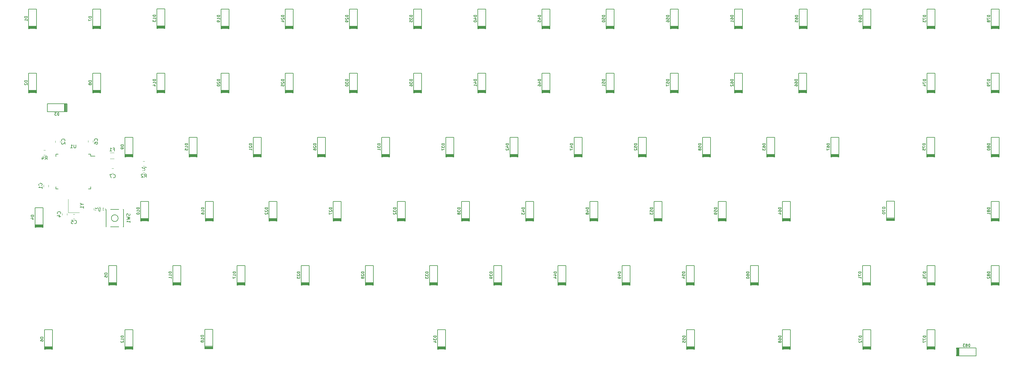
<source format=gbo>
G04 #@! TF.GenerationSoftware,KiCad,Pcbnew,(5.1.4)-1*
G04 #@! TF.CreationDate,2020-09-27T20:38:17+10:00*
G04 #@! TF.ProjectId,merchants 60,6d657263-6861-46e7-9473-2036302e6b69,rev?*
G04 #@! TF.SameCoordinates,Original*
G04 #@! TF.FileFunction,Legend,Bot*
G04 #@! TF.FilePolarity,Positive*
%FSLAX46Y46*%
G04 Gerber Fmt 4.6, Leading zero omitted, Abs format (unit mm)*
G04 Created by KiCad (PCBNEW (5.1.4)-1) date 2020-09-27 20:38:17*
%MOMM*%
%LPD*%
G04 APERTURE LIST*
%ADD10C,0.150000*%
%ADD11C,0.120000*%
%ADD12C,0.200000*%
%ADD13C,1.852000*%
%ADD14C,2.352000*%
%ADD15C,4.089800*%
%ADD16C,2.352000*%
%ADD17R,1.602000X0.652000*%
%ADD18R,0.652000X1.602000*%
%ADD19R,1.302000X1.502000*%
%ADD20R,1.202000X1.902000*%
%ADD21C,0.100000*%
%ADD22C,1.077000*%
%ADD23C,3.150000*%
%ADD24C,1.352000*%
%ADD25C,1.702000*%
%ADD26R,1.702000X1.702000*%
%ADD27R,1.302000X1.302000*%
G04 APERTURE END LIST*
D10*
X98551750Y-131413500D02*
X98551750Y-131988500D01*
X88201750Y-131413500D02*
X88201750Y-132088500D01*
X88201750Y-141763500D02*
X88201750Y-141088500D01*
X98551750Y-141763500D02*
X98551750Y-141088500D01*
X98551750Y-131413500D02*
X97876750Y-131413500D01*
X98551750Y-141763500D02*
X97876750Y-141763500D01*
X88201750Y-141763500D02*
X88876750Y-141763500D01*
X88201750Y-131413500D02*
X88876750Y-131413500D01*
X98551750Y-131988500D02*
X99826750Y-131988500D01*
D11*
X91853750Y-148748500D02*
X91853750Y-144748500D01*
X95153750Y-148748500D02*
X91853750Y-148748500D01*
D10*
X106695750Y-150431500D02*
G75*
G03X106695750Y-150431500I-1000000J0D01*
G01*
X108295750Y-147831500D02*
X103095750Y-147831500D01*
X108295750Y-153031500D02*
X108295750Y-147831500D01*
X103095750Y-153031500D02*
X108295750Y-153031500D01*
X103095750Y-147831500D02*
X103095750Y-153031500D01*
D11*
X84577422Y-130227000D02*
X85094578Y-130227000D01*
X84577422Y-131647000D02*
X85094578Y-131647000D01*
X102849750Y-147505922D02*
X102849750Y-148023078D01*
X101429750Y-147505922D02*
X101429750Y-148023078D01*
X114073172Y-135497500D02*
X114590328Y-135497500D01*
X114073172Y-136917500D02*
X114590328Y-136917500D01*
X114073172Y-133529000D02*
X114590328Y-133529000D01*
X114073172Y-134949000D02*
X114590328Y-134949000D01*
X105535814Y-132799500D02*
X104331686Y-132799500D01*
X105535814Y-130979500D02*
X104331686Y-130979500D01*
D12*
X361352750Y-188982500D02*
X355552750Y-188982500D01*
X361352750Y-191382500D02*
X361352750Y-188982500D01*
X355552750Y-191382500D02*
X361352750Y-191382500D01*
X355627750Y-191382500D02*
X355627750Y-188982500D01*
X355752750Y-191382500D02*
X355752750Y-188982500D01*
X355527750Y-188982500D02*
X355527750Y-191382500D01*
X355927750Y-191382500D02*
X355927750Y-188982500D01*
X356102750Y-191382500D02*
X356102750Y-188982500D01*
X356277750Y-191382500D02*
X356277750Y-188982500D01*
X365861750Y-164522500D02*
X365861750Y-170322500D01*
X368261750Y-164522500D02*
X365861750Y-164522500D01*
X368261750Y-170322500D02*
X368261750Y-164522500D01*
X368261750Y-170247500D02*
X365861750Y-170247500D01*
X368261750Y-170122500D02*
X365861750Y-170122500D01*
X365861750Y-170347500D02*
X368261750Y-170347500D01*
X368261750Y-169947500D02*
X365861750Y-169947500D01*
X368261750Y-169772500D02*
X365861750Y-169772500D01*
X368261750Y-169597500D02*
X365861750Y-169597500D01*
X365861750Y-145472500D02*
X365861750Y-151272500D01*
X368261750Y-145472500D02*
X365861750Y-145472500D01*
X368261750Y-151272500D02*
X368261750Y-145472500D01*
X368261750Y-151197500D02*
X365861750Y-151197500D01*
X368261750Y-151072500D02*
X365861750Y-151072500D01*
X365861750Y-151297500D02*
X368261750Y-151297500D01*
X368261750Y-150897500D02*
X365861750Y-150897500D01*
X368261750Y-150722500D02*
X365861750Y-150722500D01*
X368261750Y-150547500D02*
X365861750Y-150547500D01*
X365861750Y-126422500D02*
X365861750Y-132222500D01*
X368261750Y-126422500D02*
X365861750Y-126422500D01*
X368261750Y-132222500D02*
X368261750Y-126422500D01*
X368261750Y-132147500D02*
X365861750Y-132147500D01*
X368261750Y-132022500D02*
X365861750Y-132022500D01*
X365861750Y-132247500D02*
X368261750Y-132247500D01*
X368261750Y-131847500D02*
X365861750Y-131847500D01*
X368261750Y-131672500D02*
X365861750Y-131672500D01*
X368261750Y-131497500D02*
X365861750Y-131497500D01*
X365861750Y-107372500D02*
X365861750Y-113172500D01*
X368261750Y-107372500D02*
X365861750Y-107372500D01*
X368261750Y-113172500D02*
X368261750Y-107372500D01*
X368261750Y-113097500D02*
X365861750Y-113097500D01*
X368261750Y-112972500D02*
X365861750Y-112972500D01*
X365861750Y-113197500D02*
X368261750Y-113197500D01*
X368261750Y-112797500D02*
X365861750Y-112797500D01*
X368261750Y-112622500D02*
X365861750Y-112622500D01*
X368261750Y-112447500D02*
X365861750Y-112447500D01*
X365861750Y-88322500D02*
X365861750Y-94122500D01*
X368261750Y-88322500D02*
X365861750Y-88322500D01*
X368261750Y-94122500D02*
X368261750Y-88322500D01*
X368261750Y-94047500D02*
X365861750Y-94047500D01*
X368261750Y-93922500D02*
X365861750Y-93922500D01*
X365861750Y-94147500D02*
X368261750Y-94147500D01*
X368261750Y-93747500D02*
X365861750Y-93747500D01*
X368261750Y-93572500D02*
X365861750Y-93572500D01*
X368261750Y-93397500D02*
X365861750Y-93397500D01*
X346811750Y-183572500D02*
X346811750Y-189372500D01*
X349211750Y-183572500D02*
X346811750Y-183572500D01*
X349211750Y-189372500D02*
X349211750Y-183572500D01*
X349211750Y-189297500D02*
X346811750Y-189297500D01*
X349211750Y-189172500D02*
X346811750Y-189172500D01*
X346811750Y-189397500D02*
X349211750Y-189397500D01*
X349211750Y-188997500D02*
X346811750Y-188997500D01*
X349211750Y-188822500D02*
X346811750Y-188822500D01*
X349211750Y-188647500D02*
X346811750Y-188647500D01*
X346811750Y-164522500D02*
X346811750Y-170322500D01*
X349211750Y-164522500D02*
X346811750Y-164522500D01*
X349211750Y-170322500D02*
X349211750Y-164522500D01*
X349211750Y-170247500D02*
X346811750Y-170247500D01*
X349211750Y-170122500D02*
X346811750Y-170122500D01*
X346811750Y-170347500D02*
X349211750Y-170347500D01*
X349211750Y-169947500D02*
X346811750Y-169947500D01*
X349211750Y-169772500D02*
X346811750Y-169772500D01*
X349211750Y-169597500D02*
X346811750Y-169597500D01*
X346684750Y-126422500D02*
X346684750Y-132222500D01*
X349084750Y-126422500D02*
X346684750Y-126422500D01*
X349084750Y-132222500D02*
X349084750Y-126422500D01*
X349084750Y-132147500D02*
X346684750Y-132147500D01*
X349084750Y-132022500D02*
X346684750Y-132022500D01*
X346684750Y-132247500D02*
X349084750Y-132247500D01*
X349084750Y-131847500D02*
X346684750Y-131847500D01*
X349084750Y-131672500D02*
X346684750Y-131672500D01*
X349084750Y-131497500D02*
X346684750Y-131497500D01*
X346811750Y-107372500D02*
X346811750Y-113172500D01*
X349211750Y-107372500D02*
X346811750Y-107372500D01*
X349211750Y-113172500D02*
X349211750Y-107372500D01*
X349211750Y-113097500D02*
X346811750Y-113097500D01*
X349211750Y-112972500D02*
X346811750Y-112972500D01*
X346811750Y-113197500D02*
X349211750Y-113197500D01*
X349211750Y-112797500D02*
X346811750Y-112797500D01*
X349211750Y-112622500D02*
X346811750Y-112622500D01*
X349211750Y-112447500D02*
X346811750Y-112447500D01*
X346811750Y-88322500D02*
X346811750Y-94122500D01*
X349211750Y-88322500D02*
X346811750Y-88322500D01*
X349211750Y-94122500D02*
X349211750Y-88322500D01*
X349211750Y-94047500D02*
X346811750Y-94047500D01*
X349211750Y-93922500D02*
X346811750Y-93922500D01*
X346811750Y-94147500D02*
X349211750Y-94147500D01*
X349211750Y-93747500D02*
X346811750Y-93747500D01*
X349211750Y-93572500D02*
X346811750Y-93572500D01*
X349211750Y-93397500D02*
X346811750Y-93397500D01*
X327761750Y-183572500D02*
X327761750Y-189372500D01*
X330161750Y-183572500D02*
X327761750Y-183572500D01*
X330161750Y-189372500D02*
X330161750Y-183572500D01*
X330161750Y-189297500D02*
X327761750Y-189297500D01*
X330161750Y-189172500D02*
X327761750Y-189172500D01*
X327761750Y-189397500D02*
X330161750Y-189397500D01*
X330161750Y-188997500D02*
X327761750Y-188997500D01*
X330161750Y-188822500D02*
X327761750Y-188822500D01*
X330161750Y-188647500D02*
X327761750Y-188647500D01*
X327634750Y-164522500D02*
X327634750Y-170322500D01*
X330034750Y-164522500D02*
X327634750Y-164522500D01*
X330034750Y-170322500D02*
X330034750Y-164522500D01*
X330034750Y-170247500D02*
X327634750Y-170247500D01*
X330034750Y-170122500D02*
X327634750Y-170122500D01*
X327634750Y-170347500D02*
X330034750Y-170347500D01*
X330034750Y-169947500D02*
X327634750Y-169947500D01*
X330034750Y-169772500D02*
X327634750Y-169772500D01*
X330034750Y-169597500D02*
X327634750Y-169597500D01*
X334746750Y-145345500D02*
X334746750Y-151145500D01*
X337146750Y-145345500D02*
X334746750Y-145345500D01*
X337146750Y-151145500D02*
X337146750Y-145345500D01*
X337146750Y-151070500D02*
X334746750Y-151070500D01*
X337146750Y-150945500D02*
X334746750Y-150945500D01*
X334746750Y-151170500D02*
X337146750Y-151170500D01*
X337146750Y-150770500D02*
X334746750Y-150770500D01*
X337146750Y-150595500D02*
X334746750Y-150595500D01*
X337146750Y-150420500D02*
X334746750Y-150420500D01*
X327761750Y-88322500D02*
X327761750Y-94122500D01*
X330161750Y-88322500D02*
X327761750Y-88322500D01*
X330161750Y-94122500D02*
X330161750Y-88322500D01*
X330161750Y-94047500D02*
X327761750Y-94047500D01*
X330161750Y-93922500D02*
X327761750Y-93922500D01*
X327761750Y-94147500D02*
X330161750Y-94147500D01*
X330161750Y-93747500D02*
X327761750Y-93747500D01*
X330161750Y-93572500D02*
X327761750Y-93572500D01*
X330161750Y-93397500D02*
X327761750Y-93397500D01*
X303885750Y-183572500D02*
X303885750Y-189372500D01*
X306285750Y-183572500D02*
X303885750Y-183572500D01*
X306285750Y-189372500D02*
X306285750Y-183572500D01*
X306285750Y-189297500D02*
X303885750Y-189297500D01*
X306285750Y-189172500D02*
X303885750Y-189172500D01*
X303885750Y-189397500D02*
X306285750Y-189397500D01*
X306285750Y-188997500D02*
X303885750Y-188997500D01*
X306285750Y-188822500D02*
X303885750Y-188822500D01*
X306285750Y-188647500D02*
X303885750Y-188647500D01*
X318236750Y-126422500D02*
X318236750Y-132222500D01*
X320636750Y-126422500D02*
X318236750Y-126422500D01*
X320636750Y-132222500D02*
X320636750Y-126422500D01*
X320636750Y-132147500D02*
X318236750Y-132147500D01*
X320636750Y-132022500D02*
X318236750Y-132022500D01*
X318236750Y-132247500D02*
X320636750Y-132247500D01*
X320636750Y-131847500D02*
X318236750Y-131847500D01*
X320636750Y-131672500D02*
X318236750Y-131672500D01*
X320636750Y-131497500D02*
X318236750Y-131497500D01*
X308711750Y-107372500D02*
X308711750Y-113172500D01*
X311111750Y-107372500D02*
X308711750Y-107372500D01*
X311111750Y-113172500D02*
X311111750Y-107372500D01*
X311111750Y-113097500D02*
X308711750Y-113097500D01*
X311111750Y-112972500D02*
X308711750Y-112972500D01*
X308711750Y-113197500D02*
X311111750Y-113197500D01*
X311111750Y-112797500D02*
X308711750Y-112797500D01*
X311111750Y-112622500D02*
X308711750Y-112622500D01*
X311111750Y-112447500D02*
X308711750Y-112447500D01*
X308838750Y-88322500D02*
X308838750Y-94122500D01*
X311238750Y-88322500D02*
X308838750Y-88322500D01*
X311238750Y-94122500D02*
X311238750Y-88322500D01*
X311238750Y-94047500D02*
X308838750Y-94047500D01*
X311238750Y-93922500D02*
X308838750Y-93922500D01*
X308838750Y-94147500D02*
X311238750Y-94147500D01*
X311238750Y-93747500D02*
X308838750Y-93747500D01*
X311238750Y-93572500D02*
X308838750Y-93572500D01*
X311238750Y-93397500D02*
X308838750Y-93397500D01*
X303885750Y-145472500D02*
X303885750Y-151272500D01*
X306285750Y-145472500D02*
X303885750Y-145472500D01*
X306285750Y-151272500D02*
X306285750Y-145472500D01*
X306285750Y-151197500D02*
X303885750Y-151197500D01*
X306285750Y-151072500D02*
X303885750Y-151072500D01*
X303885750Y-151297500D02*
X306285750Y-151297500D01*
X306285750Y-150897500D02*
X303885750Y-150897500D01*
X306285750Y-150722500D02*
X303885750Y-150722500D01*
X306285750Y-150547500D02*
X303885750Y-150547500D01*
X299186750Y-126422500D02*
X299186750Y-132222500D01*
X301586750Y-126422500D02*
X299186750Y-126422500D01*
X301586750Y-132222500D02*
X301586750Y-126422500D01*
X301586750Y-132147500D02*
X299186750Y-132147500D01*
X301586750Y-132022500D02*
X299186750Y-132022500D01*
X299186750Y-132247500D02*
X301586750Y-132247500D01*
X301586750Y-131847500D02*
X299186750Y-131847500D01*
X301586750Y-131672500D02*
X299186750Y-131672500D01*
X301586750Y-131497500D02*
X299186750Y-131497500D01*
X289661750Y-107372500D02*
X289661750Y-113172500D01*
X292061750Y-107372500D02*
X289661750Y-107372500D01*
X292061750Y-113172500D02*
X292061750Y-107372500D01*
X292061750Y-113097500D02*
X289661750Y-113097500D01*
X292061750Y-112972500D02*
X289661750Y-112972500D01*
X289661750Y-113197500D02*
X292061750Y-113197500D01*
X292061750Y-112797500D02*
X289661750Y-112797500D01*
X292061750Y-112622500D02*
X289661750Y-112622500D01*
X292061750Y-112447500D02*
X289661750Y-112447500D01*
X289661750Y-88322500D02*
X289661750Y-94122500D01*
X292061750Y-88322500D02*
X289661750Y-88322500D01*
X292061750Y-94122500D02*
X292061750Y-88322500D01*
X292061750Y-94047500D02*
X289661750Y-94047500D01*
X292061750Y-93922500D02*
X289661750Y-93922500D01*
X289661750Y-94147500D02*
X292061750Y-94147500D01*
X292061750Y-93747500D02*
X289661750Y-93747500D01*
X292061750Y-93572500D02*
X289661750Y-93572500D01*
X292061750Y-93397500D02*
X289661750Y-93397500D01*
X294360750Y-164522500D02*
X294360750Y-170322500D01*
X296760750Y-164522500D02*
X294360750Y-164522500D01*
X296760750Y-170322500D02*
X296760750Y-164522500D01*
X296760750Y-170247500D02*
X294360750Y-170247500D01*
X296760750Y-170122500D02*
X294360750Y-170122500D01*
X294360750Y-170347500D02*
X296760750Y-170347500D01*
X296760750Y-169947500D02*
X294360750Y-169947500D01*
X296760750Y-169772500D02*
X294360750Y-169772500D01*
X296760750Y-169597500D02*
X294360750Y-169597500D01*
X284835750Y-145472500D02*
X284835750Y-151272500D01*
X287235750Y-145472500D02*
X284835750Y-145472500D01*
X287235750Y-151272500D02*
X287235750Y-145472500D01*
X287235750Y-151197500D02*
X284835750Y-151197500D01*
X287235750Y-151072500D02*
X284835750Y-151072500D01*
X284835750Y-151297500D02*
X287235750Y-151297500D01*
X287235750Y-150897500D02*
X284835750Y-150897500D01*
X287235750Y-150722500D02*
X284835750Y-150722500D01*
X287235750Y-150547500D02*
X284835750Y-150547500D01*
X280136750Y-126422500D02*
X280136750Y-132222500D01*
X282536750Y-126422500D02*
X280136750Y-126422500D01*
X282536750Y-132222500D02*
X282536750Y-126422500D01*
X282536750Y-132147500D02*
X280136750Y-132147500D01*
X282536750Y-132022500D02*
X280136750Y-132022500D01*
X280136750Y-132247500D02*
X282536750Y-132247500D01*
X282536750Y-131847500D02*
X280136750Y-131847500D01*
X282536750Y-131672500D02*
X280136750Y-131672500D01*
X282536750Y-131497500D02*
X280136750Y-131497500D01*
X270611750Y-107372500D02*
X270611750Y-113172500D01*
X273011750Y-107372500D02*
X270611750Y-107372500D01*
X273011750Y-113172500D02*
X273011750Y-107372500D01*
X273011750Y-113097500D02*
X270611750Y-113097500D01*
X273011750Y-112972500D02*
X270611750Y-112972500D01*
X270611750Y-113197500D02*
X273011750Y-113197500D01*
X273011750Y-112797500D02*
X270611750Y-112797500D01*
X273011750Y-112622500D02*
X270611750Y-112622500D01*
X273011750Y-112447500D02*
X270611750Y-112447500D01*
X270611750Y-88322500D02*
X270611750Y-94122500D01*
X273011750Y-88322500D02*
X270611750Y-88322500D01*
X273011750Y-94122500D02*
X273011750Y-88322500D01*
X273011750Y-94047500D02*
X270611750Y-94047500D01*
X273011750Y-93922500D02*
X270611750Y-93922500D01*
X270611750Y-94147500D02*
X273011750Y-94147500D01*
X273011750Y-93747500D02*
X270611750Y-93747500D01*
X273011750Y-93572500D02*
X270611750Y-93572500D01*
X273011750Y-93397500D02*
X270611750Y-93397500D01*
X275437750Y-183572500D02*
X275437750Y-189372500D01*
X277837750Y-183572500D02*
X275437750Y-183572500D01*
X277837750Y-189372500D02*
X277837750Y-183572500D01*
X277837750Y-189297500D02*
X275437750Y-189297500D01*
X277837750Y-189172500D02*
X275437750Y-189172500D01*
X275437750Y-189397500D02*
X277837750Y-189397500D01*
X277837750Y-188997500D02*
X275437750Y-188997500D01*
X277837750Y-188822500D02*
X275437750Y-188822500D01*
X277837750Y-188647500D02*
X275437750Y-188647500D01*
X275310750Y-164522500D02*
X275310750Y-170322500D01*
X277710750Y-164522500D02*
X275310750Y-164522500D01*
X277710750Y-170322500D02*
X277710750Y-164522500D01*
X277710750Y-170247500D02*
X275310750Y-170247500D01*
X277710750Y-170122500D02*
X275310750Y-170122500D01*
X275310750Y-170347500D02*
X277710750Y-170347500D01*
X277710750Y-169947500D02*
X275310750Y-169947500D01*
X277710750Y-169772500D02*
X275310750Y-169772500D01*
X277710750Y-169597500D02*
X275310750Y-169597500D01*
X265785750Y-145472500D02*
X265785750Y-151272500D01*
X268185750Y-145472500D02*
X265785750Y-145472500D01*
X268185750Y-151272500D02*
X268185750Y-145472500D01*
X268185750Y-151197500D02*
X265785750Y-151197500D01*
X268185750Y-151072500D02*
X265785750Y-151072500D01*
X265785750Y-151297500D02*
X268185750Y-151297500D01*
X268185750Y-150897500D02*
X265785750Y-150897500D01*
X268185750Y-150722500D02*
X265785750Y-150722500D01*
X268185750Y-150547500D02*
X265785750Y-150547500D01*
X261086750Y-126422500D02*
X261086750Y-132222500D01*
X263486750Y-126422500D02*
X261086750Y-126422500D01*
X263486750Y-132222500D02*
X263486750Y-126422500D01*
X263486750Y-132147500D02*
X261086750Y-132147500D01*
X263486750Y-132022500D02*
X261086750Y-132022500D01*
X261086750Y-132247500D02*
X263486750Y-132247500D01*
X263486750Y-131847500D02*
X261086750Y-131847500D01*
X263486750Y-131672500D02*
X261086750Y-131672500D01*
X263486750Y-131497500D02*
X261086750Y-131497500D01*
X251561750Y-107372500D02*
X251561750Y-113172500D01*
X253961750Y-107372500D02*
X251561750Y-107372500D01*
X253961750Y-113172500D02*
X253961750Y-107372500D01*
X253961750Y-113097500D02*
X251561750Y-113097500D01*
X253961750Y-112972500D02*
X251561750Y-112972500D01*
X251561750Y-113197500D02*
X253961750Y-113197500D01*
X253961750Y-112797500D02*
X251561750Y-112797500D01*
X253961750Y-112622500D02*
X251561750Y-112622500D01*
X253961750Y-112447500D02*
X251561750Y-112447500D01*
X251561750Y-88322500D02*
X251561750Y-94122500D01*
X253961750Y-88322500D02*
X251561750Y-88322500D01*
X253961750Y-94122500D02*
X253961750Y-88322500D01*
X253961750Y-94047500D02*
X251561750Y-94047500D01*
X253961750Y-93922500D02*
X251561750Y-93922500D01*
X251561750Y-94147500D02*
X253961750Y-94147500D01*
X253961750Y-93747500D02*
X251561750Y-93747500D01*
X253961750Y-93572500D02*
X251561750Y-93572500D01*
X253961750Y-93397500D02*
X251561750Y-93397500D01*
X256260750Y-164522500D02*
X256260750Y-170322500D01*
X258660750Y-164522500D02*
X256260750Y-164522500D01*
X258660750Y-170322500D02*
X258660750Y-164522500D01*
X258660750Y-170247500D02*
X256260750Y-170247500D01*
X258660750Y-170122500D02*
X256260750Y-170122500D01*
X256260750Y-170347500D02*
X258660750Y-170347500D01*
X258660750Y-169947500D02*
X256260750Y-169947500D01*
X258660750Y-169772500D02*
X256260750Y-169772500D01*
X258660750Y-169597500D02*
X256260750Y-169597500D01*
X246735750Y-145472500D02*
X246735750Y-151272500D01*
X249135750Y-145472500D02*
X246735750Y-145472500D01*
X249135750Y-151272500D02*
X249135750Y-145472500D01*
X249135750Y-151197500D02*
X246735750Y-151197500D01*
X249135750Y-151072500D02*
X246735750Y-151072500D01*
X246735750Y-151297500D02*
X249135750Y-151297500D01*
X249135750Y-150897500D02*
X246735750Y-150897500D01*
X249135750Y-150722500D02*
X246735750Y-150722500D01*
X249135750Y-150547500D02*
X246735750Y-150547500D01*
X242036750Y-126422500D02*
X242036750Y-132222500D01*
X244436750Y-126422500D02*
X242036750Y-126422500D01*
X244436750Y-132222500D02*
X244436750Y-126422500D01*
X244436750Y-132147500D02*
X242036750Y-132147500D01*
X244436750Y-132022500D02*
X242036750Y-132022500D01*
X242036750Y-132247500D02*
X244436750Y-132247500D01*
X244436750Y-131847500D02*
X242036750Y-131847500D01*
X244436750Y-131672500D02*
X242036750Y-131672500D01*
X244436750Y-131497500D02*
X242036750Y-131497500D01*
X232511750Y-107372500D02*
X232511750Y-113172500D01*
X234911750Y-107372500D02*
X232511750Y-107372500D01*
X234911750Y-113172500D02*
X234911750Y-107372500D01*
X234911750Y-113097500D02*
X232511750Y-113097500D01*
X234911750Y-112972500D02*
X232511750Y-112972500D01*
X232511750Y-113197500D02*
X234911750Y-113197500D01*
X234911750Y-112797500D02*
X232511750Y-112797500D01*
X234911750Y-112622500D02*
X232511750Y-112622500D01*
X234911750Y-112447500D02*
X232511750Y-112447500D01*
X232511750Y-88322500D02*
X232511750Y-94122500D01*
X234911750Y-88322500D02*
X232511750Y-88322500D01*
X234911750Y-94122500D02*
X234911750Y-88322500D01*
X234911750Y-94047500D02*
X232511750Y-94047500D01*
X234911750Y-93922500D02*
X232511750Y-93922500D01*
X232511750Y-94147500D02*
X234911750Y-94147500D01*
X234911750Y-93747500D02*
X232511750Y-93747500D01*
X234911750Y-93572500D02*
X232511750Y-93572500D01*
X234911750Y-93397500D02*
X232511750Y-93397500D01*
X237210750Y-164522500D02*
X237210750Y-170322500D01*
X239610750Y-164522500D02*
X237210750Y-164522500D01*
X239610750Y-170322500D02*
X239610750Y-164522500D01*
X239610750Y-170247500D02*
X237210750Y-170247500D01*
X239610750Y-170122500D02*
X237210750Y-170122500D01*
X237210750Y-170347500D02*
X239610750Y-170347500D01*
X239610750Y-169947500D02*
X237210750Y-169947500D01*
X239610750Y-169772500D02*
X237210750Y-169772500D01*
X239610750Y-169597500D02*
X237210750Y-169597500D01*
X227685750Y-145472500D02*
X227685750Y-151272500D01*
X230085750Y-145472500D02*
X227685750Y-145472500D01*
X230085750Y-151272500D02*
X230085750Y-145472500D01*
X230085750Y-151197500D02*
X227685750Y-151197500D01*
X230085750Y-151072500D02*
X227685750Y-151072500D01*
X227685750Y-151297500D02*
X230085750Y-151297500D01*
X230085750Y-150897500D02*
X227685750Y-150897500D01*
X230085750Y-150722500D02*
X227685750Y-150722500D01*
X230085750Y-150547500D02*
X227685750Y-150547500D01*
X222986750Y-126422500D02*
X222986750Y-132222500D01*
X225386750Y-126422500D02*
X222986750Y-126422500D01*
X225386750Y-132222500D02*
X225386750Y-126422500D01*
X225386750Y-132147500D02*
X222986750Y-132147500D01*
X225386750Y-132022500D02*
X222986750Y-132022500D01*
X222986750Y-132247500D02*
X225386750Y-132247500D01*
X225386750Y-131847500D02*
X222986750Y-131847500D01*
X225386750Y-131672500D02*
X222986750Y-131672500D01*
X225386750Y-131497500D02*
X222986750Y-131497500D01*
X213461750Y-107372500D02*
X213461750Y-113172500D01*
X215861750Y-107372500D02*
X213461750Y-107372500D01*
X215861750Y-113172500D02*
X215861750Y-107372500D01*
X215861750Y-113097500D02*
X213461750Y-113097500D01*
X215861750Y-112972500D02*
X213461750Y-112972500D01*
X213461750Y-113197500D02*
X215861750Y-113197500D01*
X215861750Y-112797500D02*
X213461750Y-112797500D01*
X215861750Y-112622500D02*
X213461750Y-112622500D01*
X215861750Y-112447500D02*
X213461750Y-112447500D01*
X213461750Y-88322500D02*
X213461750Y-94122500D01*
X215861750Y-88322500D02*
X213461750Y-88322500D01*
X215861750Y-94122500D02*
X215861750Y-88322500D01*
X215861750Y-94047500D02*
X213461750Y-94047500D01*
X215861750Y-93922500D02*
X213461750Y-93922500D01*
X213461750Y-94147500D02*
X215861750Y-94147500D01*
X215861750Y-93747500D02*
X213461750Y-93747500D01*
X215861750Y-93572500D02*
X213461750Y-93572500D01*
X215861750Y-93397500D02*
X213461750Y-93397500D01*
X218160750Y-164522500D02*
X218160750Y-170322500D01*
X220560750Y-164522500D02*
X218160750Y-164522500D01*
X220560750Y-170322500D02*
X220560750Y-164522500D01*
X220560750Y-170247500D02*
X218160750Y-170247500D01*
X220560750Y-170122500D02*
X218160750Y-170122500D01*
X218160750Y-170347500D02*
X220560750Y-170347500D01*
X220560750Y-169947500D02*
X218160750Y-169947500D01*
X220560750Y-169772500D02*
X218160750Y-169772500D01*
X220560750Y-169597500D02*
X218160750Y-169597500D01*
X208635750Y-145472500D02*
X208635750Y-151272500D01*
X211035750Y-145472500D02*
X208635750Y-145472500D01*
X211035750Y-151272500D02*
X211035750Y-145472500D01*
X211035750Y-151197500D02*
X208635750Y-151197500D01*
X211035750Y-151072500D02*
X208635750Y-151072500D01*
X208635750Y-151297500D02*
X211035750Y-151297500D01*
X211035750Y-150897500D02*
X208635750Y-150897500D01*
X211035750Y-150722500D02*
X208635750Y-150722500D01*
X211035750Y-150547500D02*
X208635750Y-150547500D01*
X203936750Y-126422500D02*
X203936750Y-132222500D01*
X206336750Y-126422500D02*
X203936750Y-126422500D01*
X206336750Y-132222500D02*
X206336750Y-126422500D01*
X206336750Y-132147500D02*
X203936750Y-132147500D01*
X206336750Y-132022500D02*
X203936750Y-132022500D01*
X203936750Y-132247500D02*
X206336750Y-132247500D01*
X206336750Y-131847500D02*
X203936750Y-131847500D01*
X206336750Y-131672500D02*
X203936750Y-131672500D01*
X206336750Y-131497500D02*
X203936750Y-131497500D01*
X194411750Y-107372500D02*
X194411750Y-113172500D01*
X196811750Y-107372500D02*
X194411750Y-107372500D01*
X196811750Y-113172500D02*
X196811750Y-107372500D01*
X196811750Y-113097500D02*
X194411750Y-113097500D01*
X196811750Y-112972500D02*
X194411750Y-112972500D01*
X194411750Y-113197500D02*
X196811750Y-113197500D01*
X196811750Y-112797500D02*
X194411750Y-112797500D01*
X196811750Y-112622500D02*
X194411750Y-112622500D01*
X196811750Y-112447500D02*
X194411750Y-112447500D01*
X194411750Y-88322500D02*
X194411750Y-94122500D01*
X196811750Y-88322500D02*
X194411750Y-88322500D01*
X196811750Y-94122500D02*
X196811750Y-88322500D01*
X196811750Y-94047500D02*
X194411750Y-94047500D01*
X196811750Y-93922500D02*
X194411750Y-93922500D01*
X194411750Y-94147500D02*
X196811750Y-94147500D01*
X196811750Y-93747500D02*
X194411750Y-93747500D01*
X196811750Y-93572500D02*
X194411750Y-93572500D01*
X196811750Y-93397500D02*
X194411750Y-93397500D01*
X201523750Y-183572500D02*
X201523750Y-189372500D01*
X203923750Y-183572500D02*
X201523750Y-183572500D01*
X203923750Y-189372500D02*
X203923750Y-183572500D01*
X203923750Y-189297500D02*
X201523750Y-189297500D01*
X203923750Y-189172500D02*
X201523750Y-189172500D01*
X201523750Y-189397500D02*
X203923750Y-189397500D01*
X203923750Y-188997500D02*
X201523750Y-188997500D01*
X203923750Y-188822500D02*
X201523750Y-188822500D01*
X203923750Y-188647500D02*
X201523750Y-188647500D01*
X199110750Y-164522500D02*
X199110750Y-170322500D01*
X201510750Y-164522500D02*
X199110750Y-164522500D01*
X201510750Y-170322500D02*
X201510750Y-164522500D01*
X201510750Y-170247500D02*
X199110750Y-170247500D01*
X201510750Y-170122500D02*
X199110750Y-170122500D01*
X199110750Y-170347500D02*
X201510750Y-170347500D01*
X201510750Y-169947500D02*
X199110750Y-169947500D01*
X201510750Y-169772500D02*
X199110750Y-169772500D01*
X201510750Y-169597500D02*
X199110750Y-169597500D01*
X189585750Y-145472500D02*
X189585750Y-151272500D01*
X191985750Y-145472500D02*
X189585750Y-145472500D01*
X191985750Y-151272500D02*
X191985750Y-145472500D01*
X191985750Y-151197500D02*
X189585750Y-151197500D01*
X191985750Y-151072500D02*
X189585750Y-151072500D01*
X189585750Y-151297500D02*
X191985750Y-151297500D01*
X191985750Y-150897500D02*
X189585750Y-150897500D01*
X191985750Y-150722500D02*
X189585750Y-150722500D01*
X191985750Y-150547500D02*
X189585750Y-150547500D01*
X184886750Y-126422500D02*
X184886750Y-132222500D01*
X187286750Y-126422500D02*
X184886750Y-126422500D01*
X187286750Y-132222500D02*
X187286750Y-126422500D01*
X187286750Y-132147500D02*
X184886750Y-132147500D01*
X187286750Y-132022500D02*
X184886750Y-132022500D01*
X184886750Y-132247500D02*
X187286750Y-132247500D01*
X187286750Y-131847500D02*
X184886750Y-131847500D01*
X187286750Y-131672500D02*
X184886750Y-131672500D01*
X187286750Y-131497500D02*
X184886750Y-131497500D01*
X175361750Y-107372500D02*
X175361750Y-113172500D01*
X177761750Y-107372500D02*
X175361750Y-107372500D01*
X177761750Y-113172500D02*
X177761750Y-107372500D01*
X177761750Y-113097500D02*
X175361750Y-113097500D01*
X177761750Y-112972500D02*
X175361750Y-112972500D01*
X175361750Y-113197500D02*
X177761750Y-113197500D01*
X177761750Y-112797500D02*
X175361750Y-112797500D01*
X177761750Y-112622500D02*
X175361750Y-112622500D01*
X177761750Y-112447500D02*
X175361750Y-112447500D01*
X175361750Y-88322500D02*
X175361750Y-94122500D01*
X177761750Y-88322500D02*
X175361750Y-88322500D01*
X177761750Y-94122500D02*
X177761750Y-88322500D01*
X177761750Y-94047500D02*
X175361750Y-94047500D01*
X177761750Y-93922500D02*
X175361750Y-93922500D01*
X175361750Y-94147500D02*
X177761750Y-94147500D01*
X177761750Y-93747500D02*
X175361750Y-93747500D01*
X177761750Y-93572500D02*
X175361750Y-93572500D01*
X177761750Y-93397500D02*
X175361750Y-93397500D01*
X180060750Y-164522500D02*
X180060750Y-170322500D01*
X182460750Y-164522500D02*
X180060750Y-164522500D01*
X182460750Y-170322500D02*
X182460750Y-164522500D01*
X182460750Y-170247500D02*
X180060750Y-170247500D01*
X182460750Y-170122500D02*
X180060750Y-170122500D01*
X180060750Y-170347500D02*
X182460750Y-170347500D01*
X182460750Y-169947500D02*
X180060750Y-169947500D01*
X182460750Y-169772500D02*
X180060750Y-169772500D01*
X182460750Y-169597500D02*
X180060750Y-169597500D01*
X170535750Y-145472500D02*
X170535750Y-151272500D01*
X172935750Y-145472500D02*
X170535750Y-145472500D01*
X172935750Y-151272500D02*
X172935750Y-145472500D01*
X172935750Y-151197500D02*
X170535750Y-151197500D01*
X172935750Y-151072500D02*
X170535750Y-151072500D01*
X170535750Y-151297500D02*
X172935750Y-151297500D01*
X172935750Y-150897500D02*
X170535750Y-150897500D01*
X172935750Y-150722500D02*
X170535750Y-150722500D01*
X172935750Y-150547500D02*
X170535750Y-150547500D01*
X165836750Y-126422500D02*
X165836750Y-132222500D01*
X168236750Y-126422500D02*
X165836750Y-126422500D01*
X168236750Y-132222500D02*
X168236750Y-126422500D01*
X168236750Y-132147500D02*
X165836750Y-132147500D01*
X168236750Y-132022500D02*
X165836750Y-132022500D01*
X165836750Y-132247500D02*
X168236750Y-132247500D01*
X168236750Y-131847500D02*
X165836750Y-131847500D01*
X168236750Y-131672500D02*
X165836750Y-131672500D01*
X168236750Y-131497500D02*
X165836750Y-131497500D01*
X156311750Y-107372500D02*
X156311750Y-113172500D01*
X158711750Y-107372500D02*
X156311750Y-107372500D01*
X158711750Y-113172500D02*
X158711750Y-107372500D01*
X158711750Y-113097500D02*
X156311750Y-113097500D01*
X158711750Y-112972500D02*
X156311750Y-112972500D01*
X156311750Y-113197500D02*
X158711750Y-113197500D01*
X158711750Y-112797500D02*
X156311750Y-112797500D01*
X158711750Y-112622500D02*
X156311750Y-112622500D01*
X158711750Y-112447500D02*
X156311750Y-112447500D01*
X156311750Y-88322500D02*
X156311750Y-94122500D01*
X158711750Y-88322500D02*
X156311750Y-88322500D01*
X158711750Y-94122500D02*
X158711750Y-88322500D01*
X158711750Y-94047500D02*
X156311750Y-94047500D01*
X158711750Y-93922500D02*
X156311750Y-93922500D01*
X156311750Y-94147500D02*
X158711750Y-94147500D01*
X158711750Y-93747500D02*
X156311750Y-93747500D01*
X158711750Y-93572500D02*
X156311750Y-93572500D01*
X158711750Y-93397500D02*
X156311750Y-93397500D01*
X161010750Y-164522500D02*
X161010750Y-170322500D01*
X163410750Y-164522500D02*
X161010750Y-164522500D01*
X163410750Y-170322500D02*
X163410750Y-164522500D01*
X163410750Y-170247500D02*
X161010750Y-170247500D01*
X163410750Y-170122500D02*
X161010750Y-170122500D01*
X161010750Y-170347500D02*
X163410750Y-170347500D01*
X163410750Y-169947500D02*
X161010750Y-169947500D01*
X163410750Y-169772500D02*
X161010750Y-169772500D01*
X163410750Y-169597500D02*
X161010750Y-169597500D01*
X151485750Y-145472500D02*
X151485750Y-151272500D01*
X153885750Y-145472500D02*
X151485750Y-145472500D01*
X153885750Y-151272500D02*
X153885750Y-145472500D01*
X153885750Y-151197500D02*
X151485750Y-151197500D01*
X153885750Y-151072500D02*
X151485750Y-151072500D01*
X151485750Y-151297500D02*
X153885750Y-151297500D01*
X153885750Y-150897500D02*
X151485750Y-150897500D01*
X153885750Y-150722500D02*
X151485750Y-150722500D01*
X153885750Y-150547500D02*
X151485750Y-150547500D01*
X146786750Y-126422500D02*
X146786750Y-132222500D01*
X149186750Y-126422500D02*
X146786750Y-126422500D01*
X149186750Y-132222500D02*
X149186750Y-126422500D01*
X149186750Y-132147500D02*
X146786750Y-132147500D01*
X149186750Y-132022500D02*
X146786750Y-132022500D01*
X146786750Y-132247500D02*
X149186750Y-132247500D01*
X149186750Y-131847500D02*
X146786750Y-131847500D01*
X149186750Y-131672500D02*
X146786750Y-131672500D01*
X149186750Y-131497500D02*
X146786750Y-131497500D01*
X137261750Y-107372500D02*
X137261750Y-113172500D01*
X139661750Y-107372500D02*
X137261750Y-107372500D01*
X139661750Y-113172500D02*
X139661750Y-107372500D01*
X139661750Y-113097500D02*
X137261750Y-113097500D01*
X139661750Y-112972500D02*
X137261750Y-112972500D01*
X137261750Y-113197500D02*
X139661750Y-113197500D01*
X139661750Y-112797500D02*
X137261750Y-112797500D01*
X139661750Y-112622500D02*
X137261750Y-112622500D01*
X139661750Y-112447500D02*
X137261750Y-112447500D01*
X137261750Y-88322500D02*
X137261750Y-94122500D01*
X139661750Y-88322500D02*
X137261750Y-88322500D01*
X139661750Y-94122500D02*
X139661750Y-88322500D01*
X139661750Y-94047500D02*
X137261750Y-94047500D01*
X139661750Y-93922500D02*
X137261750Y-93922500D01*
X137261750Y-94147500D02*
X139661750Y-94147500D01*
X139661750Y-93747500D02*
X137261750Y-93747500D01*
X139661750Y-93572500D02*
X137261750Y-93572500D01*
X139661750Y-93397500D02*
X137261750Y-93397500D01*
X132435750Y-183445500D02*
X132435750Y-189245500D01*
X134835750Y-183445500D02*
X132435750Y-183445500D01*
X134835750Y-189245500D02*
X134835750Y-183445500D01*
X134835750Y-189170500D02*
X132435750Y-189170500D01*
X134835750Y-189045500D02*
X132435750Y-189045500D01*
X132435750Y-189270500D02*
X134835750Y-189270500D01*
X134835750Y-188870500D02*
X132435750Y-188870500D01*
X134835750Y-188695500D02*
X132435750Y-188695500D01*
X134835750Y-188520500D02*
X132435750Y-188520500D01*
X141960750Y-164522500D02*
X141960750Y-170322500D01*
X144360750Y-164522500D02*
X141960750Y-164522500D01*
X144360750Y-170322500D02*
X144360750Y-164522500D01*
X144360750Y-170247500D02*
X141960750Y-170247500D01*
X144360750Y-170122500D02*
X141960750Y-170122500D01*
X141960750Y-170347500D02*
X144360750Y-170347500D01*
X144360750Y-169947500D02*
X141960750Y-169947500D01*
X144360750Y-169772500D02*
X141960750Y-169772500D01*
X144360750Y-169597500D02*
X141960750Y-169597500D01*
X132562750Y-145472500D02*
X132562750Y-151272500D01*
X134962750Y-145472500D02*
X132562750Y-145472500D01*
X134962750Y-151272500D02*
X134962750Y-145472500D01*
X134962750Y-151197500D02*
X132562750Y-151197500D01*
X134962750Y-151072500D02*
X132562750Y-151072500D01*
X132562750Y-151297500D02*
X134962750Y-151297500D01*
X134962750Y-150897500D02*
X132562750Y-150897500D01*
X134962750Y-150722500D02*
X132562750Y-150722500D01*
X134962750Y-150547500D02*
X132562750Y-150547500D01*
X127736750Y-126422500D02*
X127736750Y-132222500D01*
X130136750Y-126422500D02*
X127736750Y-126422500D01*
X130136750Y-132222500D02*
X130136750Y-126422500D01*
X130136750Y-132147500D02*
X127736750Y-132147500D01*
X130136750Y-132022500D02*
X127736750Y-132022500D01*
X127736750Y-132247500D02*
X130136750Y-132247500D01*
X130136750Y-131847500D02*
X127736750Y-131847500D01*
X130136750Y-131672500D02*
X127736750Y-131672500D01*
X130136750Y-131497500D02*
X127736750Y-131497500D01*
X118211750Y-107372500D02*
X118211750Y-113172500D01*
X120611750Y-107372500D02*
X118211750Y-107372500D01*
X120611750Y-113172500D02*
X120611750Y-107372500D01*
X120611750Y-113097500D02*
X118211750Y-113097500D01*
X120611750Y-112972500D02*
X118211750Y-112972500D01*
X118211750Y-113197500D02*
X120611750Y-113197500D01*
X120611750Y-112797500D02*
X118211750Y-112797500D01*
X120611750Y-112622500D02*
X118211750Y-112622500D01*
X120611750Y-112447500D02*
X118211750Y-112447500D01*
X118211750Y-88246500D02*
X118211750Y-94046500D01*
X120611750Y-88246500D02*
X118211750Y-88246500D01*
X120611750Y-94046500D02*
X120611750Y-88246500D01*
X120611750Y-93971500D02*
X118211750Y-93971500D01*
X120611750Y-93846500D02*
X118211750Y-93846500D01*
X118211750Y-94071500D02*
X120611750Y-94071500D01*
X120611750Y-93671500D02*
X118211750Y-93671500D01*
X120611750Y-93496500D02*
X118211750Y-93496500D01*
X120611750Y-93321500D02*
X118211750Y-93321500D01*
X108686750Y-183572500D02*
X108686750Y-189372500D01*
X111086750Y-183572500D02*
X108686750Y-183572500D01*
X111086750Y-189372500D02*
X111086750Y-183572500D01*
X111086750Y-189297500D02*
X108686750Y-189297500D01*
X111086750Y-189172500D02*
X108686750Y-189172500D01*
X108686750Y-189397500D02*
X111086750Y-189397500D01*
X111086750Y-188997500D02*
X108686750Y-188997500D01*
X111086750Y-188822500D02*
X108686750Y-188822500D01*
X111086750Y-188647500D02*
X108686750Y-188647500D01*
X122910750Y-164522500D02*
X122910750Y-170322500D01*
X125310750Y-164522500D02*
X122910750Y-164522500D01*
X125310750Y-170322500D02*
X125310750Y-164522500D01*
X125310750Y-170247500D02*
X122910750Y-170247500D01*
X125310750Y-170122500D02*
X122910750Y-170122500D01*
X122910750Y-170347500D02*
X125310750Y-170347500D01*
X125310750Y-169947500D02*
X122910750Y-169947500D01*
X125310750Y-169772500D02*
X122910750Y-169772500D01*
X125310750Y-169597500D02*
X122910750Y-169597500D01*
X113385750Y-145472500D02*
X113385750Y-151272500D01*
X115785750Y-145472500D02*
X113385750Y-145472500D01*
X115785750Y-151272500D02*
X115785750Y-145472500D01*
X115785750Y-151197500D02*
X113385750Y-151197500D01*
X115785750Y-151072500D02*
X113385750Y-151072500D01*
X113385750Y-151297500D02*
X115785750Y-151297500D01*
X115785750Y-150897500D02*
X113385750Y-150897500D01*
X115785750Y-150722500D02*
X113385750Y-150722500D01*
X115785750Y-150547500D02*
X113385750Y-150547500D01*
X108686750Y-126422500D02*
X108686750Y-132222500D01*
X111086750Y-126422500D02*
X108686750Y-126422500D01*
X111086750Y-132222500D02*
X111086750Y-126422500D01*
X111086750Y-132147500D02*
X108686750Y-132147500D01*
X111086750Y-132022500D02*
X108686750Y-132022500D01*
X108686750Y-132247500D02*
X111086750Y-132247500D01*
X111086750Y-131847500D02*
X108686750Y-131847500D01*
X111086750Y-131672500D02*
X108686750Y-131672500D01*
X111086750Y-131497500D02*
X108686750Y-131497500D01*
X99161750Y-107372500D02*
X99161750Y-113172500D01*
X101561750Y-107372500D02*
X99161750Y-107372500D01*
X101561750Y-113172500D02*
X101561750Y-107372500D01*
X101561750Y-113097500D02*
X99161750Y-113097500D01*
X101561750Y-112972500D02*
X99161750Y-112972500D01*
X99161750Y-113197500D02*
X101561750Y-113197500D01*
X101561750Y-112797500D02*
X99161750Y-112797500D01*
X101561750Y-112622500D02*
X99161750Y-112622500D01*
X101561750Y-112447500D02*
X99161750Y-112447500D01*
X99161750Y-88322500D02*
X99161750Y-94122500D01*
X101561750Y-88322500D02*
X99161750Y-88322500D01*
X101561750Y-94122500D02*
X101561750Y-88322500D01*
X101561750Y-94047500D02*
X99161750Y-94047500D01*
X101561750Y-93922500D02*
X99161750Y-93922500D01*
X99161750Y-94147500D02*
X101561750Y-94147500D01*
X101561750Y-93747500D02*
X99161750Y-93747500D01*
X101561750Y-93572500D02*
X99161750Y-93572500D01*
X101561750Y-93397500D02*
X99161750Y-93397500D01*
X84810750Y-183572500D02*
X84810750Y-189372500D01*
X87210750Y-183572500D02*
X84810750Y-183572500D01*
X87210750Y-189372500D02*
X87210750Y-183572500D01*
X87210750Y-189297500D02*
X84810750Y-189297500D01*
X87210750Y-189172500D02*
X84810750Y-189172500D01*
X84810750Y-189397500D02*
X87210750Y-189397500D01*
X87210750Y-188997500D02*
X84810750Y-188997500D01*
X87210750Y-188822500D02*
X84810750Y-188822500D01*
X87210750Y-188647500D02*
X84810750Y-188647500D01*
X103860750Y-164522500D02*
X103860750Y-170322500D01*
X106260750Y-164522500D02*
X103860750Y-164522500D01*
X106260750Y-170322500D02*
X106260750Y-164522500D01*
X106260750Y-170247500D02*
X103860750Y-170247500D01*
X106260750Y-170122500D02*
X103860750Y-170122500D01*
X103860750Y-170347500D02*
X106260750Y-170347500D01*
X106260750Y-169947500D02*
X103860750Y-169947500D01*
X106260750Y-169772500D02*
X103860750Y-169772500D01*
X106260750Y-169597500D02*
X103860750Y-169597500D01*
X82016750Y-147326700D02*
X82016750Y-153126700D01*
X84416750Y-147326700D02*
X82016750Y-147326700D01*
X84416750Y-153126700D02*
X84416750Y-147326700D01*
X84416750Y-153051700D02*
X82016750Y-153051700D01*
X84416750Y-152926700D02*
X82016750Y-152926700D01*
X82016750Y-153151700D02*
X84416750Y-153151700D01*
X84416750Y-152751700D02*
X82016750Y-152751700D01*
X84416750Y-152576700D02*
X82016750Y-152576700D01*
X84416750Y-152401700D02*
X82016750Y-152401700D01*
X85725350Y-118789300D02*
X91525350Y-118789300D01*
X85725350Y-116389300D02*
X85725350Y-118789300D01*
X91525350Y-116389300D02*
X85725350Y-116389300D01*
X91450350Y-116389300D02*
X91450350Y-118789300D01*
X91325350Y-116389300D02*
X91325350Y-118789300D01*
X91550350Y-118789300D02*
X91550350Y-116389300D01*
X91150350Y-116389300D02*
X91150350Y-118789300D01*
X90975350Y-116389300D02*
X90975350Y-118789300D01*
X90800350Y-116389300D02*
X90800350Y-118789300D01*
X80111750Y-107372500D02*
X80111750Y-113172500D01*
X82511750Y-107372500D02*
X80111750Y-107372500D01*
X82511750Y-113172500D02*
X82511750Y-107372500D01*
X82511750Y-113097500D02*
X80111750Y-113097500D01*
X82511750Y-112972500D02*
X80111750Y-112972500D01*
X80111750Y-113197500D02*
X82511750Y-113197500D01*
X82511750Y-112797500D02*
X80111750Y-112797500D01*
X82511750Y-112622500D02*
X80111750Y-112622500D01*
X82511750Y-112447500D02*
X80111750Y-112447500D01*
X80111750Y-88322500D02*
X80111750Y-94122500D01*
X82511750Y-88322500D02*
X80111750Y-88322500D01*
X82511750Y-94122500D02*
X82511750Y-88322500D01*
X82511750Y-94047500D02*
X80111750Y-94047500D01*
X82511750Y-93922500D02*
X80111750Y-93922500D01*
X80111750Y-94147500D02*
X82511750Y-94147500D01*
X82511750Y-93747500D02*
X80111750Y-93747500D01*
X82511750Y-93572500D02*
X80111750Y-93572500D01*
X82511750Y-93397500D02*
X80111750Y-93397500D01*
D11*
X104802172Y-135624500D02*
X105319328Y-135624500D01*
X104802172Y-137044500D02*
X105319328Y-137044500D01*
X97810250Y-127893578D02*
X97810250Y-127376422D01*
X99230250Y-127893578D02*
X99230250Y-127376422D01*
X93295972Y-149238900D02*
X93813128Y-149238900D01*
X93295972Y-150658900D02*
X93813128Y-150658900D01*
X91546750Y-149029922D02*
X91546750Y-149547078D01*
X90126750Y-149029922D02*
X90126750Y-149547078D01*
X99493000Y-148023078D02*
X99493000Y-147505922D01*
X100913000Y-148023078D02*
X100913000Y-147505922D01*
X88094750Y-127957078D02*
X88094750Y-127439922D01*
X89514750Y-127957078D02*
X89514750Y-127439922D01*
X86034950Y-140594822D02*
X86034950Y-141111978D01*
X84614950Y-140594822D02*
X84614950Y-141111978D01*
D10*
X94138654Y-128590880D02*
X94138654Y-129400404D01*
X94091035Y-129495642D01*
X94043416Y-129543261D01*
X93948178Y-129590880D01*
X93757702Y-129590880D01*
X93662464Y-129543261D01*
X93614845Y-129495642D01*
X93567226Y-129400404D01*
X93567226Y-128590880D01*
X92567226Y-129590880D02*
X93138654Y-129590880D01*
X92852940Y-129590880D02*
X92852940Y-128590880D01*
X92948178Y-128733738D01*
X93043416Y-128828976D01*
X93138654Y-128876595D01*
X95929940Y-146272309D02*
X96406130Y-146272309D01*
X95406130Y-145938976D02*
X95929940Y-146272309D01*
X95406130Y-146605642D01*
X96406130Y-147462785D02*
X96406130Y-146891357D01*
X96406130Y-147177071D02*
X95406130Y-147177071D01*
X95548988Y-147081833D01*
X95644226Y-146986595D01*
X95691845Y-146891357D01*
X110164511Y-149098166D02*
X110212130Y-149241023D01*
X110212130Y-149479119D01*
X110164511Y-149574357D01*
X110116892Y-149621976D01*
X110021654Y-149669595D01*
X109926416Y-149669595D01*
X109831178Y-149621976D01*
X109783559Y-149574357D01*
X109735940Y-149479119D01*
X109688321Y-149288642D01*
X109640702Y-149193404D01*
X109593083Y-149145785D01*
X109497845Y-149098166D01*
X109402607Y-149098166D01*
X109307369Y-149145785D01*
X109259750Y-149193404D01*
X109212130Y-149288642D01*
X109212130Y-149526738D01*
X109259750Y-149669595D01*
X109212130Y-150002928D02*
X110212130Y-150241023D01*
X109497845Y-150431500D01*
X110212130Y-150621976D01*
X109212130Y-150860071D01*
X110212130Y-151764833D02*
X110212130Y-151193404D01*
X110212130Y-151479119D02*
X109212130Y-151479119D01*
X109354988Y-151383880D01*
X109450226Y-151288642D01*
X109497845Y-151193404D01*
X85002666Y-133039380D02*
X85336000Y-132563190D01*
X85574095Y-133039380D02*
X85574095Y-132039380D01*
X85193142Y-132039380D01*
X85097904Y-132087000D01*
X85050285Y-132134619D01*
X85002666Y-132229857D01*
X85002666Y-132372714D01*
X85050285Y-132467952D01*
X85097904Y-132515571D01*
X85193142Y-132563190D01*
X85574095Y-132563190D01*
X84145523Y-132372714D02*
X84145523Y-133039380D01*
X84383619Y-131991761D02*
X84621714Y-132706047D01*
X84002666Y-132706047D01*
X100942130Y-147597833D02*
X100465940Y-147264500D01*
X100942130Y-147026404D02*
X99942130Y-147026404D01*
X99942130Y-147407357D01*
X99989750Y-147502595D01*
X100037369Y-147550214D01*
X100132607Y-147597833D01*
X100275464Y-147597833D01*
X100370702Y-147550214D01*
X100418321Y-147502595D01*
X100465940Y-147407357D01*
X100465940Y-147026404D01*
X99942130Y-147931166D02*
X99942130Y-148550214D01*
X100323083Y-148216880D01*
X100323083Y-148359738D01*
X100370702Y-148454976D01*
X100418321Y-148502595D01*
X100513559Y-148550214D01*
X100751654Y-148550214D01*
X100846892Y-148502595D01*
X100894511Y-148454976D01*
X100942130Y-148359738D01*
X100942130Y-148074023D01*
X100894511Y-147978785D01*
X100846892Y-147931166D01*
X114498416Y-138309880D02*
X114831750Y-137833690D01*
X115069845Y-138309880D02*
X115069845Y-137309880D01*
X114688892Y-137309880D01*
X114593654Y-137357500D01*
X114546035Y-137405119D01*
X114498416Y-137500357D01*
X114498416Y-137643214D01*
X114546035Y-137738452D01*
X114593654Y-137786071D01*
X114688892Y-137833690D01*
X115069845Y-137833690D01*
X114117464Y-137405119D02*
X114069845Y-137357500D01*
X113974607Y-137309880D01*
X113736511Y-137309880D01*
X113641273Y-137357500D01*
X113593654Y-137405119D01*
X113546035Y-137500357D01*
X113546035Y-137595595D01*
X113593654Y-137738452D01*
X114165083Y-138309880D01*
X113546035Y-138309880D01*
X114498416Y-136341380D02*
X114831750Y-135865190D01*
X115069845Y-136341380D02*
X115069845Y-135341380D01*
X114688892Y-135341380D01*
X114593654Y-135389000D01*
X114546035Y-135436619D01*
X114498416Y-135531857D01*
X114498416Y-135674714D01*
X114546035Y-135769952D01*
X114593654Y-135817571D01*
X114688892Y-135865190D01*
X115069845Y-135865190D01*
X113546035Y-136341380D02*
X114117464Y-136341380D01*
X113831750Y-136341380D02*
X113831750Y-135341380D01*
X113926988Y-135484238D01*
X114022226Y-135579476D01*
X114117464Y-135627095D01*
X105267083Y-129998071D02*
X105600416Y-129998071D01*
X105600416Y-130521880D02*
X105600416Y-129521880D01*
X105124226Y-129521880D01*
X104219464Y-130521880D02*
X104790892Y-130521880D01*
X104505178Y-130521880D02*
X104505178Y-129521880D01*
X104600416Y-129664738D01*
X104695654Y-129759976D01*
X104790892Y-129807595D01*
X359524178Y-188619404D02*
X359524178Y-187819404D01*
X359333702Y-187819404D01*
X359219416Y-187857500D01*
X359143226Y-187933690D01*
X359105130Y-188009880D01*
X359067035Y-188162261D01*
X359067035Y-188276547D01*
X359105130Y-188428928D01*
X359143226Y-188505119D01*
X359219416Y-188581309D01*
X359333702Y-188619404D01*
X359524178Y-188619404D01*
X358609892Y-188162261D02*
X358686083Y-188124166D01*
X358724178Y-188086071D01*
X358762273Y-188009880D01*
X358762273Y-187971785D01*
X358724178Y-187895595D01*
X358686083Y-187857500D01*
X358609892Y-187819404D01*
X358457511Y-187819404D01*
X358381321Y-187857500D01*
X358343226Y-187895595D01*
X358305130Y-187971785D01*
X358305130Y-188009880D01*
X358343226Y-188086071D01*
X358381321Y-188124166D01*
X358457511Y-188162261D01*
X358609892Y-188162261D01*
X358686083Y-188200357D01*
X358724178Y-188238452D01*
X358762273Y-188314642D01*
X358762273Y-188467023D01*
X358724178Y-188543214D01*
X358686083Y-188581309D01*
X358609892Y-188619404D01*
X358457511Y-188619404D01*
X358381321Y-188581309D01*
X358343226Y-188543214D01*
X358305130Y-188467023D01*
X358305130Y-188314642D01*
X358343226Y-188238452D01*
X358381321Y-188200357D01*
X358457511Y-188162261D01*
X358038464Y-187819404D02*
X357543226Y-187819404D01*
X357809892Y-188124166D01*
X357695607Y-188124166D01*
X357619416Y-188162261D01*
X357581321Y-188200357D01*
X357543226Y-188276547D01*
X357543226Y-188467023D01*
X357581321Y-188543214D01*
X357619416Y-188581309D01*
X357695607Y-188619404D01*
X357924178Y-188619404D01*
X358000369Y-188581309D01*
X358038464Y-188543214D01*
X365498654Y-166351071D02*
X364698654Y-166351071D01*
X364698654Y-166541547D01*
X364736750Y-166655833D01*
X364812940Y-166732023D01*
X364889130Y-166770119D01*
X365041511Y-166808214D01*
X365155797Y-166808214D01*
X365308178Y-166770119D01*
X365384369Y-166732023D01*
X365460559Y-166655833D01*
X365498654Y-166541547D01*
X365498654Y-166351071D01*
X365041511Y-167265357D02*
X365003416Y-167189166D01*
X364965321Y-167151071D01*
X364889130Y-167112976D01*
X364851035Y-167112976D01*
X364774845Y-167151071D01*
X364736750Y-167189166D01*
X364698654Y-167265357D01*
X364698654Y-167417738D01*
X364736750Y-167493928D01*
X364774845Y-167532023D01*
X364851035Y-167570119D01*
X364889130Y-167570119D01*
X364965321Y-167532023D01*
X365003416Y-167493928D01*
X365041511Y-167417738D01*
X365041511Y-167265357D01*
X365079607Y-167189166D01*
X365117702Y-167151071D01*
X365193892Y-167112976D01*
X365346273Y-167112976D01*
X365422464Y-167151071D01*
X365460559Y-167189166D01*
X365498654Y-167265357D01*
X365498654Y-167417738D01*
X365460559Y-167493928D01*
X365422464Y-167532023D01*
X365346273Y-167570119D01*
X365193892Y-167570119D01*
X365117702Y-167532023D01*
X365079607Y-167493928D01*
X365041511Y-167417738D01*
X364774845Y-167874880D02*
X364736750Y-167912976D01*
X364698654Y-167989166D01*
X364698654Y-168179642D01*
X364736750Y-168255833D01*
X364774845Y-168293928D01*
X364851035Y-168332023D01*
X364927226Y-168332023D01*
X365041511Y-168293928D01*
X365498654Y-167836785D01*
X365498654Y-168332023D01*
X365498654Y-147301071D02*
X364698654Y-147301071D01*
X364698654Y-147491547D01*
X364736750Y-147605833D01*
X364812940Y-147682023D01*
X364889130Y-147720119D01*
X365041511Y-147758214D01*
X365155797Y-147758214D01*
X365308178Y-147720119D01*
X365384369Y-147682023D01*
X365460559Y-147605833D01*
X365498654Y-147491547D01*
X365498654Y-147301071D01*
X365041511Y-148215357D02*
X365003416Y-148139166D01*
X364965321Y-148101071D01*
X364889130Y-148062976D01*
X364851035Y-148062976D01*
X364774845Y-148101071D01*
X364736750Y-148139166D01*
X364698654Y-148215357D01*
X364698654Y-148367738D01*
X364736750Y-148443928D01*
X364774845Y-148482023D01*
X364851035Y-148520119D01*
X364889130Y-148520119D01*
X364965321Y-148482023D01*
X365003416Y-148443928D01*
X365041511Y-148367738D01*
X365041511Y-148215357D01*
X365079607Y-148139166D01*
X365117702Y-148101071D01*
X365193892Y-148062976D01*
X365346273Y-148062976D01*
X365422464Y-148101071D01*
X365460559Y-148139166D01*
X365498654Y-148215357D01*
X365498654Y-148367738D01*
X365460559Y-148443928D01*
X365422464Y-148482023D01*
X365346273Y-148520119D01*
X365193892Y-148520119D01*
X365117702Y-148482023D01*
X365079607Y-148443928D01*
X365041511Y-148367738D01*
X365498654Y-149282023D02*
X365498654Y-148824880D01*
X365498654Y-149053452D02*
X364698654Y-149053452D01*
X364812940Y-148977261D01*
X364889130Y-148901071D01*
X364927226Y-148824880D01*
X365498654Y-128251071D02*
X364698654Y-128251071D01*
X364698654Y-128441547D01*
X364736750Y-128555833D01*
X364812940Y-128632023D01*
X364889130Y-128670119D01*
X365041511Y-128708214D01*
X365155797Y-128708214D01*
X365308178Y-128670119D01*
X365384369Y-128632023D01*
X365460559Y-128555833D01*
X365498654Y-128441547D01*
X365498654Y-128251071D01*
X365041511Y-129165357D02*
X365003416Y-129089166D01*
X364965321Y-129051071D01*
X364889130Y-129012976D01*
X364851035Y-129012976D01*
X364774845Y-129051071D01*
X364736750Y-129089166D01*
X364698654Y-129165357D01*
X364698654Y-129317738D01*
X364736750Y-129393928D01*
X364774845Y-129432023D01*
X364851035Y-129470119D01*
X364889130Y-129470119D01*
X364965321Y-129432023D01*
X365003416Y-129393928D01*
X365041511Y-129317738D01*
X365041511Y-129165357D01*
X365079607Y-129089166D01*
X365117702Y-129051071D01*
X365193892Y-129012976D01*
X365346273Y-129012976D01*
X365422464Y-129051071D01*
X365460559Y-129089166D01*
X365498654Y-129165357D01*
X365498654Y-129317738D01*
X365460559Y-129393928D01*
X365422464Y-129432023D01*
X365346273Y-129470119D01*
X365193892Y-129470119D01*
X365117702Y-129432023D01*
X365079607Y-129393928D01*
X365041511Y-129317738D01*
X364698654Y-129965357D02*
X364698654Y-130041547D01*
X364736750Y-130117738D01*
X364774845Y-130155833D01*
X364851035Y-130193928D01*
X365003416Y-130232023D01*
X365193892Y-130232023D01*
X365346273Y-130193928D01*
X365422464Y-130155833D01*
X365460559Y-130117738D01*
X365498654Y-130041547D01*
X365498654Y-129965357D01*
X365460559Y-129889166D01*
X365422464Y-129851071D01*
X365346273Y-129812976D01*
X365193892Y-129774880D01*
X365003416Y-129774880D01*
X364851035Y-129812976D01*
X364774845Y-129851071D01*
X364736750Y-129889166D01*
X364698654Y-129965357D01*
X365498654Y-109201071D02*
X364698654Y-109201071D01*
X364698654Y-109391547D01*
X364736750Y-109505833D01*
X364812940Y-109582023D01*
X364889130Y-109620119D01*
X365041511Y-109658214D01*
X365155797Y-109658214D01*
X365308178Y-109620119D01*
X365384369Y-109582023D01*
X365460559Y-109505833D01*
X365498654Y-109391547D01*
X365498654Y-109201071D01*
X364698654Y-109924880D02*
X364698654Y-110458214D01*
X365498654Y-110115357D01*
X365498654Y-110801071D02*
X365498654Y-110953452D01*
X365460559Y-111029642D01*
X365422464Y-111067738D01*
X365308178Y-111143928D01*
X365155797Y-111182023D01*
X364851035Y-111182023D01*
X364774845Y-111143928D01*
X364736750Y-111105833D01*
X364698654Y-111029642D01*
X364698654Y-110877261D01*
X364736750Y-110801071D01*
X364774845Y-110762976D01*
X364851035Y-110724880D01*
X365041511Y-110724880D01*
X365117702Y-110762976D01*
X365155797Y-110801071D01*
X365193892Y-110877261D01*
X365193892Y-111029642D01*
X365155797Y-111105833D01*
X365117702Y-111143928D01*
X365041511Y-111182023D01*
X365498654Y-90151071D02*
X364698654Y-90151071D01*
X364698654Y-90341547D01*
X364736750Y-90455833D01*
X364812940Y-90532023D01*
X364889130Y-90570119D01*
X365041511Y-90608214D01*
X365155797Y-90608214D01*
X365308178Y-90570119D01*
X365384369Y-90532023D01*
X365460559Y-90455833D01*
X365498654Y-90341547D01*
X365498654Y-90151071D01*
X364698654Y-90874880D02*
X364698654Y-91408214D01*
X365498654Y-91065357D01*
X365041511Y-91827261D02*
X365003416Y-91751071D01*
X364965321Y-91712976D01*
X364889130Y-91674880D01*
X364851035Y-91674880D01*
X364774845Y-91712976D01*
X364736750Y-91751071D01*
X364698654Y-91827261D01*
X364698654Y-91979642D01*
X364736750Y-92055833D01*
X364774845Y-92093928D01*
X364851035Y-92132023D01*
X364889130Y-92132023D01*
X364965321Y-92093928D01*
X365003416Y-92055833D01*
X365041511Y-91979642D01*
X365041511Y-91827261D01*
X365079607Y-91751071D01*
X365117702Y-91712976D01*
X365193892Y-91674880D01*
X365346273Y-91674880D01*
X365422464Y-91712976D01*
X365460559Y-91751071D01*
X365498654Y-91827261D01*
X365498654Y-91979642D01*
X365460559Y-92055833D01*
X365422464Y-92093928D01*
X365346273Y-92132023D01*
X365193892Y-92132023D01*
X365117702Y-92093928D01*
X365079607Y-92055833D01*
X365041511Y-91979642D01*
X346448654Y-185401071D02*
X345648654Y-185401071D01*
X345648654Y-185591547D01*
X345686750Y-185705833D01*
X345762940Y-185782023D01*
X345839130Y-185820119D01*
X345991511Y-185858214D01*
X346105797Y-185858214D01*
X346258178Y-185820119D01*
X346334369Y-185782023D01*
X346410559Y-185705833D01*
X346448654Y-185591547D01*
X346448654Y-185401071D01*
X345648654Y-186124880D02*
X345648654Y-186658214D01*
X346448654Y-186315357D01*
X345648654Y-186886785D02*
X345648654Y-187420119D01*
X346448654Y-187077261D01*
X346448654Y-166351071D02*
X345648654Y-166351071D01*
X345648654Y-166541547D01*
X345686750Y-166655833D01*
X345762940Y-166732023D01*
X345839130Y-166770119D01*
X345991511Y-166808214D01*
X346105797Y-166808214D01*
X346258178Y-166770119D01*
X346334369Y-166732023D01*
X346410559Y-166655833D01*
X346448654Y-166541547D01*
X346448654Y-166351071D01*
X345648654Y-167074880D02*
X345648654Y-167608214D01*
X346448654Y-167265357D01*
X345648654Y-168255833D02*
X345648654Y-168103452D01*
X345686750Y-168027261D01*
X345724845Y-167989166D01*
X345839130Y-167912976D01*
X345991511Y-167874880D01*
X346296273Y-167874880D01*
X346372464Y-167912976D01*
X346410559Y-167951071D01*
X346448654Y-168027261D01*
X346448654Y-168179642D01*
X346410559Y-168255833D01*
X346372464Y-168293928D01*
X346296273Y-168332023D01*
X346105797Y-168332023D01*
X346029607Y-168293928D01*
X345991511Y-168255833D01*
X345953416Y-168179642D01*
X345953416Y-168027261D01*
X345991511Y-167951071D01*
X346029607Y-167912976D01*
X346105797Y-167874880D01*
X346321654Y-128251071D02*
X345521654Y-128251071D01*
X345521654Y-128441547D01*
X345559750Y-128555833D01*
X345635940Y-128632023D01*
X345712130Y-128670119D01*
X345864511Y-128708214D01*
X345978797Y-128708214D01*
X346131178Y-128670119D01*
X346207369Y-128632023D01*
X346283559Y-128555833D01*
X346321654Y-128441547D01*
X346321654Y-128251071D01*
X345521654Y-128974880D02*
X345521654Y-129508214D01*
X346321654Y-129165357D01*
X345521654Y-130193928D02*
X345521654Y-129812976D01*
X345902607Y-129774880D01*
X345864511Y-129812976D01*
X345826416Y-129889166D01*
X345826416Y-130079642D01*
X345864511Y-130155833D01*
X345902607Y-130193928D01*
X345978797Y-130232023D01*
X346169273Y-130232023D01*
X346245464Y-130193928D01*
X346283559Y-130155833D01*
X346321654Y-130079642D01*
X346321654Y-129889166D01*
X346283559Y-129812976D01*
X346245464Y-129774880D01*
X346448654Y-109201071D02*
X345648654Y-109201071D01*
X345648654Y-109391547D01*
X345686750Y-109505833D01*
X345762940Y-109582023D01*
X345839130Y-109620119D01*
X345991511Y-109658214D01*
X346105797Y-109658214D01*
X346258178Y-109620119D01*
X346334369Y-109582023D01*
X346410559Y-109505833D01*
X346448654Y-109391547D01*
X346448654Y-109201071D01*
X345648654Y-109924880D02*
X345648654Y-110458214D01*
X346448654Y-110115357D01*
X345915321Y-111105833D02*
X346448654Y-111105833D01*
X345610559Y-110915357D02*
X346181988Y-110724880D01*
X346181988Y-111220119D01*
X346448654Y-90151071D02*
X345648654Y-90151071D01*
X345648654Y-90341547D01*
X345686750Y-90455833D01*
X345762940Y-90532023D01*
X345839130Y-90570119D01*
X345991511Y-90608214D01*
X346105797Y-90608214D01*
X346258178Y-90570119D01*
X346334369Y-90532023D01*
X346410559Y-90455833D01*
X346448654Y-90341547D01*
X346448654Y-90151071D01*
X345648654Y-90874880D02*
X345648654Y-91408214D01*
X346448654Y-91065357D01*
X345648654Y-91636785D02*
X345648654Y-92132023D01*
X345953416Y-91865357D01*
X345953416Y-91979642D01*
X345991511Y-92055833D01*
X346029607Y-92093928D01*
X346105797Y-92132023D01*
X346296273Y-92132023D01*
X346372464Y-92093928D01*
X346410559Y-92055833D01*
X346448654Y-91979642D01*
X346448654Y-91751071D01*
X346410559Y-91674880D01*
X346372464Y-91636785D01*
X327398654Y-185401071D02*
X326598654Y-185401071D01*
X326598654Y-185591547D01*
X326636750Y-185705833D01*
X326712940Y-185782023D01*
X326789130Y-185820119D01*
X326941511Y-185858214D01*
X327055797Y-185858214D01*
X327208178Y-185820119D01*
X327284369Y-185782023D01*
X327360559Y-185705833D01*
X327398654Y-185591547D01*
X327398654Y-185401071D01*
X326598654Y-186124880D02*
X326598654Y-186658214D01*
X327398654Y-186315357D01*
X326674845Y-186924880D02*
X326636750Y-186962976D01*
X326598654Y-187039166D01*
X326598654Y-187229642D01*
X326636750Y-187305833D01*
X326674845Y-187343928D01*
X326751035Y-187382023D01*
X326827226Y-187382023D01*
X326941511Y-187343928D01*
X327398654Y-186886785D01*
X327398654Y-187382023D01*
X327271654Y-166351071D02*
X326471654Y-166351071D01*
X326471654Y-166541547D01*
X326509750Y-166655833D01*
X326585940Y-166732023D01*
X326662130Y-166770119D01*
X326814511Y-166808214D01*
X326928797Y-166808214D01*
X327081178Y-166770119D01*
X327157369Y-166732023D01*
X327233559Y-166655833D01*
X327271654Y-166541547D01*
X327271654Y-166351071D01*
X326471654Y-167074880D02*
X326471654Y-167608214D01*
X327271654Y-167265357D01*
X327271654Y-168332023D02*
X327271654Y-167874880D01*
X327271654Y-168103452D02*
X326471654Y-168103452D01*
X326585940Y-168027261D01*
X326662130Y-167951071D01*
X326700226Y-167874880D01*
X334383654Y-147174071D02*
X333583654Y-147174071D01*
X333583654Y-147364547D01*
X333621750Y-147478833D01*
X333697940Y-147555023D01*
X333774130Y-147593119D01*
X333926511Y-147631214D01*
X334040797Y-147631214D01*
X334193178Y-147593119D01*
X334269369Y-147555023D01*
X334345559Y-147478833D01*
X334383654Y-147364547D01*
X334383654Y-147174071D01*
X333583654Y-147897880D02*
X333583654Y-148431214D01*
X334383654Y-148088357D01*
X333583654Y-148888357D02*
X333583654Y-148964547D01*
X333621750Y-149040738D01*
X333659845Y-149078833D01*
X333736035Y-149116928D01*
X333888416Y-149155023D01*
X334078892Y-149155023D01*
X334231273Y-149116928D01*
X334307464Y-149078833D01*
X334345559Y-149040738D01*
X334383654Y-148964547D01*
X334383654Y-148888357D01*
X334345559Y-148812166D01*
X334307464Y-148774071D01*
X334231273Y-148735976D01*
X334078892Y-148697880D01*
X333888416Y-148697880D01*
X333736035Y-148735976D01*
X333659845Y-148774071D01*
X333621750Y-148812166D01*
X333583654Y-148888357D01*
X327398654Y-90151071D02*
X326598654Y-90151071D01*
X326598654Y-90341547D01*
X326636750Y-90455833D01*
X326712940Y-90532023D01*
X326789130Y-90570119D01*
X326941511Y-90608214D01*
X327055797Y-90608214D01*
X327208178Y-90570119D01*
X327284369Y-90532023D01*
X327360559Y-90455833D01*
X327398654Y-90341547D01*
X327398654Y-90151071D01*
X326598654Y-91293928D02*
X326598654Y-91141547D01*
X326636750Y-91065357D01*
X326674845Y-91027261D01*
X326789130Y-90951071D01*
X326941511Y-90912976D01*
X327246273Y-90912976D01*
X327322464Y-90951071D01*
X327360559Y-90989166D01*
X327398654Y-91065357D01*
X327398654Y-91217738D01*
X327360559Y-91293928D01*
X327322464Y-91332023D01*
X327246273Y-91370119D01*
X327055797Y-91370119D01*
X326979607Y-91332023D01*
X326941511Y-91293928D01*
X326903416Y-91217738D01*
X326903416Y-91065357D01*
X326941511Y-90989166D01*
X326979607Y-90951071D01*
X327055797Y-90912976D01*
X327398654Y-91751071D02*
X327398654Y-91903452D01*
X327360559Y-91979642D01*
X327322464Y-92017738D01*
X327208178Y-92093928D01*
X327055797Y-92132023D01*
X326751035Y-92132023D01*
X326674845Y-92093928D01*
X326636750Y-92055833D01*
X326598654Y-91979642D01*
X326598654Y-91827261D01*
X326636750Y-91751071D01*
X326674845Y-91712976D01*
X326751035Y-91674880D01*
X326941511Y-91674880D01*
X327017702Y-91712976D01*
X327055797Y-91751071D01*
X327093892Y-91827261D01*
X327093892Y-91979642D01*
X327055797Y-92055833D01*
X327017702Y-92093928D01*
X326941511Y-92132023D01*
X303522654Y-185401071D02*
X302722654Y-185401071D01*
X302722654Y-185591547D01*
X302760750Y-185705833D01*
X302836940Y-185782023D01*
X302913130Y-185820119D01*
X303065511Y-185858214D01*
X303179797Y-185858214D01*
X303332178Y-185820119D01*
X303408369Y-185782023D01*
X303484559Y-185705833D01*
X303522654Y-185591547D01*
X303522654Y-185401071D01*
X302722654Y-186543928D02*
X302722654Y-186391547D01*
X302760750Y-186315357D01*
X302798845Y-186277261D01*
X302913130Y-186201071D01*
X303065511Y-186162976D01*
X303370273Y-186162976D01*
X303446464Y-186201071D01*
X303484559Y-186239166D01*
X303522654Y-186315357D01*
X303522654Y-186467738D01*
X303484559Y-186543928D01*
X303446464Y-186582023D01*
X303370273Y-186620119D01*
X303179797Y-186620119D01*
X303103607Y-186582023D01*
X303065511Y-186543928D01*
X303027416Y-186467738D01*
X303027416Y-186315357D01*
X303065511Y-186239166D01*
X303103607Y-186201071D01*
X303179797Y-186162976D01*
X303065511Y-187077261D02*
X303027416Y-187001071D01*
X302989321Y-186962976D01*
X302913130Y-186924880D01*
X302875035Y-186924880D01*
X302798845Y-186962976D01*
X302760750Y-187001071D01*
X302722654Y-187077261D01*
X302722654Y-187229642D01*
X302760750Y-187305833D01*
X302798845Y-187343928D01*
X302875035Y-187382023D01*
X302913130Y-187382023D01*
X302989321Y-187343928D01*
X303027416Y-187305833D01*
X303065511Y-187229642D01*
X303065511Y-187077261D01*
X303103607Y-187001071D01*
X303141702Y-186962976D01*
X303217892Y-186924880D01*
X303370273Y-186924880D01*
X303446464Y-186962976D01*
X303484559Y-187001071D01*
X303522654Y-187077261D01*
X303522654Y-187229642D01*
X303484559Y-187305833D01*
X303446464Y-187343928D01*
X303370273Y-187382023D01*
X303217892Y-187382023D01*
X303141702Y-187343928D01*
X303103607Y-187305833D01*
X303065511Y-187229642D01*
X317873654Y-128251071D02*
X317073654Y-128251071D01*
X317073654Y-128441547D01*
X317111750Y-128555833D01*
X317187940Y-128632023D01*
X317264130Y-128670119D01*
X317416511Y-128708214D01*
X317530797Y-128708214D01*
X317683178Y-128670119D01*
X317759369Y-128632023D01*
X317835559Y-128555833D01*
X317873654Y-128441547D01*
X317873654Y-128251071D01*
X317073654Y-129393928D02*
X317073654Y-129241547D01*
X317111750Y-129165357D01*
X317149845Y-129127261D01*
X317264130Y-129051071D01*
X317416511Y-129012976D01*
X317721273Y-129012976D01*
X317797464Y-129051071D01*
X317835559Y-129089166D01*
X317873654Y-129165357D01*
X317873654Y-129317738D01*
X317835559Y-129393928D01*
X317797464Y-129432023D01*
X317721273Y-129470119D01*
X317530797Y-129470119D01*
X317454607Y-129432023D01*
X317416511Y-129393928D01*
X317378416Y-129317738D01*
X317378416Y-129165357D01*
X317416511Y-129089166D01*
X317454607Y-129051071D01*
X317530797Y-129012976D01*
X317073654Y-129736785D02*
X317073654Y-130270119D01*
X317873654Y-129927261D01*
X308348654Y-109201071D02*
X307548654Y-109201071D01*
X307548654Y-109391547D01*
X307586750Y-109505833D01*
X307662940Y-109582023D01*
X307739130Y-109620119D01*
X307891511Y-109658214D01*
X308005797Y-109658214D01*
X308158178Y-109620119D01*
X308234369Y-109582023D01*
X308310559Y-109505833D01*
X308348654Y-109391547D01*
X308348654Y-109201071D01*
X307548654Y-110343928D02*
X307548654Y-110191547D01*
X307586750Y-110115357D01*
X307624845Y-110077261D01*
X307739130Y-110001071D01*
X307891511Y-109962976D01*
X308196273Y-109962976D01*
X308272464Y-110001071D01*
X308310559Y-110039166D01*
X308348654Y-110115357D01*
X308348654Y-110267738D01*
X308310559Y-110343928D01*
X308272464Y-110382023D01*
X308196273Y-110420119D01*
X308005797Y-110420119D01*
X307929607Y-110382023D01*
X307891511Y-110343928D01*
X307853416Y-110267738D01*
X307853416Y-110115357D01*
X307891511Y-110039166D01*
X307929607Y-110001071D01*
X308005797Y-109962976D01*
X307548654Y-111105833D02*
X307548654Y-110953452D01*
X307586750Y-110877261D01*
X307624845Y-110839166D01*
X307739130Y-110762976D01*
X307891511Y-110724880D01*
X308196273Y-110724880D01*
X308272464Y-110762976D01*
X308310559Y-110801071D01*
X308348654Y-110877261D01*
X308348654Y-111029642D01*
X308310559Y-111105833D01*
X308272464Y-111143928D01*
X308196273Y-111182023D01*
X308005797Y-111182023D01*
X307929607Y-111143928D01*
X307891511Y-111105833D01*
X307853416Y-111029642D01*
X307853416Y-110877261D01*
X307891511Y-110801071D01*
X307929607Y-110762976D01*
X308005797Y-110724880D01*
X308475654Y-90151071D02*
X307675654Y-90151071D01*
X307675654Y-90341547D01*
X307713750Y-90455833D01*
X307789940Y-90532023D01*
X307866130Y-90570119D01*
X308018511Y-90608214D01*
X308132797Y-90608214D01*
X308285178Y-90570119D01*
X308361369Y-90532023D01*
X308437559Y-90455833D01*
X308475654Y-90341547D01*
X308475654Y-90151071D01*
X307675654Y-91293928D02*
X307675654Y-91141547D01*
X307713750Y-91065357D01*
X307751845Y-91027261D01*
X307866130Y-90951071D01*
X308018511Y-90912976D01*
X308323273Y-90912976D01*
X308399464Y-90951071D01*
X308437559Y-90989166D01*
X308475654Y-91065357D01*
X308475654Y-91217738D01*
X308437559Y-91293928D01*
X308399464Y-91332023D01*
X308323273Y-91370119D01*
X308132797Y-91370119D01*
X308056607Y-91332023D01*
X308018511Y-91293928D01*
X307980416Y-91217738D01*
X307980416Y-91065357D01*
X308018511Y-90989166D01*
X308056607Y-90951071D01*
X308132797Y-90912976D01*
X307675654Y-92093928D02*
X307675654Y-91712976D01*
X308056607Y-91674880D01*
X308018511Y-91712976D01*
X307980416Y-91789166D01*
X307980416Y-91979642D01*
X308018511Y-92055833D01*
X308056607Y-92093928D01*
X308132797Y-92132023D01*
X308323273Y-92132023D01*
X308399464Y-92093928D01*
X308437559Y-92055833D01*
X308475654Y-91979642D01*
X308475654Y-91789166D01*
X308437559Y-91712976D01*
X308399464Y-91674880D01*
X303522654Y-147301071D02*
X302722654Y-147301071D01*
X302722654Y-147491547D01*
X302760750Y-147605833D01*
X302836940Y-147682023D01*
X302913130Y-147720119D01*
X303065511Y-147758214D01*
X303179797Y-147758214D01*
X303332178Y-147720119D01*
X303408369Y-147682023D01*
X303484559Y-147605833D01*
X303522654Y-147491547D01*
X303522654Y-147301071D01*
X302722654Y-148443928D02*
X302722654Y-148291547D01*
X302760750Y-148215357D01*
X302798845Y-148177261D01*
X302913130Y-148101071D01*
X303065511Y-148062976D01*
X303370273Y-148062976D01*
X303446464Y-148101071D01*
X303484559Y-148139166D01*
X303522654Y-148215357D01*
X303522654Y-148367738D01*
X303484559Y-148443928D01*
X303446464Y-148482023D01*
X303370273Y-148520119D01*
X303179797Y-148520119D01*
X303103607Y-148482023D01*
X303065511Y-148443928D01*
X303027416Y-148367738D01*
X303027416Y-148215357D01*
X303065511Y-148139166D01*
X303103607Y-148101071D01*
X303179797Y-148062976D01*
X302989321Y-149205833D02*
X303522654Y-149205833D01*
X302684559Y-149015357D02*
X303255988Y-148824880D01*
X303255988Y-149320119D01*
X298823654Y-128251071D02*
X298023654Y-128251071D01*
X298023654Y-128441547D01*
X298061750Y-128555833D01*
X298137940Y-128632023D01*
X298214130Y-128670119D01*
X298366511Y-128708214D01*
X298480797Y-128708214D01*
X298633178Y-128670119D01*
X298709369Y-128632023D01*
X298785559Y-128555833D01*
X298823654Y-128441547D01*
X298823654Y-128251071D01*
X298023654Y-129393928D02*
X298023654Y-129241547D01*
X298061750Y-129165357D01*
X298099845Y-129127261D01*
X298214130Y-129051071D01*
X298366511Y-129012976D01*
X298671273Y-129012976D01*
X298747464Y-129051071D01*
X298785559Y-129089166D01*
X298823654Y-129165357D01*
X298823654Y-129317738D01*
X298785559Y-129393928D01*
X298747464Y-129432023D01*
X298671273Y-129470119D01*
X298480797Y-129470119D01*
X298404607Y-129432023D01*
X298366511Y-129393928D01*
X298328416Y-129317738D01*
X298328416Y-129165357D01*
X298366511Y-129089166D01*
X298404607Y-129051071D01*
X298480797Y-129012976D01*
X298023654Y-129736785D02*
X298023654Y-130232023D01*
X298328416Y-129965357D01*
X298328416Y-130079642D01*
X298366511Y-130155833D01*
X298404607Y-130193928D01*
X298480797Y-130232023D01*
X298671273Y-130232023D01*
X298747464Y-130193928D01*
X298785559Y-130155833D01*
X298823654Y-130079642D01*
X298823654Y-129851071D01*
X298785559Y-129774880D01*
X298747464Y-129736785D01*
X289298654Y-109201071D02*
X288498654Y-109201071D01*
X288498654Y-109391547D01*
X288536750Y-109505833D01*
X288612940Y-109582023D01*
X288689130Y-109620119D01*
X288841511Y-109658214D01*
X288955797Y-109658214D01*
X289108178Y-109620119D01*
X289184369Y-109582023D01*
X289260559Y-109505833D01*
X289298654Y-109391547D01*
X289298654Y-109201071D01*
X288498654Y-110343928D02*
X288498654Y-110191547D01*
X288536750Y-110115357D01*
X288574845Y-110077261D01*
X288689130Y-110001071D01*
X288841511Y-109962976D01*
X289146273Y-109962976D01*
X289222464Y-110001071D01*
X289260559Y-110039166D01*
X289298654Y-110115357D01*
X289298654Y-110267738D01*
X289260559Y-110343928D01*
X289222464Y-110382023D01*
X289146273Y-110420119D01*
X288955797Y-110420119D01*
X288879607Y-110382023D01*
X288841511Y-110343928D01*
X288803416Y-110267738D01*
X288803416Y-110115357D01*
X288841511Y-110039166D01*
X288879607Y-110001071D01*
X288955797Y-109962976D01*
X288574845Y-110724880D02*
X288536750Y-110762976D01*
X288498654Y-110839166D01*
X288498654Y-111029642D01*
X288536750Y-111105833D01*
X288574845Y-111143928D01*
X288651035Y-111182023D01*
X288727226Y-111182023D01*
X288841511Y-111143928D01*
X289298654Y-110686785D01*
X289298654Y-111182023D01*
X289298654Y-90151071D02*
X288498654Y-90151071D01*
X288498654Y-90341547D01*
X288536750Y-90455833D01*
X288612940Y-90532023D01*
X288689130Y-90570119D01*
X288841511Y-90608214D01*
X288955797Y-90608214D01*
X289108178Y-90570119D01*
X289184369Y-90532023D01*
X289260559Y-90455833D01*
X289298654Y-90341547D01*
X289298654Y-90151071D01*
X288498654Y-91293928D02*
X288498654Y-91141547D01*
X288536750Y-91065357D01*
X288574845Y-91027261D01*
X288689130Y-90951071D01*
X288841511Y-90912976D01*
X289146273Y-90912976D01*
X289222464Y-90951071D01*
X289260559Y-90989166D01*
X289298654Y-91065357D01*
X289298654Y-91217738D01*
X289260559Y-91293928D01*
X289222464Y-91332023D01*
X289146273Y-91370119D01*
X288955797Y-91370119D01*
X288879607Y-91332023D01*
X288841511Y-91293928D01*
X288803416Y-91217738D01*
X288803416Y-91065357D01*
X288841511Y-90989166D01*
X288879607Y-90951071D01*
X288955797Y-90912976D01*
X289298654Y-92132023D02*
X289298654Y-91674880D01*
X289298654Y-91903452D02*
X288498654Y-91903452D01*
X288612940Y-91827261D01*
X288689130Y-91751071D01*
X288727226Y-91674880D01*
X293997654Y-166351071D02*
X293197654Y-166351071D01*
X293197654Y-166541547D01*
X293235750Y-166655833D01*
X293311940Y-166732023D01*
X293388130Y-166770119D01*
X293540511Y-166808214D01*
X293654797Y-166808214D01*
X293807178Y-166770119D01*
X293883369Y-166732023D01*
X293959559Y-166655833D01*
X293997654Y-166541547D01*
X293997654Y-166351071D01*
X293197654Y-167493928D02*
X293197654Y-167341547D01*
X293235750Y-167265357D01*
X293273845Y-167227261D01*
X293388130Y-167151071D01*
X293540511Y-167112976D01*
X293845273Y-167112976D01*
X293921464Y-167151071D01*
X293959559Y-167189166D01*
X293997654Y-167265357D01*
X293997654Y-167417738D01*
X293959559Y-167493928D01*
X293921464Y-167532023D01*
X293845273Y-167570119D01*
X293654797Y-167570119D01*
X293578607Y-167532023D01*
X293540511Y-167493928D01*
X293502416Y-167417738D01*
X293502416Y-167265357D01*
X293540511Y-167189166D01*
X293578607Y-167151071D01*
X293654797Y-167112976D01*
X293197654Y-168065357D02*
X293197654Y-168141547D01*
X293235750Y-168217738D01*
X293273845Y-168255833D01*
X293350035Y-168293928D01*
X293502416Y-168332023D01*
X293692892Y-168332023D01*
X293845273Y-168293928D01*
X293921464Y-168255833D01*
X293959559Y-168217738D01*
X293997654Y-168141547D01*
X293997654Y-168065357D01*
X293959559Y-167989166D01*
X293921464Y-167951071D01*
X293845273Y-167912976D01*
X293692892Y-167874880D01*
X293502416Y-167874880D01*
X293350035Y-167912976D01*
X293273845Y-167951071D01*
X293235750Y-167989166D01*
X293197654Y-168065357D01*
X284472654Y-147301071D02*
X283672654Y-147301071D01*
X283672654Y-147491547D01*
X283710750Y-147605833D01*
X283786940Y-147682023D01*
X283863130Y-147720119D01*
X284015511Y-147758214D01*
X284129797Y-147758214D01*
X284282178Y-147720119D01*
X284358369Y-147682023D01*
X284434559Y-147605833D01*
X284472654Y-147491547D01*
X284472654Y-147301071D01*
X283672654Y-148482023D02*
X283672654Y-148101071D01*
X284053607Y-148062976D01*
X284015511Y-148101071D01*
X283977416Y-148177261D01*
X283977416Y-148367738D01*
X284015511Y-148443928D01*
X284053607Y-148482023D01*
X284129797Y-148520119D01*
X284320273Y-148520119D01*
X284396464Y-148482023D01*
X284434559Y-148443928D01*
X284472654Y-148367738D01*
X284472654Y-148177261D01*
X284434559Y-148101071D01*
X284396464Y-148062976D01*
X284472654Y-148901071D02*
X284472654Y-149053452D01*
X284434559Y-149129642D01*
X284396464Y-149167738D01*
X284282178Y-149243928D01*
X284129797Y-149282023D01*
X283825035Y-149282023D01*
X283748845Y-149243928D01*
X283710750Y-149205833D01*
X283672654Y-149129642D01*
X283672654Y-148977261D01*
X283710750Y-148901071D01*
X283748845Y-148862976D01*
X283825035Y-148824880D01*
X284015511Y-148824880D01*
X284091702Y-148862976D01*
X284129797Y-148901071D01*
X284167892Y-148977261D01*
X284167892Y-149129642D01*
X284129797Y-149205833D01*
X284091702Y-149243928D01*
X284015511Y-149282023D01*
X279773654Y-128251071D02*
X278973654Y-128251071D01*
X278973654Y-128441547D01*
X279011750Y-128555833D01*
X279087940Y-128632023D01*
X279164130Y-128670119D01*
X279316511Y-128708214D01*
X279430797Y-128708214D01*
X279583178Y-128670119D01*
X279659369Y-128632023D01*
X279735559Y-128555833D01*
X279773654Y-128441547D01*
X279773654Y-128251071D01*
X278973654Y-129432023D02*
X278973654Y-129051071D01*
X279354607Y-129012976D01*
X279316511Y-129051071D01*
X279278416Y-129127261D01*
X279278416Y-129317738D01*
X279316511Y-129393928D01*
X279354607Y-129432023D01*
X279430797Y-129470119D01*
X279621273Y-129470119D01*
X279697464Y-129432023D01*
X279735559Y-129393928D01*
X279773654Y-129317738D01*
X279773654Y-129127261D01*
X279735559Y-129051071D01*
X279697464Y-129012976D01*
X279316511Y-129927261D02*
X279278416Y-129851071D01*
X279240321Y-129812976D01*
X279164130Y-129774880D01*
X279126035Y-129774880D01*
X279049845Y-129812976D01*
X279011750Y-129851071D01*
X278973654Y-129927261D01*
X278973654Y-130079642D01*
X279011750Y-130155833D01*
X279049845Y-130193928D01*
X279126035Y-130232023D01*
X279164130Y-130232023D01*
X279240321Y-130193928D01*
X279278416Y-130155833D01*
X279316511Y-130079642D01*
X279316511Y-129927261D01*
X279354607Y-129851071D01*
X279392702Y-129812976D01*
X279468892Y-129774880D01*
X279621273Y-129774880D01*
X279697464Y-129812976D01*
X279735559Y-129851071D01*
X279773654Y-129927261D01*
X279773654Y-130079642D01*
X279735559Y-130155833D01*
X279697464Y-130193928D01*
X279621273Y-130232023D01*
X279468892Y-130232023D01*
X279392702Y-130193928D01*
X279354607Y-130155833D01*
X279316511Y-130079642D01*
X270248654Y-109201071D02*
X269448654Y-109201071D01*
X269448654Y-109391547D01*
X269486750Y-109505833D01*
X269562940Y-109582023D01*
X269639130Y-109620119D01*
X269791511Y-109658214D01*
X269905797Y-109658214D01*
X270058178Y-109620119D01*
X270134369Y-109582023D01*
X270210559Y-109505833D01*
X270248654Y-109391547D01*
X270248654Y-109201071D01*
X269448654Y-110382023D02*
X269448654Y-110001071D01*
X269829607Y-109962976D01*
X269791511Y-110001071D01*
X269753416Y-110077261D01*
X269753416Y-110267738D01*
X269791511Y-110343928D01*
X269829607Y-110382023D01*
X269905797Y-110420119D01*
X270096273Y-110420119D01*
X270172464Y-110382023D01*
X270210559Y-110343928D01*
X270248654Y-110267738D01*
X270248654Y-110077261D01*
X270210559Y-110001071D01*
X270172464Y-109962976D01*
X269448654Y-110686785D02*
X269448654Y-111220119D01*
X270248654Y-110877261D01*
X270248654Y-90151071D02*
X269448654Y-90151071D01*
X269448654Y-90341547D01*
X269486750Y-90455833D01*
X269562940Y-90532023D01*
X269639130Y-90570119D01*
X269791511Y-90608214D01*
X269905797Y-90608214D01*
X270058178Y-90570119D01*
X270134369Y-90532023D01*
X270210559Y-90455833D01*
X270248654Y-90341547D01*
X270248654Y-90151071D01*
X269448654Y-91332023D02*
X269448654Y-90951071D01*
X269829607Y-90912976D01*
X269791511Y-90951071D01*
X269753416Y-91027261D01*
X269753416Y-91217738D01*
X269791511Y-91293928D01*
X269829607Y-91332023D01*
X269905797Y-91370119D01*
X270096273Y-91370119D01*
X270172464Y-91332023D01*
X270210559Y-91293928D01*
X270248654Y-91217738D01*
X270248654Y-91027261D01*
X270210559Y-90951071D01*
X270172464Y-90912976D01*
X269448654Y-92055833D02*
X269448654Y-91903452D01*
X269486750Y-91827261D01*
X269524845Y-91789166D01*
X269639130Y-91712976D01*
X269791511Y-91674880D01*
X270096273Y-91674880D01*
X270172464Y-91712976D01*
X270210559Y-91751071D01*
X270248654Y-91827261D01*
X270248654Y-91979642D01*
X270210559Y-92055833D01*
X270172464Y-92093928D01*
X270096273Y-92132023D01*
X269905797Y-92132023D01*
X269829607Y-92093928D01*
X269791511Y-92055833D01*
X269753416Y-91979642D01*
X269753416Y-91827261D01*
X269791511Y-91751071D01*
X269829607Y-91712976D01*
X269905797Y-91674880D01*
X275074654Y-185401071D02*
X274274654Y-185401071D01*
X274274654Y-185591547D01*
X274312750Y-185705833D01*
X274388940Y-185782023D01*
X274465130Y-185820119D01*
X274617511Y-185858214D01*
X274731797Y-185858214D01*
X274884178Y-185820119D01*
X274960369Y-185782023D01*
X275036559Y-185705833D01*
X275074654Y-185591547D01*
X275074654Y-185401071D01*
X274274654Y-186582023D02*
X274274654Y-186201071D01*
X274655607Y-186162976D01*
X274617511Y-186201071D01*
X274579416Y-186277261D01*
X274579416Y-186467738D01*
X274617511Y-186543928D01*
X274655607Y-186582023D01*
X274731797Y-186620119D01*
X274922273Y-186620119D01*
X274998464Y-186582023D01*
X275036559Y-186543928D01*
X275074654Y-186467738D01*
X275074654Y-186277261D01*
X275036559Y-186201071D01*
X274998464Y-186162976D01*
X274274654Y-187343928D02*
X274274654Y-186962976D01*
X274655607Y-186924880D01*
X274617511Y-186962976D01*
X274579416Y-187039166D01*
X274579416Y-187229642D01*
X274617511Y-187305833D01*
X274655607Y-187343928D01*
X274731797Y-187382023D01*
X274922273Y-187382023D01*
X274998464Y-187343928D01*
X275036559Y-187305833D01*
X275074654Y-187229642D01*
X275074654Y-187039166D01*
X275036559Y-186962976D01*
X274998464Y-186924880D01*
X274947654Y-166351071D02*
X274147654Y-166351071D01*
X274147654Y-166541547D01*
X274185750Y-166655833D01*
X274261940Y-166732023D01*
X274338130Y-166770119D01*
X274490511Y-166808214D01*
X274604797Y-166808214D01*
X274757178Y-166770119D01*
X274833369Y-166732023D01*
X274909559Y-166655833D01*
X274947654Y-166541547D01*
X274947654Y-166351071D01*
X274147654Y-167532023D02*
X274147654Y-167151071D01*
X274528607Y-167112976D01*
X274490511Y-167151071D01*
X274452416Y-167227261D01*
X274452416Y-167417738D01*
X274490511Y-167493928D01*
X274528607Y-167532023D01*
X274604797Y-167570119D01*
X274795273Y-167570119D01*
X274871464Y-167532023D01*
X274909559Y-167493928D01*
X274947654Y-167417738D01*
X274947654Y-167227261D01*
X274909559Y-167151071D01*
X274871464Y-167112976D01*
X274414321Y-168255833D02*
X274947654Y-168255833D01*
X274109559Y-168065357D02*
X274680988Y-167874880D01*
X274680988Y-168370119D01*
X265422654Y-147301071D02*
X264622654Y-147301071D01*
X264622654Y-147491547D01*
X264660750Y-147605833D01*
X264736940Y-147682023D01*
X264813130Y-147720119D01*
X264965511Y-147758214D01*
X265079797Y-147758214D01*
X265232178Y-147720119D01*
X265308369Y-147682023D01*
X265384559Y-147605833D01*
X265422654Y-147491547D01*
X265422654Y-147301071D01*
X264622654Y-148482023D02*
X264622654Y-148101071D01*
X265003607Y-148062976D01*
X264965511Y-148101071D01*
X264927416Y-148177261D01*
X264927416Y-148367738D01*
X264965511Y-148443928D01*
X265003607Y-148482023D01*
X265079797Y-148520119D01*
X265270273Y-148520119D01*
X265346464Y-148482023D01*
X265384559Y-148443928D01*
X265422654Y-148367738D01*
X265422654Y-148177261D01*
X265384559Y-148101071D01*
X265346464Y-148062976D01*
X264622654Y-148786785D02*
X264622654Y-149282023D01*
X264927416Y-149015357D01*
X264927416Y-149129642D01*
X264965511Y-149205833D01*
X265003607Y-149243928D01*
X265079797Y-149282023D01*
X265270273Y-149282023D01*
X265346464Y-149243928D01*
X265384559Y-149205833D01*
X265422654Y-149129642D01*
X265422654Y-148901071D01*
X265384559Y-148824880D01*
X265346464Y-148786785D01*
X260723654Y-128251071D02*
X259923654Y-128251071D01*
X259923654Y-128441547D01*
X259961750Y-128555833D01*
X260037940Y-128632023D01*
X260114130Y-128670119D01*
X260266511Y-128708214D01*
X260380797Y-128708214D01*
X260533178Y-128670119D01*
X260609369Y-128632023D01*
X260685559Y-128555833D01*
X260723654Y-128441547D01*
X260723654Y-128251071D01*
X259923654Y-129432023D02*
X259923654Y-129051071D01*
X260304607Y-129012976D01*
X260266511Y-129051071D01*
X260228416Y-129127261D01*
X260228416Y-129317738D01*
X260266511Y-129393928D01*
X260304607Y-129432023D01*
X260380797Y-129470119D01*
X260571273Y-129470119D01*
X260647464Y-129432023D01*
X260685559Y-129393928D01*
X260723654Y-129317738D01*
X260723654Y-129127261D01*
X260685559Y-129051071D01*
X260647464Y-129012976D01*
X259999845Y-129774880D02*
X259961750Y-129812976D01*
X259923654Y-129889166D01*
X259923654Y-130079642D01*
X259961750Y-130155833D01*
X259999845Y-130193928D01*
X260076035Y-130232023D01*
X260152226Y-130232023D01*
X260266511Y-130193928D01*
X260723654Y-129736785D01*
X260723654Y-130232023D01*
X251198654Y-109201071D02*
X250398654Y-109201071D01*
X250398654Y-109391547D01*
X250436750Y-109505833D01*
X250512940Y-109582023D01*
X250589130Y-109620119D01*
X250741511Y-109658214D01*
X250855797Y-109658214D01*
X251008178Y-109620119D01*
X251084369Y-109582023D01*
X251160559Y-109505833D01*
X251198654Y-109391547D01*
X251198654Y-109201071D01*
X250398654Y-110382023D02*
X250398654Y-110001071D01*
X250779607Y-109962976D01*
X250741511Y-110001071D01*
X250703416Y-110077261D01*
X250703416Y-110267738D01*
X250741511Y-110343928D01*
X250779607Y-110382023D01*
X250855797Y-110420119D01*
X251046273Y-110420119D01*
X251122464Y-110382023D01*
X251160559Y-110343928D01*
X251198654Y-110267738D01*
X251198654Y-110077261D01*
X251160559Y-110001071D01*
X251122464Y-109962976D01*
X251198654Y-111182023D02*
X251198654Y-110724880D01*
X251198654Y-110953452D02*
X250398654Y-110953452D01*
X250512940Y-110877261D01*
X250589130Y-110801071D01*
X250627226Y-110724880D01*
X251198654Y-90151071D02*
X250398654Y-90151071D01*
X250398654Y-90341547D01*
X250436750Y-90455833D01*
X250512940Y-90532023D01*
X250589130Y-90570119D01*
X250741511Y-90608214D01*
X250855797Y-90608214D01*
X251008178Y-90570119D01*
X251084369Y-90532023D01*
X251160559Y-90455833D01*
X251198654Y-90341547D01*
X251198654Y-90151071D01*
X250398654Y-91332023D02*
X250398654Y-90951071D01*
X250779607Y-90912976D01*
X250741511Y-90951071D01*
X250703416Y-91027261D01*
X250703416Y-91217738D01*
X250741511Y-91293928D01*
X250779607Y-91332023D01*
X250855797Y-91370119D01*
X251046273Y-91370119D01*
X251122464Y-91332023D01*
X251160559Y-91293928D01*
X251198654Y-91217738D01*
X251198654Y-91027261D01*
X251160559Y-90951071D01*
X251122464Y-90912976D01*
X250398654Y-91865357D02*
X250398654Y-91941547D01*
X250436750Y-92017738D01*
X250474845Y-92055833D01*
X250551035Y-92093928D01*
X250703416Y-92132023D01*
X250893892Y-92132023D01*
X251046273Y-92093928D01*
X251122464Y-92055833D01*
X251160559Y-92017738D01*
X251198654Y-91941547D01*
X251198654Y-91865357D01*
X251160559Y-91789166D01*
X251122464Y-91751071D01*
X251046273Y-91712976D01*
X250893892Y-91674880D01*
X250703416Y-91674880D01*
X250551035Y-91712976D01*
X250474845Y-91751071D01*
X250436750Y-91789166D01*
X250398654Y-91865357D01*
X255897654Y-166351071D02*
X255097654Y-166351071D01*
X255097654Y-166541547D01*
X255135750Y-166655833D01*
X255211940Y-166732023D01*
X255288130Y-166770119D01*
X255440511Y-166808214D01*
X255554797Y-166808214D01*
X255707178Y-166770119D01*
X255783369Y-166732023D01*
X255859559Y-166655833D01*
X255897654Y-166541547D01*
X255897654Y-166351071D01*
X255364321Y-167493928D02*
X255897654Y-167493928D01*
X255059559Y-167303452D02*
X255630988Y-167112976D01*
X255630988Y-167608214D01*
X255897654Y-167951071D02*
X255897654Y-168103452D01*
X255859559Y-168179642D01*
X255821464Y-168217738D01*
X255707178Y-168293928D01*
X255554797Y-168332023D01*
X255250035Y-168332023D01*
X255173845Y-168293928D01*
X255135750Y-168255833D01*
X255097654Y-168179642D01*
X255097654Y-168027261D01*
X255135750Y-167951071D01*
X255173845Y-167912976D01*
X255250035Y-167874880D01*
X255440511Y-167874880D01*
X255516702Y-167912976D01*
X255554797Y-167951071D01*
X255592892Y-168027261D01*
X255592892Y-168179642D01*
X255554797Y-168255833D01*
X255516702Y-168293928D01*
X255440511Y-168332023D01*
X246372654Y-147301071D02*
X245572654Y-147301071D01*
X245572654Y-147491547D01*
X245610750Y-147605833D01*
X245686940Y-147682023D01*
X245763130Y-147720119D01*
X245915511Y-147758214D01*
X246029797Y-147758214D01*
X246182178Y-147720119D01*
X246258369Y-147682023D01*
X246334559Y-147605833D01*
X246372654Y-147491547D01*
X246372654Y-147301071D01*
X245839321Y-148443928D02*
X246372654Y-148443928D01*
X245534559Y-148253452D02*
X246105988Y-148062976D01*
X246105988Y-148558214D01*
X245915511Y-148977261D02*
X245877416Y-148901071D01*
X245839321Y-148862976D01*
X245763130Y-148824880D01*
X245725035Y-148824880D01*
X245648845Y-148862976D01*
X245610750Y-148901071D01*
X245572654Y-148977261D01*
X245572654Y-149129642D01*
X245610750Y-149205833D01*
X245648845Y-149243928D01*
X245725035Y-149282023D01*
X245763130Y-149282023D01*
X245839321Y-149243928D01*
X245877416Y-149205833D01*
X245915511Y-149129642D01*
X245915511Y-148977261D01*
X245953607Y-148901071D01*
X245991702Y-148862976D01*
X246067892Y-148824880D01*
X246220273Y-148824880D01*
X246296464Y-148862976D01*
X246334559Y-148901071D01*
X246372654Y-148977261D01*
X246372654Y-149129642D01*
X246334559Y-149205833D01*
X246296464Y-149243928D01*
X246220273Y-149282023D01*
X246067892Y-149282023D01*
X245991702Y-149243928D01*
X245953607Y-149205833D01*
X245915511Y-149129642D01*
X241673654Y-128251071D02*
X240873654Y-128251071D01*
X240873654Y-128441547D01*
X240911750Y-128555833D01*
X240987940Y-128632023D01*
X241064130Y-128670119D01*
X241216511Y-128708214D01*
X241330797Y-128708214D01*
X241483178Y-128670119D01*
X241559369Y-128632023D01*
X241635559Y-128555833D01*
X241673654Y-128441547D01*
X241673654Y-128251071D01*
X241140321Y-129393928D02*
X241673654Y-129393928D01*
X240835559Y-129203452D02*
X241406988Y-129012976D01*
X241406988Y-129508214D01*
X240873654Y-129736785D02*
X240873654Y-130270119D01*
X241673654Y-129927261D01*
X232148654Y-109201071D02*
X231348654Y-109201071D01*
X231348654Y-109391547D01*
X231386750Y-109505833D01*
X231462940Y-109582023D01*
X231539130Y-109620119D01*
X231691511Y-109658214D01*
X231805797Y-109658214D01*
X231958178Y-109620119D01*
X232034369Y-109582023D01*
X232110559Y-109505833D01*
X232148654Y-109391547D01*
X232148654Y-109201071D01*
X231615321Y-110343928D02*
X232148654Y-110343928D01*
X231310559Y-110153452D02*
X231881988Y-109962976D01*
X231881988Y-110458214D01*
X231348654Y-111105833D02*
X231348654Y-110953452D01*
X231386750Y-110877261D01*
X231424845Y-110839166D01*
X231539130Y-110762976D01*
X231691511Y-110724880D01*
X231996273Y-110724880D01*
X232072464Y-110762976D01*
X232110559Y-110801071D01*
X232148654Y-110877261D01*
X232148654Y-111029642D01*
X232110559Y-111105833D01*
X232072464Y-111143928D01*
X231996273Y-111182023D01*
X231805797Y-111182023D01*
X231729607Y-111143928D01*
X231691511Y-111105833D01*
X231653416Y-111029642D01*
X231653416Y-110877261D01*
X231691511Y-110801071D01*
X231729607Y-110762976D01*
X231805797Y-110724880D01*
X232148654Y-90151071D02*
X231348654Y-90151071D01*
X231348654Y-90341547D01*
X231386750Y-90455833D01*
X231462940Y-90532023D01*
X231539130Y-90570119D01*
X231691511Y-90608214D01*
X231805797Y-90608214D01*
X231958178Y-90570119D01*
X232034369Y-90532023D01*
X232110559Y-90455833D01*
X232148654Y-90341547D01*
X232148654Y-90151071D01*
X231615321Y-91293928D02*
X232148654Y-91293928D01*
X231310559Y-91103452D02*
X231881988Y-90912976D01*
X231881988Y-91408214D01*
X231348654Y-92093928D02*
X231348654Y-91712976D01*
X231729607Y-91674880D01*
X231691511Y-91712976D01*
X231653416Y-91789166D01*
X231653416Y-91979642D01*
X231691511Y-92055833D01*
X231729607Y-92093928D01*
X231805797Y-92132023D01*
X231996273Y-92132023D01*
X232072464Y-92093928D01*
X232110559Y-92055833D01*
X232148654Y-91979642D01*
X232148654Y-91789166D01*
X232110559Y-91712976D01*
X232072464Y-91674880D01*
X236847654Y-166351071D02*
X236047654Y-166351071D01*
X236047654Y-166541547D01*
X236085750Y-166655833D01*
X236161940Y-166732023D01*
X236238130Y-166770119D01*
X236390511Y-166808214D01*
X236504797Y-166808214D01*
X236657178Y-166770119D01*
X236733369Y-166732023D01*
X236809559Y-166655833D01*
X236847654Y-166541547D01*
X236847654Y-166351071D01*
X236314321Y-167493928D02*
X236847654Y-167493928D01*
X236009559Y-167303452D02*
X236580988Y-167112976D01*
X236580988Y-167608214D01*
X236314321Y-168255833D02*
X236847654Y-168255833D01*
X236009559Y-168065357D02*
X236580988Y-167874880D01*
X236580988Y-168370119D01*
X227322654Y-147301071D02*
X226522654Y-147301071D01*
X226522654Y-147491547D01*
X226560750Y-147605833D01*
X226636940Y-147682023D01*
X226713130Y-147720119D01*
X226865511Y-147758214D01*
X226979797Y-147758214D01*
X227132178Y-147720119D01*
X227208369Y-147682023D01*
X227284559Y-147605833D01*
X227322654Y-147491547D01*
X227322654Y-147301071D01*
X226789321Y-148443928D02*
X227322654Y-148443928D01*
X226484559Y-148253452D02*
X227055988Y-148062976D01*
X227055988Y-148558214D01*
X226522654Y-148786785D02*
X226522654Y-149282023D01*
X226827416Y-149015357D01*
X226827416Y-149129642D01*
X226865511Y-149205833D01*
X226903607Y-149243928D01*
X226979797Y-149282023D01*
X227170273Y-149282023D01*
X227246464Y-149243928D01*
X227284559Y-149205833D01*
X227322654Y-149129642D01*
X227322654Y-148901071D01*
X227284559Y-148824880D01*
X227246464Y-148786785D01*
X222623654Y-128251071D02*
X221823654Y-128251071D01*
X221823654Y-128441547D01*
X221861750Y-128555833D01*
X221937940Y-128632023D01*
X222014130Y-128670119D01*
X222166511Y-128708214D01*
X222280797Y-128708214D01*
X222433178Y-128670119D01*
X222509369Y-128632023D01*
X222585559Y-128555833D01*
X222623654Y-128441547D01*
X222623654Y-128251071D01*
X222090321Y-129393928D02*
X222623654Y-129393928D01*
X221785559Y-129203452D02*
X222356988Y-129012976D01*
X222356988Y-129508214D01*
X221899845Y-129774880D02*
X221861750Y-129812976D01*
X221823654Y-129889166D01*
X221823654Y-130079642D01*
X221861750Y-130155833D01*
X221899845Y-130193928D01*
X221976035Y-130232023D01*
X222052226Y-130232023D01*
X222166511Y-130193928D01*
X222623654Y-129736785D01*
X222623654Y-130232023D01*
X213098654Y-109201071D02*
X212298654Y-109201071D01*
X212298654Y-109391547D01*
X212336750Y-109505833D01*
X212412940Y-109582023D01*
X212489130Y-109620119D01*
X212641511Y-109658214D01*
X212755797Y-109658214D01*
X212908178Y-109620119D01*
X212984369Y-109582023D01*
X213060559Y-109505833D01*
X213098654Y-109391547D01*
X213098654Y-109201071D01*
X212565321Y-110343928D02*
X213098654Y-110343928D01*
X212260559Y-110153452D02*
X212831988Y-109962976D01*
X212831988Y-110458214D01*
X213098654Y-111182023D02*
X213098654Y-110724880D01*
X213098654Y-110953452D02*
X212298654Y-110953452D01*
X212412940Y-110877261D01*
X212489130Y-110801071D01*
X212527226Y-110724880D01*
X213098654Y-90151071D02*
X212298654Y-90151071D01*
X212298654Y-90341547D01*
X212336750Y-90455833D01*
X212412940Y-90532023D01*
X212489130Y-90570119D01*
X212641511Y-90608214D01*
X212755797Y-90608214D01*
X212908178Y-90570119D01*
X212984369Y-90532023D01*
X213060559Y-90455833D01*
X213098654Y-90341547D01*
X213098654Y-90151071D01*
X212565321Y-91293928D02*
X213098654Y-91293928D01*
X212260559Y-91103452D02*
X212831988Y-90912976D01*
X212831988Y-91408214D01*
X212298654Y-91865357D02*
X212298654Y-91941547D01*
X212336750Y-92017738D01*
X212374845Y-92055833D01*
X212451035Y-92093928D01*
X212603416Y-92132023D01*
X212793892Y-92132023D01*
X212946273Y-92093928D01*
X213022464Y-92055833D01*
X213060559Y-92017738D01*
X213098654Y-91941547D01*
X213098654Y-91865357D01*
X213060559Y-91789166D01*
X213022464Y-91751071D01*
X212946273Y-91712976D01*
X212793892Y-91674880D01*
X212603416Y-91674880D01*
X212451035Y-91712976D01*
X212374845Y-91751071D01*
X212336750Y-91789166D01*
X212298654Y-91865357D01*
X217797654Y-166351071D02*
X216997654Y-166351071D01*
X216997654Y-166541547D01*
X217035750Y-166655833D01*
X217111940Y-166732023D01*
X217188130Y-166770119D01*
X217340511Y-166808214D01*
X217454797Y-166808214D01*
X217607178Y-166770119D01*
X217683369Y-166732023D01*
X217759559Y-166655833D01*
X217797654Y-166541547D01*
X217797654Y-166351071D01*
X216997654Y-167074880D02*
X216997654Y-167570119D01*
X217302416Y-167303452D01*
X217302416Y-167417738D01*
X217340511Y-167493928D01*
X217378607Y-167532023D01*
X217454797Y-167570119D01*
X217645273Y-167570119D01*
X217721464Y-167532023D01*
X217759559Y-167493928D01*
X217797654Y-167417738D01*
X217797654Y-167189166D01*
X217759559Y-167112976D01*
X217721464Y-167074880D01*
X217797654Y-167951071D02*
X217797654Y-168103452D01*
X217759559Y-168179642D01*
X217721464Y-168217738D01*
X217607178Y-168293928D01*
X217454797Y-168332023D01*
X217150035Y-168332023D01*
X217073845Y-168293928D01*
X217035750Y-168255833D01*
X216997654Y-168179642D01*
X216997654Y-168027261D01*
X217035750Y-167951071D01*
X217073845Y-167912976D01*
X217150035Y-167874880D01*
X217340511Y-167874880D01*
X217416702Y-167912976D01*
X217454797Y-167951071D01*
X217492892Y-168027261D01*
X217492892Y-168179642D01*
X217454797Y-168255833D01*
X217416702Y-168293928D01*
X217340511Y-168332023D01*
X208272654Y-147301071D02*
X207472654Y-147301071D01*
X207472654Y-147491547D01*
X207510750Y-147605833D01*
X207586940Y-147682023D01*
X207663130Y-147720119D01*
X207815511Y-147758214D01*
X207929797Y-147758214D01*
X208082178Y-147720119D01*
X208158369Y-147682023D01*
X208234559Y-147605833D01*
X208272654Y-147491547D01*
X208272654Y-147301071D01*
X207472654Y-148024880D02*
X207472654Y-148520119D01*
X207777416Y-148253452D01*
X207777416Y-148367738D01*
X207815511Y-148443928D01*
X207853607Y-148482023D01*
X207929797Y-148520119D01*
X208120273Y-148520119D01*
X208196464Y-148482023D01*
X208234559Y-148443928D01*
X208272654Y-148367738D01*
X208272654Y-148139166D01*
X208234559Y-148062976D01*
X208196464Y-148024880D01*
X207815511Y-148977261D02*
X207777416Y-148901071D01*
X207739321Y-148862976D01*
X207663130Y-148824880D01*
X207625035Y-148824880D01*
X207548845Y-148862976D01*
X207510750Y-148901071D01*
X207472654Y-148977261D01*
X207472654Y-149129642D01*
X207510750Y-149205833D01*
X207548845Y-149243928D01*
X207625035Y-149282023D01*
X207663130Y-149282023D01*
X207739321Y-149243928D01*
X207777416Y-149205833D01*
X207815511Y-149129642D01*
X207815511Y-148977261D01*
X207853607Y-148901071D01*
X207891702Y-148862976D01*
X207967892Y-148824880D01*
X208120273Y-148824880D01*
X208196464Y-148862976D01*
X208234559Y-148901071D01*
X208272654Y-148977261D01*
X208272654Y-149129642D01*
X208234559Y-149205833D01*
X208196464Y-149243928D01*
X208120273Y-149282023D01*
X207967892Y-149282023D01*
X207891702Y-149243928D01*
X207853607Y-149205833D01*
X207815511Y-149129642D01*
X203573654Y-128251071D02*
X202773654Y-128251071D01*
X202773654Y-128441547D01*
X202811750Y-128555833D01*
X202887940Y-128632023D01*
X202964130Y-128670119D01*
X203116511Y-128708214D01*
X203230797Y-128708214D01*
X203383178Y-128670119D01*
X203459369Y-128632023D01*
X203535559Y-128555833D01*
X203573654Y-128441547D01*
X203573654Y-128251071D01*
X202773654Y-128974880D02*
X202773654Y-129470119D01*
X203078416Y-129203452D01*
X203078416Y-129317738D01*
X203116511Y-129393928D01*
X203154607Y-129432023D01*
X203230797Y-129470119D01*
X203421273Y-129470119D01*
X203497464Y-129432023D01*
X203535559Y-129393928D01*
X203573654Y-129317738D01*
X203573654Y-129089166D01*
X203535559Y-129012976D01*
X203497464Y-128974880D01*
X202773654Y-129736785D02*
X202773654Y-130270119D01*
X203573654Y-129927261D01*
X194048654Y-109201071D02*
X193248654Y-109201071D01*
X193248654Y-109391547D01*
X193286750Y-109505833D01*
X193362940Y-109582023D01*
X193439130Y-109620119D01*
X193591511Y-109658214D01*
X193705797Y-109658214D01*
X193858178Y-109620119D01*
X193934369Y-109582023D01*
X194010559Y-109505833D01*
X194048654Y-109391547D01*
X194048654Y-109201071D01*
X193248654Y-109924880D02*
X193248654Y-110420119D01*
X193553416Y-110153452D01*
X193553416Y-110267738D01*
X193591511Y-110343928D01*
X193629607Y-110382023D01*
X193705797Y-110420119D01*
X193896273Y-110420119D01*
X193972464Y-110382023D01*
X194010559Y-110343928D01*
X194048654Y-110267738D01*
X194048654Y-110039166D01*
X194010559Y-109962976D01*
X193972464Y-109924880D01*
X193248654Y-111105833D02*
X193248654Y-110953452D01*
X193286750Y-110877261D01*
X193324845Y-110839166D01*
X193439130Y-110762976D01*
X193591511Y-110724880D01*
X193896273Y-110724880D01*
X193972464Y-110762976D01*
X194010559Y-110801071D01*
X194048654Y-110877261D01*
X194048654Y-111029642D01*
X194010559Y-111105833D01*
X193972464Y-111143928D01*
X193896273Y-111182023D01*
X193705797Y-111182023D01*
X193629607Y-111143928D01*
X193591511Y-111105833D01*
X193553416Y-111029642D01*
X193553416Y-110877261D01*
X193591511Y-110801071D01*
X193629607Y-110762976D01*
X193705797Y-110724880D01*
X194048654Y-90151071D02*
X193248654Y-90151071D01*
X193248654Y-90341547D01*
X193286750Y-90455833D01*
X193362940Y-90532023D01*
X193439130Y-90570119D01*
X193591511Y-90608214D01*
X193705797Y-90608214D01*
X193858178Y-90570119D01*
X193934369Y-90532023D01*
X194010559Y-90455833D01*
X194048654Y-90341547D01*
X194048654Y-90151071D01*
X193248654Y-90874880D02*
X193248654Y-91370119D01*
X193553416Y-91103452D01*
X193553416Y-91217738D01*
X193591511Y-91293928D01*
X193629607Y-91332023D01*
X193705797Y-91370119D01*
X193896273Y-91370119D01*
X193972464Y-91332023D01*
X194010559Y-91293928D01*
X194048654Y-91217738D01*
X194048654Y-90989166D01*
X194010559Y-90912976D01*
X193972464Y-90874880D01*
X193248654Y-92093928D02*
X193248654Y-91712976D01*
X193629607Y-91674880D01*
X193591511Y-91712976D01*
X193553416Y-91789166D01*
X193553416Y-91979642D01*
X193591511Y-92055833D01*
X193629607Y-92093928D01*
X193705797Y-92132023D01*
X193896273Y-92132023D01*
X193972464Y-92093928D01*
X194010559Y-92055833D01*
X194048654Y-91979642D01*
X194048654Y-91789166D01*
X194010559Y-91712976D01*
X193972464Y-91674880D01*
X201160654Y-185401071D02*
X200360654Y-185401071D01*
X200360654Y-185591547D01*
X200398750Y-185705833D01*
X200474940Y-185782023D01*
X200551130Y-185820119D01*
X200703511Y-185858214D01*
X200817797Y-185858214D01*
X200970178Y-185820119D01*
X201046369Y-185782023D01*
X201122559Y-185705833D01*
X201160654Y-185591547D01*
X201160654Y-185401071D01*
X200360654Y-186124880D02*
X200360654Y-186620119D01*
X200665416Y-186353452D01*
X200665416Y-186467738D01*
X200703511Y-186543928D01*
X200741607Y-186582023D01*
X200817797Y-186620119D01*
X201008273Y-186620119D01*
X201084464Y-186582023D01*
X201122559Y-186543928D01*
X201160654Y-186467738D01*
X201160654Y-186239166D01*
X201122559Y-186162976D01*
X201084464Y-186124880D01*
X200627321Y-187305833D02*
X201160654Y-187305833D01*
X200322559Y-187115357D02*
X200893988Y-186924880D01*
X200893988Y-187420119D01*
X198747654Y-166351071D02*
X197947654Y-166351071D01*
X197947654Y-166541547D01*
X197985750Y-166655833D01*
X198061940Y-166732023D01*
X198138130Y-166770119D01*
X198290511Y-166808214D01*
X198404797Y-166808214D01*
X198557178Y-166770119D01*
X198633369Y-166732023D01*
X198709559Y-166655833D01*
X198747654Y-166541547D01*
X198747654Y-166351071D01*
X197947654Y-167074880D02*
X197947654Y-167570119D01*
X198252416Y-167303452D01*
X198252416Y-167417738D01*
X198290511Y-167493928D01*
X198328607Y-167532023D01*
X198404797Y-167570119D01*
X198595273Y-167570119D01*
X198671464Y-167532023D01*
X198709559Y-167493928D01*
X198747654Y-167417738D01*
X198747654Y-167189166D01*
X198709559Y-167112976D01*
X198671464Y-167074880D01*
X197947654Y-167836785D02*
X197947654Y-168332023D01*
X198252416Y-168065357D01*
X198252416Y-168179642D01*
X198290511Y-168255833D01*
X198328607Y-168293928D01*
X198404797Y-168332023D01*
X198595273Y-168332023D01*
X198671464Y-168293928D01*
X198709559Y-168255833D01*
X198747654Y-168179642D01*
X198747654Y-167951071D01*
X198709559Y-167874880D01*
X198671464Y-167836785D01*
X189222654Y-147301071D02*
X188422654Y-147301071D01*
X188422654Y-147491547D01*
X188460750Y-147605833D01*
X188536940Y-147682023D01*
X188613130Y-147720119D01*
X188765511Y-147758214D01*
X188879797Y-147758214D01*
X189032178Y-147720119D01*
X189108369Y-147682023D01*
X189184559Y-147605833D01*
X189222654Y-147491547D01*
X189222654Y-147301071D01*
X188422654Y-148024880D02*
X188422654Y-148520119D01*
X188727416Y-148253452D01*
X188727416Y-148367738D01*
X188765511Y-148443928D01*
X188803607Y-148482023D01*
X188879797Y-148520119D01*
X189070273Y-148520119D01*
X189146464Y-148482023D01*
X189184559Y-148443928D01*
X189222654Y-148367738D01*
X189222654Y-148139166D01*
X189184559Y-148062976D01*
X189146464Y-148024880D01*
X188498845Y-148824880D02*
X188460750Y-148862976D01*
X188422654Y-148939166D01*
X188422654Y-149129642D01*
X188460750Y-149205833D01*
X188498845Y-149243928D01*
X188575035Y-149282023D01*
X188651226Y-149282023D01*
X188765511Y-149243928D01*
X189222654Y-148786785D01*
X189222654Y-149282023D01*
X184523654Y-128251071D02*
X183723654Y-128251071D01*
X183723654Y-128441547D01*
X183761750Y-128555833D01*
X183837940Y-128632023D01*
X183914130Y-128670119D01*
X184066511Y-128708214D01*
X184180797Y-128708214D01*
X184333178Y-128670119D01*
X184409369Y-128632023D01*
X184485559Y-128555833D01*
X184523654Y-128441547D01*
X184523654Y-128251071D01*
X183723654Y-128974880D02*
X183723654Y-129470119D01*
X184028416Y-129203452D01*
X184028416Y-129317738D01*
X184066511Y-129393928D01*
X184104607Y-129432023D01*
X184180797Y-129470119D01*
X184371273Y-129470119D01*
X184447464Y-129432023D01*
X184485559Y-129393928D01*
X184523654Y-129317738D01*
X184523654Y-129089166D01*
X184485559Y-129012976D01*
X184447464Y-128974880D01*
X184523654Y-130232023D02*
X184523654Y-129774880D01*
X184523654Y-130003452D02*
X183723654Y-130003452D01*
X183837940Y-129927261D01*
X183914130Y-129851071D01*
X183952226Y-129774880D01*
X174998654Y-109201071D02*
X174198654Y-109201071D01*
X174198654Y-109391547D01*
X174236750Y-109505833D01*
X174312940Y-109582023D01*
X174389130Y-109620119D01*
X174541511Y-109658214D01*
X174655797Y-109658214D01*
X174808178Y-109620119D01*
X174884369Y-109582023D01*
X174960559Y-109505833D01*
X174998654Y-109391547D01*
X174998654Y-109201071D01*
X174198654Y-109924880D02*
X174198654Y-110420119D01*
X174503416Y-110153452D01*
X174503416Y-110267738D01*
X174541511Y-110343928D01*
X174579607Y-110382023D01*
X174655797Y-110420119D01*
X174846273Y-110420119D01*
X174922464Y-110382023D01*
X174960559Y-110343928D01*
X174998654Y-110267738D01*
X174998654Y-110039166D01*
X174960559Y-109962976D01*
X174922464Y-109924880D01*
X174198654Y-110915357D02*
X174198654Y-110991547D01*
X174236750Y-111067738D01*
X174274845Y-111105833D01*
X174351035Y-111143928D01*
X174503416Y-111182023D01*
X174693892Y-111182023D01*
X174846273Y-111143928D01*
X174922464Y-111105833D01*
X174960559Y-111067738D01*
X174998654Y-110991547D01*
X174998654Y-110915357D01*
X174960559Y-110839166D01*
X174922464Y-110801071D01*
X174846273Y-110762976D01*
X174693892Y-110724880D01*
X174503416Y-110724880D01*
X174351035Y-110762976D01*
X174274845Y-110801071D01*
X174236750Y-110839166D01*
X174198654Y-110915357D01*
X174998654Y-90151071D02*
X174198654Y-90151071D01*
X174198654Y-90341547D01*
X174236750Y-90455833D01*
X174312940Y-90532023D01*
X174389130Y-90570119D01*
X174541511Y-90608214D01*
X174655797Y-90608214D01*
X174808178Y-90570119D01*
X174884369Y-90532023D01*
X174960559Y-90455833D01*
X174998654Y-90341547D01*
X174998654Y-90151071D01*
X174274845Y-90912976D02*
X174236750Y-90951071D01*
X174198654Y-91027261D01*
X174198654Y-91217738D01*
X174236750Y-91293928D01*
X174274845Y-91332023D01*
X174351035Y-91370119D01*
X174427226Y-91370119D01*
X174541511Y-91332023D01*
X174998654Y-90874880D01*
X174998654Y-91370119D01*
X174998654Y-91751071D02*
X174998654Y-91903452D01*
X174960559Y-91979642D01*
X174922464Y-92017738D01*
X174808178Y-92093928D01*
X174655797Y-92132023D01*
X174351035Y-92132023D01*
X174274845Y-92093928D01*
X174236750Y-92055833D01*
X174198654Y-91979642D01*
X174198654Y-91827261D01*
X174236750Y-91751071D01*
X174274845Y-91712976D01*
X174351035Y-91674880D01*
X174541511Y-91674880D01*
X174617702Y-91712976D01*
X174655797Y-91751071D01*
X174693892Y-91827261D01*
X174693892Y-91979642D01*
X174655797Y-92055833D01*
X174617702Y-92093928D01*
X174541511Y-92132023D01*
X179697654Y-166351071D02*
X178897654Y-166351071D01*
X178897654Y-166541547D01*
X178935750Y-166655833D01*
X179011940Y-166732023D01*
X179088130Y-166770119D01*
X179240511Y-166808214D01*
X179354797Y-166808214D01*
X179507178Y-166770119D01*
X179583369Y-166732023D01*
X179659559Y-166655833D01*
X179697654Y-166541547D01*
X179697654Y-166351071D01*
X178973845Y-167112976D02*
X178935750Y-167151071D01*
X178897654Y-167227261D01*
X178897654Y-167417738D01*
X178935750Y-167493928D01*
X178973845Y-167532023D01*
X179050035Y-167570119D01*
X179126226Y-167570119D01*
X179240511Y-167532023D01*
X179697654Y-167074880D01*
X179697654Y-167570119D01*
X179240511Y-168027261D02*
X179202416Y-167951071D01*
X179164321Y-167912976D01*
X179088130Y-167874880D01*
X179050035Y-167874880D01*
X178973845Y-167912976D01*
X178935750Y-167951071D01*
X178897654Y-168027261D01*
X178897654Y-168179642D01*
X178935750Y-168255833D01*
X178973845Y-168293928D01*
X179050035Y-168332023D01*
X179088130Y-168332023D01*
X179164321Y-168293928D01*
X179202416Y-168255833D01*
X179240511Y-168179642D01*
X179240511Y-168027261D01*
X179278607Y-167951071D01*
X179316702Y-167912976D01*
X179392892Y-167874880D01*
X179545273Y-167874880D01*
X179621464Y-167912976D01*
X179659559Y-167951071D01*
X179697654Y-168027261D01*
X179697654Y-168179642D01*
X179659559Y-168255833D01*
X179621464Y-168293928D01*
X179545273Y-168332023D01*
X179392892Y-168332023D01*
X179316702Y-168293928D01*
X179278607Y-168255833D01*
X179240511Y-168179642D01*
X170172654Y-147301071D02*
X169372654Y-147301071D01*
X169372654Y-147491547D01*
X169410750Y-147605833D01*
X169486940Y-147682023D01*
X169563130Y-147720119D01*
X169715511Y-147758214D01*
X169829797Y-147758214D01*
X169982178Y-147720119D01*
X170058369Y-147682023D01*
X170134559Y-147605833D01*
X170172654Y-147491547D01*
X170172654Y-147301071D01*
X169448845Y-148062976D02*
X169410750Y-148101071D01*
X169372654Y-148177261D01*
X169372654Y-148367738D01*
X169410750Y-148443928D01*
X169448845Y-148482023D01*
X169525035Y-148520119D01*
X169601226Y-148520119D01*
X169715511Y-148482023D01*
X170172654Y-148024880D01*
X170172654Y-148520119D01*
X169372654Y-148786785D02*
X169372654Y-149320119D01*
X170172654Y-148977261D01*
X165473654Y-128251071D02*
X164673654Y-128251071D01*
X164673654Y-128441547D01*
X164711750Y-128555833D01*
X164787940Y-128632023D01*
X164864130Y-128670119D01*
X165016511Y-128708214D01*
X165130797Y-128708214D01*
X165283178Y-128670119D01*
X165359369Y-128632023D01*
X165435559Y-128555833D01*
X165473654Y-128441547D01*
X165473654Y-128251071D01*
X164749845Y-129012976D02*
X164711750Y-129051071D01*
X164673654Y-129127261D01*
X164673654Y-129317738D01*
X164711750Y-129393928D01*
X164749845Y-129432023D01*
X164826035Y-129470119D01*
X164902226Y-129470119D01*
X165016511Y-129432023D01*
X165473654Y-128974880D01*
X165473654Y-129470119D01*
X164673654Y-130155833D02*
X164673654Y-130003452D01*
X164711750Y-129927261D01*
X164749845Y-129889166D01*
X164864130Y-129812976D01*
X165016511Y-129774880D01*
X165321273Y-129774880D01*
X165397464Y-129812976D01*
X165435559Y-129851071D01*
X165473654Y-129927261D01*
X165473654Y-130079642D01*
X165435559Y-130155833D01*
X165397464Y-130193928D01*
X165321273Y-130232023D01*
X165130797Y-130232023D01*
X165054607Y-130193928D01*
X165016511Y-130155833D01*
X164978416Y-130079642D01*
X164978416Y-129927261D01*
X165016511Y-129851071D01*
X165054607Y-129812976D01*
X165130797Y-129774880D01*
X155948654Y-109201071D02*
X155148654Y-109201071D01*
X155148654Y-109391547D01*
X155186750Y-109505833D01*
X155262940Y-109582023D01*
X155339130Y-109620119D01*
X155491511Y-109658214D01*
X155605797Y-109658214D01*
X155758178Y-109620119D01*
X155834369Y-109582023D01*
X155910559Y-109505833D01*
X155948654Y-109391547D01*
X155948654Y-109201071D01*
X155224845Y-109962976D02*
X155186750Y-110001071D01*
X155148654Y-110077261D01*
X155148654Y-110267738D01*
X155186750Y-110343928D01*
X155224845Y-110382023D01*
X155301035Y-110420119D01*
X155377226Y-110420119D01*
X155491511Y-110382023D01*
X155948654Y-109924880D01*
X155948654Y-110420119D01*
X155148654Y-111143928D02*
X155148654Y-110762976D01*
X155529607Y-110724880D01*
X155491511Y-110762976D01*
X155453416Y-110839166D01*
X155453416Y-111029642D01*
X155491511Y-111105833D01*
X155529607Y-111143928D01*
X155605797Y-111182023D01*
X155796273Y-111182023D01*
X155872464Y-111143928D01*
X155910559Y-111105833D01*
X155948654Y-111029642D01*
X155948654Y-110839166D01*
X155910559Y-110762976D01*
X155872464Y-110724880D01*
X155948654Y-90151071D02*
X155148654Y-90151071D01*
X155148654Y-90341547D01*
X155186750Y-90455833D01*
X155262940Y-90532023D01*
X155339130Y-90570119D01*
X155491511Y-90608214D01*
X155605797Y-90608214D01*
X155758178Y-90570119D01*
X155834369Y-90532023D01*
X155910559Y-90455833D01*
X155948654Y-90341547D01*
X155948654Y-90151071D01*
X155224845Y-90912976D02*
X155186750Y-90951071D01*
X155148654Y-91027261D01*
X155148654Y-91217738D01*
X155186750Y-91293928D01*
X155224845Y-91332023D01*
X155301035Y-91370119D01*
X155377226Y-91370119D01*
X155491511Y-91332023D01*
X155948654Y-90874880D01*
X155948654Y-91370119D01*
X155415321Y-92055833D02*
X155948654Y-92055833D01*
X155110559Y-91865357D02*
X155681988Y-91674880D01*
X155681988Y-92170119D01*
X160647654Y-166351071D02*
X159847654Y-166351071D01*
X159847654Y-166541547D01*
X159885750Y-166655833D01*
X159961940Y-166732023D01*
X160038130Y-166770119D01*
X160190511Y-166808214D01*
X160304797Y-166808214D01*
X160457178Y-166770119D01*
X160533369Y-166732023D01*
X160609559Y-166655833D01*
X160647654Y-166541547D01*
X160647654Y-166351071D01*
X159923845Y-167112976D02*
X159885750Y-167151071D01*
X159847654Y-167227261D01*
X159847654Y-167417738D01*
X159885750Y-167493928D01*
X159923845Y-167532023D01*
X160000035Y-167570119D01*
X160076226Y-167570119D01*
X160190511Y-167532023D01*
X160647654Y-167074880D01*
X160647654Y-167570119D01*
X159847654Y-167836785D02*
X159847654Y-168332023D01*
X160152416Y-168065357D01*
X160152416Y-168179642D01*
X160190511Y-168255833D01*
X160228607Y-168293928D01*
X160304797Y-168332023D01*
X160495273Y-168332023D01*
X160571464Y-168293928D01*
X160609559Y-168255833D01*
X160647654Y-168179642D01*
X160647654Y-167951071D01*
X160609559Y-167874880D01*
X160571464Y-167836785D01*
X151122654Y-147301071D02*
X150322654Y-147301071D01*
X150322654Y-147491547D01*
X150360750Y-147605833D01*
X150436940Y-147682023D01*
X150513130Y-147720119D01*
X150665511Y-147758214D01*
X150779797Y-147758214D01*
X150932178Y-147720119D01*
X151008369Y-147682023D01*
X151084559Y-147605833D01*
X151122654Y-147491547D01*
X151122654Y-147301071D01*
X150398845Y-148062976D02*
X150360750Y-148101071D01*
X150322654Y-148177261D01*
X150322654Y-148367738D01*
X150360750Y-148443928D01*
X150398845Y-148482023D01*
X150475035Y-148520119D01*
X150551226Y-148520119D01*
X150665511Y-148482023D01*
X151122654Y-148024880D01*
X151122654Y-148520119D01*
X150398845Y-148824880D02*
X150360750Y-148862976D01*
X150322654Y-148939166D01*
X150322654Y-149129642D01*
X150360750Y-149205833D01*
X150398845Y-149243928D01*
X150475035Y-149282023D01*
X150551226Y-149282023D01*
X150665511Y-149243928D01*
X151122654Y-148786785D01*
X151122654Y-149282023D01*
X146423654Y-128251071D02*
X145623654Y-128251071D01*
X145623654Y-128441547D01*
X145661750Y-128555833D01*
X145737940Y-128632023D01*
X145814130Y-128670119D01*
X145966511Y-128708214D01*
X146080797Y-128708214D01*
X146233178Y-128670119D01*
X146309369Y-128632023D01*
X146385559Y-128555833D01*
X146423654Y-128441547D01*
X146423654Y-128251071D01*
X145699845Y-129012976D02*
X145661750Y-129051071D01*
X145623654Y-129127261D01*
X145623654Y-129317738D01*
X145661750Y-129393928D01*
X145699845Y-129432023D01*
X145776035Y-129470119D01*
X145852226Y-129470119D01*
X145966511Y-129432023D01*
X146423654Y-128974880D01*
X146423654Y-129470119D01*
X146423654Y-130232023D02*
X146423654Y-129774880D01*
X146423654Y-130003452D02*
X145623654Y-130003452D01*
X145737940Y-129927261D01*
X145814130Y-129851071D01*
X145852226Y-129774880D01*
X136898654Y-109201071D02*
X136098654Y-109201071D01*
X136098654Y-109391547D01*
X136136750Y-109505833D01*
X136212940Y-109582023D01*
X136289130Y-109620119D01*
X136441511Y-109658214D01*
X136555797Y-109658214D01*
X136708178Y-109620119D01*
X136784369Y-109582023D01*
X136860559Y-109505833D01*
X136898654Y-109391547D01*
X136898654Y-109201071D01*
X136174845Y-109962976D02*
X136136750Y-110001071D01*
X136098654Y-110077261D01*
X136098654Y-110267738D01*
X136136750Y-110343928D01*
X136174845Y-110382023D01*
X136251035Y-110420119D01*
X136327226Y-110420119D01*
X136441511Y-110382023D01*
X136898654Y-109924880D01*
X136898654Y-110420119D01*
X136098654Y-110915357D02*
X136098654Y-110991547D01*
X136136750Y-111067738D01*
X136174845Y-111105833D01*
X136251035Y-111143928D01*
X136403416Y-111182023D01*
X136593892Y-111182023D01*
X136746273Y-111143928D01*
X136822464Y-111105833D01*
X136860559Y-111067738D01*
X136898654Y-110991547D01*
X136898654Y-110915357D01*
X136860559Y-110839166D01*
X136822464Y-110801071D01*
X136746273Y-110762976D01*
X136593892Y-110724880D01*
X136403416Y-110724880D01*
X136251035Y-110762976D01*
X136174845Y-110801071D01*
X136136750Y-110839166D01*
X136098654Y-110915357D01*
X136898654Y-90151071D02*
X136098654Y-90151071D01*
X136098654Y-90341547D01*
X136136750Y-90455833D01*
X136212940Y-90532023D01*
X136289130Y-90570119D01*
X136441511Y-90608214D01*
X136555797Y-90608214D01*
X136708178Y-90570119D01*
X136784369Y-90532023D01*
X136860559Y-90455833D01*
X136898654Y-90341547D01*
X136898654Y-90151071D01*
X136898654Y-91370119D02*
X136898654Y-90912976D01*
X136898654Y-91141547D02*
X136098654Y-91141547D01*
X136212940Y-91065357D01*
X136289130Y-90989166D01*
X136327226Y-90912976D01*
X136898654Y-91751071D02*
X136898654Y-91903452D01*
X136860559Y-91979642D01*
X136822464Y-92017738D01*
X136708178Y-92093928D01*
X136555797Y-92132023D01*
X136251035Y-92132023D01*
X136174845Y-92093928D01*
X136136750Y-92055833D01*
X136098654Y-91979642D01*
X136098654Y-91827261D01*
X136136750Y-91751071D01*
X136174845Y-91712976D01*
X136251035Y-91674880D01*
X136441511Y-91674880D01*
X136517702Y-91712976D01*
X136555797Y-91751071D01*
X136593892Y-91827261D01*
X136593892Y-91979642D01*
X136555797Y-92055833D01*
X136517702Y-92093928D01*
X136441511Y-92132023D01*
X132072654Y-185274071D02*
X131272654Y-185274071D01*
X131272654Y-185464547D01*
X131310750Y-185578833D01*
X131386940Y-185655023D01*
X131463130Y-185693119D01*
X131615511Y-185731214D01*
X131729797Y-185731214D01*
X131882178Y-185693119D01*
X131958369Y-185655023D01*
X132034559Y-185578833D01*
X132072654Y-185464547D01*
X132072654Y-185274071D01*
X132072654Y-186493119D02*
X132072654Y-186035976D01*
X132072654Y-186264547D02*
X131272654Y-186264547D01*
X131386940Y-186188357D01*
X131463130Y-186112166D01*
X131501226Y-186035976D01*
X131615511Y-186950261D02*
X131577416Y-186874071D01*
X131539321Y-186835976D01*
X131463130Y-186797880D01*
X131425035Y-186797880D01*
X131348845Y-186835976D01*
X131310750Y-186874071D01*
X131272654Y-186950261D01*
X131272654Y-187102642D01*
X131310750Y-187178833D01*
X131348845Y-187216928D01*
X131425035Y-187255023D01*
X131463130Y-187255023D01*
X131539321Y-187216928D01*
X131577416Y-187178833D01*
X131615511Y-187102642D01*
X131615511Y-186950261D01*
X131653607Y-186874071D01*
X131691702Y-186835976D01*
X131767892Y-186797880D01*
X131920273Y-186797880D01*
X131996464Y-186835976D01*
X132034559Y-186874071D01*
X132072654Y-186950261D01*
X132072654Y-187102642D01*
X132034559Y-187178833D01*
X131996464Y-187216928D01*
X131920273Y-187255023D01*
X131767892Y-187255023D01*
X131691702Y-187216928D01*
X131653607Y-187178833D01*
X131615511Y-187102642D01*
X141597654Y-166351071D02*
X140797654Y-166351071D01*
X140797654Y-166541547D01*
X140835750Y-166655833D01*
X140911940Y-166732023D01*
X140988130Y-166770119D01*
X141140511Y-166808214D01*
X141254797Y-166808214D01*
X141407178Y-166770119D01*
X141483369Y-166732023D01*
X141559559Y-166655833D01*
X141597654Y-166541547D01*
X141597654Y-166351071D01*
X141597654Y-167570119D02*
X141597654Y-167112976D01*
X141597654Y-167341547D02*
X140797654Y-167341547D01*
X140911940Y-167265357D01*
X140988130Y-167189166D01*
X141026226Y-167112976D01*
X140797654Y-167836785D02*
X140797654Y-168370119D01*
X141597654Y-168027261D01*
X132199654Y-147301071D02*
X131399654Y-147301071D01*
X131399654Y-147491547D01*
X131437750Y-147605833D01*
X131513940Y-147682023D01*
X131590130Y-147720119D01*
X131742511Y-147758214D01*
X131856797Y-147758214D01*
X132009178Y-147720119D01*
X132085369Y-147682023D01*
X132161559Y-147605833D01*
X132199654Y-147491547D01*
X132199654Y-147301071D01*
X132199654Y-148520119D02*
X132199654Y-148062976D01*
X132199654Y-148291547D02*
X131399654Y-148291547D01*
X131513940Y-148215357D01*
X131590130Y-148139166D01*
X131628226Y-148062976D01*
X131399654Y-149205833D02*
X131399654Y-149053452D01*
X131437750Y-148977261D01*
X131475845Y-148939166D01*
X131590130Y-148862976D01*
X131742511Y-148824880D01*
X132047273Y-148824880D01*
X132123464Y-148862976D01*
X132161559Y-148901071D01*
X132199654Y-148977261D01*
X132199654Y-149129642D01*
X132161559Y-149205833D01*
X132123464Y-149243928D01*
X132047273Y-149282023D01*
X131856797Y-149282023D01*
X131780607Y-149243928D01*
X131742511Y-149205833D01*
X131704416Y-149129642D01*
X131704416Y-148977261D01*
X131742511Y-148901071D01*
X131780607Y-148862976D01*
X131856797Y-148824880D01*
X127373654Y-128251071D02*
X126573654Y-128251071D01*
X126573654Y-128441547D01*
X126611750Y-128555833D01*
X126687940Y-128632023D01*
X126764130Y-128670119D01*
X126916511Y-128708214D01*
X127030797Y-128708214D01*
X127183178Y-128670119D01*
X127259369Y-128632023D01*
X127335559Y-128555833D01*
X127373654Y-128441547D01*
X127373654Y-128251071D01*
X127373654Y-129470119D02*
X127373654Y-129012976D01*
X127373654Y-129241547D02*
X126573654Y-129241547D01*
X126687940Y-129165357D01*
X126764130Y-129089166D01*
X126802226Y-129012976D01*
X126573654Y-130193928D02*
X126573654Y-129812976D01*
X126954607Y-129774880D01*
X126916511Y-129812976D01*
X126878416Y-129889166D01*
X126878416Y-130079642D01*
X126916511Y-130155833D01*
X126954607Y-130193928D01*
X127030797Y-130232023D01*
X127221273Y-130232023D01*
X127297464Y-130193928D01*
X127335559Y-130155833D01*
X127373654Y-130079642D01*
X127373654Y-129889166D01*
X127335559Y-129812976D01*
X127297464Y-129774880D01*
X117848654Y-109201071D02*
X117048654Y-109201071D01*
X117048654Y-109391547D01*
X117086750Y-109505833D01*
X117162940Y-109582023D01*
X117239130Y-109620119D01*
X117391511Y-109658214D01*
X117505797Y-109658214D01*
X117658178Y-109620119D01*
X117734369Y-109582023D01*
X117810559Y-109505833D01*
X117848654Y-109391547D01*
X117848654Y-109201071D01*
X117848654Y-110420119D02*
X117848654Y-109962976D01*
X117848654Y-110191547D02*
X117048654Y-110191547D01*
X117162940Y-110115357D01*
X117239130Y-110039166D01*
X117277226Y-109962976D01*
X117315321Y-111105833D02*
X117848654Y-111105833D01*
X117010559Y-110915357D02*
X117581988Y-110724880D01*
X117581988Y-111220119D01*
X117848654Y-90075071D02*
X117048654Y-90075071D01*
X117048654Y-90265547D01*
X117086750Y-90379833D01*
X117162940Y-90456023D01*
X117239130Y-90494119D01*
X117391511Y-90532214D01*
X117505797Y-90532214D01*
X117658178Y-90494119D01*
X117734369Y-90456023D01*
X117810559Y-90379833D01*
X117848654Y-90265547D01*
X117848654Y-90075071D01*
X117848654Y-91294119D02*
X117848654Y-90836976D01*
X117848654Y-91065547D02*
X117048654Y-91065547D01*
X117162940Y-90989357D01*
X117239130Y-90913166D01*
X117277226Y-90836976D01*
X117048654Y-91560785D02*
X117048654Y-92056023D01*
X117353416Y-91789357D01*
X117353416Y-91903642D01*
X117391511Y-91979833D01*
X117429607Y-92017928D01*
X117505797Y-92056023D01*
X117696273Y-92056023D01*
X117772464Y-92017928D01*
X117810559Y-91979833D01*
X117848654Y-91903642D01*
X117848654Y-91675071D01*
X117810559Y-91598880D01*
X117772464Y-91560785D01*
X108323654Y-185401071D02*
X107523654Y-185401071D01*
X107523654Y-185591547D01*
X107561750Y-185705833D01*
X107637940Y-185782023D01*
X107714130Y-185820119D01*
X107866511Y-185858214D01*
X107980797Y-185858214D01*
X108133178Y-185820119D01*
X108209369Y-185782023D01*
X108285559Y-185705833D01*
X108323654Y-185591547D01*
X108323654Y-185401071D01*
X108323654Y-186620119D02*
X108323654Y-186162976D01*
X108323654Y-186391547D02*
X107523654Y-186391547D01*
X107637940Y-186315357D01*
X107714130Y-186239166D01*
X107752226Y-186162976D01*
X107599845Y-186924880D02*
X107561750Y-186962976D01*
X107523654Y-187039166D01*
X107523654Y-187229642D01*
X107561750Y-187305833D01*
X107599845Y-187343928D01*
X107676035Y-187382023D01*
X107752226Y-187382023D01*
X107866511Y-187343928D01*
X108323654Y-186886785D01*
X108323654Y-187382023D01*
X122547654Y-166351071D02*
X121747654Y-166351071D01*
X121747654Y-166541547D01*
X121785750Y-166655833D01*
X121861940Y-166732023D01*
X121938130Y-166770119D01*
X122090511Y-166808214D01*
X122204797Y-166808214D01*
X122357178Y-166770119D01*
X122433369Y-166732023D01*
X122509559Y-166655833D01*
X122547654Y-166541547D01*
X122547654Y-166351071D01*
X122547654Y-167570119D02*
X122547654Y-167112976D01*
X122547654Y-167341547D02*
X121747654Y-167341547D01*
X121861940Y-167265357D01*
X121938130Y-167189166D01*
X121976226Y-167112976D01*
X122547654Y-168332023D02*
X122547654Y-167874880D01*
X122547654Y-168103452D02*
X121747654Y-168103452D01*
X121861940Y-168027261D01*
X121938130Y-167951071D01*
X121976226Y-167874880D01*
X113022654Y-147301071D02*
X112222654Y-147301071D01*
X112222654Y-147491547D01*
X112260750Y-147605833D01*
X112336940Y-147682023D01*
X112413130Y-147720119D01*
X112565511Y-147758214D01*
X112679797Y-147758214D01*
X112832178Y-147720119D01*
X112908369Y-147682023D01*
X112984559Y-147605833D01*
X113022654Y-147491547D01*
X113022654Y-147301071D01*
X113022654Y-148520119D02*
X113022654Y-148062976D01*
X113022654Y-148291547D02*
X112222654Y-148291547D01*
X112336940Y-148215357D01*
X112413130Y-148139166D01*
X112451226Y-148062976D01*
X112222654Y-149015357D02*
X112222654Y-149091547D01*
X112260750Y-149167738D01*
X112298845Y-149205833D01*
X112375035Y-149243928D01*
X112527416Y-149282023D01*
X112717892Y-149282023D01*
X112870273Y-149243928D01*
X112946464Y-149205833D01*
X112984559Y-149167738D01*
X113022654Y-149091547D01*
X113022654Y-149015357D01*
X112984559Y-148939166D01*
X112946464Y-148901071D01*
X112870273Y-148862976D01*
X112717892Y-148824880D01*
X112527416Y-148824880D01*
X112375035Y-148862976D01*
X112298845Y-148901071D01*
X112260750Y-148939166D01*
X112222654Y-149015357D01*
X108323654Y-128632023D02*
X107523654Y-128632023D01*
X107523654Y-128822500D01*
X107561750Y-128936785D01*
X107637940Y-129012976D01*
X107714130Y-129051071D01*
X107866511Y-129089166D01*
X107980797Y-129089166D01*
X108133178Y-129051071D01*
X108209369Y-129012976D01*
X108285559Y-128936785D01*
X108323654Y-128822500D01*
X108323654Y-128632023D01*
X108323654Y-129470119D02*
X108323654Y-129622500D01*
X108285559Y-129698690D01*
X108247464Y-129736785D01*
X108133178Y-129812976D01*
X107980797Y-129851071D01*
X107676035Y-129851071D01*
X107599845Y-129812976D01*
X107561750Y-129774880D01*
X107523654Y-129698690D01*
X107523654Y-129546309D01*
X107561750Y-129470119D01*
X107599845Y-129432023D01*
X107676035Y-129393928D01*
X107866511Y-129393928D01*
X107942702Y-129432023D01*
X107980797Y-129470119D01*
X108018892Y-129546309D01*
X108018892Y-129698690D01*
X107980797Y-129774880D01*
X107942702Y-129812976D01*
X107866511Y-129851071D01*
X98798654Y-109582023D02*
X97998654Y-109582023D01*
X97998654Y-109772500D01*
X98036750Y-109886785D01*
X98112940Y-109962976D01*
X98189130Y-110001071D01*
X98341511Y-110039166D01*
X98455797Y-110039166D01*
X98608178Y-110001071D01*
X98684369Y-109962976D01*
X98760559Y-109886785D01*
X98798654Y-109772500D01*
X98798654Y-109582023D01*
X98341511Y-110496309D02*
X98303416Y-110420119D01*
X98265321Y-110382023D01*
X98189130Y-110343928D01*
X98151035Y-110343928D01*
X98074845Y-110382023D01*
X98036750Y-110420119D01*
X97998654Y-110496309D01*
X97998654Y-110648690D01*
X98036750Y-110724880D01*
X98074845Y-110762976D01*
X98151035Y-110801071D01*
X98189130Y-110801071D01*
X98265321Y-110762976D01*
X98303416Y-110724880D01*
X98341511Y-110648690D01*
X98341511Y-110496309D01*
X98379607Y-110420119D01*
X98417702Y-110382023D01*
X98493892Y-110343928D01*
X98646273Y-110343928D01*
X98722464Y-110382023D01*
X98760559Y-110420119D01*
X98798654Y-110496309D01*
X98798654Y-110648690D01*
X98760559Y-110724880D01*
X98722464Y-110762976D01*
X98646273Y-110801071D01*
X98493892Y-110801071D01*
X98417702Y-110762976D01*
X98379607Y-110724880D01*
X98341511Y-110648690D01*
X98798654Y-90532023D02*
X97998654Y-90532023D01*
X97998654Y-90722500D01*
X98036750Y-90836785D01*
X98112940Y-90912976D01*
X98189130Y-90951071D01*
X98341511Y-90989166D01*
X98455797Y-90989166D01*
X98608178Y-90951071D01*
X98684369Y-90912976D01*
X98760559Y-90836785D01*
X98798654Y-90722500D01*
X98798654Y-90532023D01*
X97998654Y-91255833D02*
X97998654Y-91789166D01*
X98798654Y-91446309D01*
X84447654Y-185782023D02*
X83647654Y-185782023D01*
X83647654Y-185972500D01*
X83685750Y-186086785D01*
X83761940Y-186162976D01*
X83838130Y-186201071D01*
X83990511Y-186239166D01*
X84104797Y-186239166D01*
X84257178Y-186201071D01*
X84333369Y-186162976D01*
X84409559Y-186086785D01*
X84447654Y-185972500D01*
X84447654Y-185782023D01*
X83647654Y-186924880D02*
X83647654Y-186772500D01*
X83685750Y-186696309D01*
X83723845Y-186658214D01*
X83838130Y-186582023D01*
X83990511Y-186543928D01*
X84295273Y-186543928D01*
X84371464Y-186582023D01*
X84409559Y-186620119D01*
X84447654Y-186696309D01*
X84447654Y-186848690D01*
X84409559Y-186924880D01*
X84371464Y-186962976D01*
X84295273Y-187001071D01*
X84104797Y-187001071D01*
X84028607Y-186962976D01*
X83990511Y-186924880D01*
X83952416Y-186848690D01*
X83952416Y-186696309D01*
X83990511Y-186620119D01*
X84028607Y-186582023D01*
X84104797Y-186543928D01*
X103497654Y-166732023D02*
X102697654Y-166732023D01*
X102697654Y-166922500D01*
X102735750Y-167036785D01*
X102811940Y-167112976D01*
X102888130Y-167151071D01*
X103040511Y-167189166D01*
X103154797Y-167189166D01*
X103307178Y-167151071D01*
X103383369Y-167112976D01*
X103459559Y-167036785D01*
X103497654Y-166922500D01*
X103497654Y-166732023D01*
X102697654Y-167912976D02*
X102697654Y-167532023D01*
X103078607Y-167493928D01*
X103040511Y-167532023D01*
X103002416Y-167608214D01*
X103002416Y-167798690D01*
X103040511Y-167874880D01*
X103078607Y-167912976D01*
X103154797Y-167951071D01*
X103345273Y-167951071D01*
X103421464Y-167912976D01*
X103459559Y-167874880D01*
X103497654Y-167798690D01*
X103497654Y-167608214D01*
X103459559Y-167532023D01*
X103421464Y-167493928D01*
X81653654Y-149536223D02*
X80853654Y-149536223D01*
X80853654Y-149726700D01*
X80891750Y-149840985D01*
X80967940Y-149917176D01*
X81044130Y-149955271D01*
X81196511Y-149993366D01*
X81310797Y-149993366D01*
X81463178Y-149955271D01*
X81539369Y-149917176D01*
X81615559Y-149840985D01*
X81653654Y-149726700D01*
X81653654Y-149536223D01*
X81120321Y-150679080D02*
X81653654Y-150679080D01*
X80815559Y-150488604D02*
X81386988Y-150298128D01*
X81386988Y-150793366D01*
X89115826Y-119876204D02*
X89115826Y-119076204D01*
X88925350Y-119076204D01*
X88811064Y-119114300D01*
X88734873Y-119190490D01*
X88696778Y-119266680D01*
X88658683Y-119419061D01*
X88658683Y-119533347D01*
X88696778Y-119685728D01*
X88734873Y-119761919D01*
X88811064Y-119838109D01*
X88925350Y-119876204D01*
X89115826Y-119876204D01*
X88392016Y-119076204D02*
X87896778Y-119076204D01*
X88163445Y-119380966D01*
X88049159Y-119380966D01*
X87972969Y-119419061D01*
X87934873Y-119457157D01*
X87896778Y-119533347D01*
X87896778Y-119723823D01*
X87934873Y-119800014D01*
X87972969Y-119838109D01*
X88049159Y-119876204D01*
X88277730Y-119876204D01*
X88353921Y-119838109D01*
X88392016Y-119800014D01*
X79748654Y-109582023D02*
X78948654Y-109582023D01*
X78948654Y-109772500D01*
X78986750Y-109886785D01*
X79062940Y-109962976D01*
X79139130Y-110001071D01*
X79291511Y-110039166D01*
X79405797Y-110039166D01*
X79558178Y-110001071D01*
X79634369Y-109962976D01*
X79710559Y-109886785D01*
X79748654Y-109772500D01*
X79748654Y-109582023D01*
X79024845Y-110343928D02*
X78986750Y-110382023D01*
X78948654Y-110458214D01*
X78948654Y-110648690D01*
X78986750Y-110724880D01*
X79024845Y-110762976D01*
X79101035Y-110801071D01*
X79177226Y-110801071D01*
X79291511Y-110762976D01*
X79748654Y-110305833D01*
X79748654Y-110801071D01*
X79748654Y-90532023D02*
X78948654Y-90532023D01*
X78948654Y-90722500D01*
X78986750Y-90836785D01*
X79062940Y-90912976D01*
X79139130Y-90951071D01*
X79291511Y-90989166D01*
X79405797Y-90989166D01*
X79558178Y-90951071D01*
X79634369Y-90912976D01*
X79710559Y-90836785D01*
X79748654Y-90722500D01*
X79748654Y-90532023D01*
X79748654Y-91751071D02*
X79748654Y-91293928D01*
X79748654Y-91522500D02*
X78948654Y-91522500D01*
X79062940Y-91446309D01*
X79139130Y-91370119D01*
X79177226Y-91293928D01*
X105227416Y-138341642D02*
X105275035Y-138389261D01*
X105417892Y-138436880D01*
X105513130Y-138436880D01*
X105655988Y-138389261D01*
X105751226Y-138294023D01*
X105798845Y-138198785D01*
X105846464Y-138008309D01*
X105846464Y-137865452D01*
X105798845Y-137674976D01*
X105751226Y-137579738D01*
X105655988Y-137484500D01*
X105513130Y-137436880D01*
X105417892Y-137436880D01*
X105275035Y-137484500D01*
X105227416Y-137532119D01*
X104894083Y-137436880D02*
X104227416Y-137436880D01*
X104655988Y-138436880D01*
X100527392Y-127468333D02*
X100575011Y-127420714D01*
X100622630Y-127277857D01*
X100622630Y-127182619D01*
X100575011Y-127039761D01*
X100479773Y-126944523D01*
X100384535Y-126896904D01*
X100194059Y-126849285D01*
X100051202Y-126849285D01*
X99860726Y-126896904D01*
X99765488Y-126944523D01*
X99670250Y-127039761D01*
X99622630Y-127182619D01*
X99622630Y-127277857D01*
X99670250Y-127420714D01*
X99717869Y-127468333D01*
X99622630Y-128325476D02*
X99622630Y-128135000D01*
X99670250Y-128039761D01*
X99717869Y-127992142D01*
X99860726Y-127896904D01*
X100051202Y-127849285D01*
X100432154Y-127849285D01*
X100527392Y-127896904D01*
X100575011Y-127944523D01*
X100622630Y-128039761D01*
X100622630Y-128230238D01*
X100575011Y-128325476D01*
X100527392Y-128373095D01*
X100432154Y-128420714D01*
X100194059Y-128420714D01*
X100098821Y-128373095D01*
X100051202Y-128325476D01*
X100003583Y-128230238D01*
X100003583Y-128039761D01*
X100051202Y-127944523D01*
X100098821Y-127896904D01*
X100194059Y-127849285D01*
X93721216Y-151956042D02*
X93768835Y-152003661D01*
X93911692Y-152051280D01*
X94006930Y-152051280D01*
X94149788Y-152003661D01*
X94245026Y-151908423D01*
X94292645Y-151813185D01*
X94340264Y-151622709D01*
X94340264Y-151479852D01*
X94292645Y-151289376D01*
X94245026Y-151194138D01*
X94149788Y-151098900D01*
X94006930Y-151051280D01*
X93911692Y-151051280D01*
X93768835Y-151098900D01*
X93721216Y-151146519D01*
X92816454Y-151051280D02*
X93292645Y-151051280D01*
X93340264Y-151527471D01*
X93292645Y-151479852D01*
X93197407Y-151432233D01*
X92959311Y-151432233D01*
X92864073Y-151479852D01*
X92816454Y-151527471D01*
X92768835Y-151622709D01*
X92768835Y-151860804D01*
X92816454Y-151956042D01*
X92864073Y-152003661D01*
X92959311Y-152051280D01*
X93197407Y-152051280D01*
X93292645Y-152003661D01*
X93340264Y-151956042D01*
X89543892Y-149121833D02*
X89591511Y-149074214D01*
X89639130Y-148931357D01*
X89639130Y-148836119D01*
X89591511Y-148693261D01*
X89496273Y-148598023D01*
X89401035Y-148550404D01*
X89210559Y-148502785D01*
X89067702Y-148502785D01*
X88877226Y-148550404D01*
X88781988Y-148598023D01*
X88686750Y-148693261D01*
X88639130Y-148836119D01*
X88639130Y-148931357D01*
X88686750Y-149074214D01*
X88734369Y-149121833D01*
X88972464Y-149978976D02*
X89639130Y-149978976D01*
X88591511Y-149740880D02*
X89305797Y-149502785D01*
X89305797Y-150121833D01*
X102210142Y-147597833D02*
X102257761Y-147550214D01*
X102305380Y-147407357D01*
X102305380Y-147312119D01*
X102257761Y-147169261D01*
X102162523Y-147074023D01*
X102067285Y-147026404D01*
X101876809Y-146978785D01*
X101733952Y-146978785D01*
X101543476Y-147026404D01*
X101448238Y-147074023D01*
X101353000Y-147169261D01*
X101305380Y-147312119D01*
X101305380Y-147407357D01*
X101353000Y-147550214D01*
X101400619Y-147597833D01*
X101305380Y-147931166D02*
X101305380Y-148550214D01*
X101686333Y-148216880D01*
X101686333Y-148359738D01*
X101733952Y-148454976D01*
X101781571Y-148502595D01*
X101876809Y-148550214D01*
X102114904Y-148550214D01*
X102210142Y-148502595D01*
X102257761Y-148454976D01*
X102305380Y-148359738D01*
X102305380Y-148074023D01*
X102257761Y-147978785D01*
X102210142Y-147931166D01*
X90811892Y-127531833D02*
X90859511Y-127484214D01*
X90907130Y-127341357D01*
X90907130Y-127246119D01*
X90859511Y-127103261D01*
X90764273Y-127008023D01*
X90669035Y-126960404D01*
X90478559Y-126912785D01*
X90335702Y-126912785D01*
X90145226Y-126960404D01*
X90049988Y-127008023D01*
X89954750Y-127103261D01*
X89907130Y-127246119D01*
X89907130Y-127341357D01*
X89954750Y-127484214D01*
X90002369Y-127531833D01*
X90002369Y-127912785D02*
X89954750Y-127960404D01*
X89907130Y-128055642D01*
X89907130Y-128293738D01*
X89954750Y-128388976D01*
X90002369Y-128436595D01*
X90097607Y-128484214D01*
X90192845Y-128484214D01*
X90335702Y-128436595D01*
X90907130Y-127865166D01*
X90907130Y-128484214D01*
X84032092Y-140686733D02*
X84079711Y-140639114D01*
X84127330Y-140496257D01*
X84127330Y-140401019D01*
X84079711Y-140258161D01*
X83984473Y-140162923D01*
X83889235Y-140115304D01*
X83698759Y-140067685D01*
X83555902Y-140067685D01*
X83365426Y-140115304D01*
X83270188Y-140162923D01*
X83174950Y-140258161D01*
X83127330Y-140401019D01*
X83127330Y-140496257D01*
X83174950Y-140639114D01*
X83222569Y-140686733D01*
X84127330Y-141639114D02*
X84127330Y-141067685D01*
X84127330Y-141353400D02*
X83127330Y-141353400D01*
X83270188Y-141258161D01*
X83365426Y-141162923D01*
X83413045Y-141067685D01*
%LPC*%
D13*
X106680000Y-124618750D03*
X96520000Y-124618750D03*
D14*
X99100000Y-120618750D03*
D15*
X101600000Y-124618750D03*
D14*
X98445001Y-121348750D03*
D16*
X97790000Y-122078750D02*
X99100002Y-120618750D01*
D14*
X104140000Y-119538750D03*
X104120000Y-119828750D03*
D16*
X104100000Y-120118750D02*
X104140000Y-119538750D01*
D13*
X82867500Y-124618750D03*
X72707500Y-124618750D03*
D14*
X75287500Y-120618750D03*
D15*
X77787500Y-124618750D03*
D14*
X74632501Y-121348750D03*
D16*
X73977500Y-122078750D02*
X75287502Y-120618750D01*
D14*
X80327500Y-119538750D03*
X80307500Y-119828750D03*
D16*
X80287500Y-120118750D02*
X80327500Y-119538750D01*
D17*
X99076750Y-132588500D03*
X99076750Y-133388500D03*
X99076750Y-134188500D03*
X99076750Y-134988500D03*
X99076750Y-135788500D03*
X99076750Y-136588500D03*
X99076750Y-137388500D03*
X99076750Y-138188500D03*
X99076750Y-138988500D03*
X99076750Y-139788500D03*
X99076750Y-140588500D03*
D18*
X97376750Y-142288500D03*
X96576750Y-142288500D03*
X95776750Y-142288500D03*
X94976750Y-142288500D03*
X94176750Y-142288500D03*
X93376750Y-142288500D03*
X92576750Y-142288500D03*
X91776750Y-142288500D03*
X90976750Y-142288500D03*
X90176750Y-142288500D03*
X89376750Y-142288500D03*
D17*
X87676750Y-140588500D03*
X87676750Y-139788500D03*
X87676750Y-138988500D03*
X87676750Y-138188500D03*
X87676750Y-137388500D03*
X87676750Y-136588500D03*
X87676750Y-135788500D03*
X87676750Y-134988500D03*
X87676750Y-134188500D03*
X87676750Y-133388500D03*
X87676750Y-132588500D03*
D18*
X89376750Y-130888500D03*
X90176750Y-130888500D03*
X90976750Y-130888500D03*
X91776750Y-130888500D03*
X92576750Y-130888500D03*
X93376750Y-130888500D03*
X94176750Y-130888500D03*
X94976750Y-130888500D03*
X95776750Y-130888500D03*
X96576750Y-130888500D03*
X97376750Y-130888500D03*
D13*
X363855000Y-86518750D03*
X353695000Y-86518750D03*
D14*
X356275000Y-82518750D03*
D15*
X358775000Y-86518750D03*
D14*
X355620001Y-83248750D03*
D16*
X354965000Y-83978750D02*
X356275002Y-82518750D01*
D14*
X361315000Y-81438750D03*
X361295000Y-81728750D03*
D16*
X361275000Y-82018750D02*
X361315000Y-81438750D01*
D13*
X363855000Y-181768750D03*
X353695000Y-181768750D03*
D14*
X356275000Y-177768750D03*
D15*
X358775000Y-181768750D03*
D14*
X355620001Y-178498750D03*
D16*
X354965000Y-179228750D02*
X356275002Y-177768750D01*
D14*
X361315000Y-176688750D03*
X361295000Y-176978750D03*
D16*
X361275000Y-177268750D02*
X361315000Y-176688750D01*
D13*
X111442500Y-143668750D03*
X101282500Y-143668750D03*
D14*
X103862500Y-139668750D03*
D15*
X106362500Y-143668750D03*
D14*
X103207501Y-140398750D03*
D16*
X102552500Y-141128750D02*
X103862502Y-139668750D01*
D14*
X108902500Y-138588750D03*
X108882500Y-138878750D03*
D16*
X108862500Y-139168750D02*
X108902500Y-138588750D01*
D19*
X94353750Y-147848500D03*
X94353750Y-145648500D03*
X92653750Y-145648500D03*
X92653750Y-147848500D03*
D20*
X107545750Y-153531500D03*
X103845750Y-147331500D03*
X103845750Y-153531500D03*
X107545750Y-147331500D03*
D21*
G36*
X86069141Y-130187297D02*
G01*
X86095278Y-130191174D01*
X86120909Y-130197594D01*
X86145788Y-130206495D01*
X86169674Y-130217793D01*
X86192337Y-130231377D01*
X86213560Y-130247117D01*
X86233139Y-130264861D01*
X86250883Y-130284440D01*
X86266623Y-130305663D01*
X86280207Y-130328326D01*
X86291505Y-130352212D01*
X86300406Y-130377091D01*
X86306826Y-130402722D01*
X86310703Y-130428859D01*
X86312000Y-130455250D01*
X86312000Y-131418750D01*
X86310703Y-131445141D01*
X86306826Y-131471278D01*
X86300406Y-131496909D01*
X86291505Y-131521788D01*
X86280207Y-131545674D01*
X86266623Y-131568337D01*
X86250883Y-131589560D01*
X86233139Y-131609139D01*
X86213560Y-131626883D01*
X86192337Y-131642623D01*
X86169674Y-131656207D01*
X86145788Y-131667505D01*
X86120909Y-131676406D01*
X86095278Y-131682826D01*
X86069141Y-131686703D01*
X86042750Y-131688000D01*
X85504250Y-131688000D01*
X85477859Y-131686703D01*
X85451722Y-131682826D01*
X85426091Y-131676406D01*
X85401212Y-131667505D01*
X85377326Y-131656207D01*
X85354663Y-131642623D01*
X85333440Y-131626883D01*
X85313861Y-131609139D01*
X85296117Y-131589560D01*
X85280377Y-131568337D01*
X85266793Y-131545674D01*
X85255495Y-131521788D01*
X85246594Y-131496909D01*
X85240174Y-131471278D01*
X85236297Y-131445141D01*
X85235000Y-131418750D01*
X85235000Y-130455250D01*
X85236297Y-130428859D01*
X85240174Y-130402722D01*
X85246594Y-130377091D01*
X85255495Y-130352212D01*
X85266793Y-130328326D01*
X85280377Y-130305663D01*
X85296117Y-130284440D01*
X85313861Y-130264861D01*
X85333440Y-130247117D01*
X85354663Y-130231377D01*
X85377326Y-130217793D01*
X85401212Y-130206495D01*
X85426091Y-130197594D01*
X85451722Y-130191174D01*
X85477859Y-130187297D01*
X85504250Y-130186000D01*
X86042750Y-130186000D01*
X86069141Y-130187297D01*
X86069141Y-130187297D01*
G37*
D22*
X85773500Y-130937000D03*
D21*
G36*
X84194141Y-130187297D02*
G01*
X84220278Y-130191174D01*
X84245909Y-130197594D01*
X84270788Y-130206495D01*
X84294674Y-130217793D01*
X84317337Y-130231377D01*
X84338560Y-130247117D01*
X84358139Y-130264861D01*
X84375883Y-130284440D01*
X84391623Y-130305663D01*
X84405207Y-130328326D01*
X84416505Y-130352212D01*
X84425406Y-130377091D01*
X84431826Y-130402722D01*
X84435703Y-130428859D01*
X84437000Y-130455250D01*
X84437000Y-131418750D01*
X84435703Y-131445141D01*
X84431826Y-131471278D01*
X84425406Y-131496909D01*
X84416505Y-131521788D01*
X84405207Y-131545674D01*
X84391623Y-131568337D01*
X84375883Y-131589560D01*
X84358139Y-131609139D01*
X84338560Y-131626883D01*
X84317337Y-131642623D01*
X84294674Y-131656207D01*
X84270788Y-131667505D01*
X84245909Y-131676406D01*
X84220278Y-131682826D01*
X84194141Y-131686703D01*
X84167750Y-131688000D01*
X83629250Y-131688000D01*
X83602859Y-131686703D01*
X83576722Y-131682826D01*
X83551091Y-131676406D01*
X83526212Y-131667505D01*
X83502326Y-131656207D01*
X83479663Y-131642623D01*
X83458440Y-131626883D01*
X83438861Y-131609139D01*
X83421117Y-131589560D01*
X83405377Y-131568337D01*
X83391793Y-131545674D01*
X83380495Y-131521788D01*
X83371594Y-131496909D01*
X83365174Y-131471278D01*
X83361297Y-131445141D01*
X83360000Y-131418750D01*
X83360000Y-130455250D01*
X83361297Y-130428859D01*
X83365174Y-130402722D01*
X83371594Y-130377091D01*
X83380495Y-130352212D01*
X83391793Y-130328326D01*
X83405377Y-130305663D01*
X83421117Y-130284440D01*
X83438861Y-130264861D01*
X83458440Y-130247117D01*
X83479663Y-130231377D01*
X83502326Y-130217793D01*
X83526212Y-130206495D01*
X83551091Y-130197594D01*
X83576722Y-130191174D01*
X83602859Y-130187297D01*
X83629250Y-130186000D01*
X84167750Y-130186000D01*
X84194141Y-130187297D01*
X84194141Y-130187297D01*
G37*
D22*
X83898500Y-130937000D03*
D21*
G36*
X102647891Y-148164797D02*
G01*
X102674028Y-148168674D01*
X102699659Y-148175094D01*
X102724538Y-148183995D01*
X102748424Y-148195293D01*
X102771087Y-148208877D01*
X102792310Y-148224617D01*
X102811889Y-148242361D01*
X102829633Y-148261940D01*
X102845373Y-148283163D01*
X102858957Y-148305826D01*
X102870255Y-148329712D01*
X102879156Y-148354591D01*
X102885576Y-148380222D01*
X102889453Y-148406359D01*
X102890750Y-148432750D01*
X102890750Y-148971250D01*
X102889453Y-148997641D01*
X102885576Y-149023778D01*
X102879156Y-149049409D01*
X102870255Y-149074288D01*
X102858957Y-149098174D01*
X102845373Y-149120837D01*
X102829633Y-149142060D01*
X102811889Y-149161639D01*
X102792310Y-149179383D01*
X102771087Y-149195123D01*
X102748424Y-149208707D01*
X102724538Y-149220005D01*
X102699659Y-149228906D01*
X102674028Y-149235326D01*
X102647891Y-149239203D01*
X102621500Y-149240500D01*
X101658000Y-149240500D01*
X101631609Y-149239203D01*
X101605472Y-149235326D01*
X101579841Y-149228906D01*
X101554962Y-149220005D01*
X101531076Y-149208707D01*
X101508413Y-149195123D01*
X101487190Y-149179383D01*
X101467611Y-149161639D01*
X101449867Y-149142060D01*
X101434127Y-149120837D01*
X101420543Y-149098174D01*
X101409245Y-149074288D01*
X101400344Y-149049409D01*
X101393924Y-149023778D01*
X101390047Y-148997641D01*
X101388750Y-148971250D01*
X101388750Y-148432750D01*
X101390047Y-148406359D01*
X101393924Y-148380222D01*
X101400344Y-148354591D01*
X101409245Y-148329712D01*
X101420543Y-148305826D01*
X101434127Y-148283163D01*
X101449867Y-148261940D01*
X101467611Y-148242361D01*
X101487190Y-148224617D01*
X101508413Y-148208877D01*
X101531076Y-148195293D01*
X101554962Y-148183995D01*
X101579841Y-148175094D01*
X101605472Y-148168674D01*
X101631609Y-148164797D01*
X101658000Y-148163500D01*
X102621500Y-148163500D01*
X102647891Y-148164797D01*
X102647891Y-148164797D01*
G37*
D22*
X102139750Y-148702000D03*
D21*
G36*
X102647891Y-146289797D02*
G01*
X102674028Y-146293674D01*
X102699659Y-146300094D01*
X102724538Y-146308995D01*
X102748424Y-146320293D01*
X102771087Y-146333877D01*
X102792310Y-146349617D01*
X102811889Y-146367361D01*
X102829633Y-146386940D01*
X102845373Y-146408163D01*
X102858957Y-146430826D01*
X102870255Y-146454712D01*
X102879156Y-146479591D01*
X102885576Y-146505222D01*
X102889453Y-146531359D01*
X102890750Y-146557750D01*
X102890750Y-147096250D01*
X102889453Y-147122641D01*
X102885576Y-147148778D01*
X102879156Y-147174409D01*
X102870255Y-147199288D01*
X102858957Y-147223174D01*
X102845373Y-147245837D01*
X102829633Y-147267060D01*
X102811889Y-147286639D01*
X102792310Y-147304383D01*
X102771087Y-147320123D01*
X102748424Y-147333707D01*
X102724538Y-147345005D01*
X102699659Y-147353906D01*
X102674028Y-147360326D01*
X102647891Y-147364203D01*
X102621500Y-147365500D01*
X101658000Y-147365500D01*
X101631609Y-147364203D01*
X101605472Y-147360326D01*
X101579841Y-147353906D01*
X101554962Y-147345005D01*
X101531076Y-147333707D01*
X101508413Y-147320123D01*
X101487190Y-147304383D01*
X101467611Y-147286639D01*
X101449867Y-147267060D01*
X101434127Y-147245837D01*
X101420543Y-147223174D01*
X101409245Y-147199288D01*
X101400344Y-147174409D01*
X101393924Y-147148778D01*
X101390047Y-147122641D01*
X101388750Y-147096250D01*
X101388750Y-146557750D01*
X101390047Y-146531359D01*
X101393924Y-146505222D01*
X101400344Y-146479591D01*
X101409245Y-146454712D01*
X101420543Y-146430826D01*
X101434127Y-146408163D01*
X101449867Y-146386940D01*
X101467611Y-146367361D01*
X101487190Y-146349617D01*
X101508413Y-146333877D01*
X101531076Y-146320293D01*
X101554962Y-146308995D01*
X101579841Y-146300094D01*
X101605472Y-146293674D01*
X101631609Y-146289797D01*
X101658000Y-146288500D01*
X102621500Y-146288500D01*
X102647891Y-146289797D01*
X102647891Y-146289797D01*
G37*
D22*
X102139750Y-146827000D03*
D21*
G36*
X115564891Y-135457797D02*
G01*
X115591028Y-135461674D01*
X115616659Y-135468094D01*
X115641538Y-135476995D01*
X115665424Y-135488293D01*
X115688087Y-135501877D01*
X115709310Y-135517617D01*
X115728889Y-135535361D01*
X115746633Y-135554940D01*
X115762373Y-135576163D01*
X115775957Y-135598826D01*
X115787255Y-135622712D01*
X115796156Y-135647591D01*
X115802576Y-135673222D01*
X115806453Y-135699359D01*
X115807750Y-135725750D01*
X115807750Y-136689250D01*
X115806453Y-136715641D01*
X115802576Y-136741778D01*
X115796156Y-136767409D01*
X115787255Y-136792288D01*
X115775957Y-136816174D01*
X115762373Y-136838837D01*
X115746633Y-136860060D01*
X115728889Y-136879639D01*
X115709310Y-136897383D01*
X115688087Y-136913123D01*
X115665424Y-136926707D01*
X115641538Y-136938005D01*
X115616659Y-136946906D01*
X115591028Y-136953326D01*
X115564891Y-136957203D01*
X115538500Y-136958500D01*
X115000000Y-136958500D01*
X114973609Y-136957203D01*
X114947472Y-136953326D01*
X114921841Y-136946906D01*
X114896962Y-136938005D01*
X114873076Y-136926707D01*
X114850413Y-136913123D01*
X114829190Y-136897383D01*
X114809611Y-136879639D01*
X114791867Y-136860060D01*
X114776127Y-136838837D01*
X114762543Y-136816174D01*
X114751245Y-136792288D01*
X114742344Y-136767409D01*
X114735924Y-136741778D01*
X114732047Y-136715641D01*
X114730750Y-136689250D01*
X114730750Y-135725750D01*
X114732047Y-135699359D01*
X114735924Y-135673222D01*
X114742344Y-135647591D01*
X114751245Y-135622712D01*
X114762543Y-135598826D01*
X114776127Y-135576163D01*
X114791867Y-135554940D01*
X114809611Y-135535361D01*
X114829190Y-135517617D01*
X114850413Y-135501877D01*
X114873076Y-135488293D01*
X114896962Y-135476995D01*
X114921841Y-135468094D01*
X114947472Y-135461674D01*
X114973609Y-135457797D01*
X115000000Y-135456500D01*
X115538500Y-135456500D01*
X115564891Y-135457797D01*
X115564891Y-135457797D01*
G37*
D22*
X115269250Y-136207500D03*
D21*
G36*
X113689891Y-135457797D02*
G01*
X113716028Y-135461674D01*
X113741659Y-135468094D01*
X113766538Y-135476995D01*
X113790424Y-135488293D01*
X113813087Y-135501877D01*
X113834310Y-135517617D01*
X113853889Y-135535361D01*
X113871633Y-135554940D01*
X113887373Y-135576163D01*
X113900957Y-135598826D01*
X113912255Y-135622712D01*
X113921156Y-135647591D01*
X113927576Y-135673222D01*
X113931453Y-135699359D01*
X113932750Y-135725750D01*
X113932750Y-136689250D01*
X113931453Y-136715641D01*
X113927576Y-136741778D01*
X113921156Y-136767409D01*
X113912255Y-136792288D01*
X113900957Y-136816174D01*
X113887373Y-136838837D01*
X113871633Y-136860060D01*
X113853889Y-136879639D01*
X113834310Y-136897383D01*
X113813087Y-136913123D01*
X113790424Y-136926707D01*
X113766538Y-136938005D01*
X113741659Y-136946906D01*
X113716028Y-136953326D01*
X113689891Y-136957203D01*
X113663500Y-136958500D01*
X113125000Y-136958500D01*
X113098609Y-136957203D01*
X113072472Y-136953326D01*
X113046841Y-136946906D01*
X113021962Y-136938005D01*
X112998076Y-136926707D01*
X112975413Y-136913123D01*
X112954190Y-136897383D01*
X112934611Y-136879639D01*
X112916867Y-136860060D01*
X112901127Y-136838837D01*
X112887543Y-136816174D01*
X112876245Y-136792288D01*
X112867344Y-136767409D01*
X112860924Y-136741778D01*
X112857047Y-136715641D01*
X112855750Y-136689250D01*
X112855750Y-135725750D01*
X112857047Y-135699359D01*
X112860924Y-135673222D01*
X112867344Y-135647591D01*
X112876245Y-135622712D01*
X112887543Y-135598826D01*
X112901127Y-135576163D01*
X112916867Y-135554940D01*
X112934611Y-135535361D01*
X112954190Y-135517617D01*
X112975413Y-135501877D01*
X112998076Y-135488293D01*
X113021962Y-135476995D01*
X113046841Y-135468094D01*
X113072472Y-135461674D01*
X113098609Y-135457797D01*
X113125000Y-135456500D01*
X113663500Y-135456500D01*
X113689891Y-135457797D01*
X113689891Y-135457797D01*
G37*
D22*
X113394250Y-136207500D03*
D21*
G36*
X115564891Y-133489297D02*
G01*
X115591028Y-133493174D01*
X115616659Y-133499594D01*
X115641538Y-133508495D01*
X115665424Y-133519793D01*
X115688087Y-133533377D01*
X115709310Y-133549117D01*
X115728889Y-133566861D01*
X115746633Y-133586440D01*
X115762373Y-133607663D01*
X115775957Y-133630326D01*
X115787255Y-133654212D01*
X115796156Y-133679091D01*
X115802576Y-133704722D01*
X115806453Y-133730859D01*
X115807750Y-133757250D01*
X115807750Y-134720750D01*
X115806453Y-134747141D01*
X115802576Y-134773278D01*
X115796156Y-134798909D01*
X115787255Y-134823788D01*
X115775957Y-134847674D01*
X115762373Y-134870337D01*
X115746633Y-134891560D01*
X115728889Y-134911139D01*
X115709310Y-134928883D01*
X115688087Y-134944623D01*
X115665424Y-134958207D01*
X115641538Y-134969505D01*
X115616659Y-134978406D01*
X115591028Y-134984826D01*
X115564891Y-134988703D01*
X115538500Y-134990000D01*
X115000000Y-134990000D01*
X114973609Y-134988703D01*
X114947472Y-134984826D01*
X114921841Y-134978406D01*
X114896962Y-134969505D01*
X114873076Y-134958207D01*
X114850413Y-134944623D01*
X114829190Y-134928883D01*
X114809611Y-134911139D01*
X114791867Y-134891560D01*
X114776127Y-134870337D01*
X114762543Y-134847674D01*
X114751245Y-134823788D01*
X114742344Y-134798909D01*
X114735924Y-134773278D01*
X114732047Y-134747141D01*
X114730750Y-134720750D01*
X114730750Y-133757250D01*
X114732047Y-133730859D01*
X114735924Y-133704722D01*
X114742344Y-133679091D01*
X114751245Y-133654212D01*
X114762543Y-133630326D01*
X114776127Y-133607663D01*
X114791867Y-133586440D01*
X114809611Y-133566861D01*
X114829190Y-133549117D01*
X114850413Y-133533377D01*
X114873076Y-133519793D01*
X114896962Y-133508495D01*
X114921841Y-133499594D01*
X114947472Y-133493174D01*
X114973609Y-133489297D01*
X115000000Y-133488000D01*
X115538500Y-133488000D01*
X115564891Y-133489297D01*
X115564891Y-133489297D01*
G37*
D22*
X115269250Y-134239000D03*
D21*
G36*
X113689891Y-133489297D02*
G01*
X113716028Y-133493174D01*
X113741659Y-133499594D01*
X113766538Y-133508495D01*
X113790424Y-133519793D01*
X113813087Y-133533377D01*
X113834310Y-133549117D01*
X113853889Y-133566861D01*
X113871633Y-133586440D01*
X113887373Y-133607663D01*
X113900957Y-133630326D01*
X113912255Y-133654212D01*
X113921156Y-133679091D01*
X113927576Y-133704722D01*
X113931453Y-133730859D01*
X113932750Y-133757250D01*
X113932750Y-134720750D01*
X113931453Y-134747141D01*
X113927576Y-134773278D01*
X113921156Y-134798909D01*
X113912255Y-134823788D01*
X113900957Y-134847674D01*
X113887373Y-134870337D01*
X113871633Y-134891560D01*
X113853889Y-134911139D01*
X113834310Y-134928883D01*
X113813087Y-134944623D01*
X113790424Y-134958207D01*
X113766538Y-134969505D01*
X113741659Y-134978406D01*
X113716028Y-134984826D01*
X113689891Y-134988703D01*
X113663500Y-134990000D01*
X113125000Y-134990000D01*
X113098609Y-134988703D01*
X113072472Y-134984826D01*
X113046841Y-134978406D01*
X113021962Y-134969505D01*
X112998076Y-134958207D01*
X112975413Y-134944623D01*
X112954190Y-134928883D01*
X112934611Y-134911139D01*
X112916867Y-134891560D01*
X112901127Y-134870337D01*
X112887543Y-134847674D01*
X112876245Y-134823788D01*
X112867344Y-134798909D01*
X112860924Y-134773278D01*
X112857047Y-134747141D01*
X112855750Y-134720750D01*
X112855750Y-133757250D01*
X112857047Y-133730859D01*
X112860924Y-133704722D01*
X112867344Y-133679091D01*
X112876245Y-133654212D01*
X112887543Y-133630326D01*
X112901127Y-133607663D01*
X112916867Y-133586440D01*
X112934611Y-133566861D01*
X112954190Y-133549117D01*
X112975413Y-133533377D01*
X112998076Y-133519793D01*
X113021962Y-133508495D01*
X113046841Y-133499594D01*
X113072472Y-133493174D01*
X113098609Y-133489297D01*
X113125000Y-133488000D01*
X113663500Y-133488000D01*
X113689891Y-133489297D01*
X113689891Y-133489297D01*
G37*
D22*
X113394250Y-134239000D03*
D13*
X363855000Y-162718750D03*
X353695000Y-162718750D03*
D14*
X356275000Y-158718750D03*
D15*
X358775000Y-162718750D03*
D14*
X355620001Y-159448750D03*
D16*
X354965000Y-160178750D02*
X356275002Y-158718750D01*
D14*
X361315000Y-157638750D03*
X361295000Y-157928750D03*
D16*
X361275000Y-158218750D02*
X361315000Y-157638750D01*
D13*
X363855000Y-143668750D03*
X353695000Y-143668750D03*
D14*
X356275000Y-139668750D03*
D15*
X358775000Y-143668750D03*
D14*
X355620001Y-140398750D03*
D16*
X354965000Y-141128750D02*
X356275002Y-139668750D01*
D14*
X361315000Y-138588750D03*
X361295000Y-138878750D03*
D16*
X361275000Y-139168750D02*
X361315000Y-138588750D01*
D13*
X363855000Y-124618750D03*
X353695000Y-124618750D03*
D14*
X356275000Y-120618750D03*
D15*
X358775000Y-124618750D03*
D14*
X355620001Y-121348750D03*
D16*
X354965000Y-122078750D02*
X356275002Y-120618750D01*
D14*
X361315000Y-119538750D03*
X361295000Y-119828750D03*
D16*
X361275000Y-120118750D02*
X361315000Y-119538750D01*
D13*
X363855000Y-105568750D03*
X353695000Y-105568750D03*
D14*
X356275000Y-101568750D03*
D15*
X358775000Y-105568750D03*
D14*
X355620001Y-102298750D03*
D16*
X354965000Y-103028750D02*
X356275002Y-101568750D01*
D14*
X361315000Y-100488750D03*
X361295000Y-100778750D03*
D16*
X361275000Y-101068750D02*
X361315000Y-100488750D01*
D13*
X344805000Y-181768750D03*
X334645000Y-181768750D03*
D14*
X337225000Y-177768750D03*
D15*
X339725000Y-181768750D03*
D14*
X336570001Y-178498750D03*
D16*
X335915000Y-179228750D02*
X337225002Y-177768750D01*
D14*
X342265000Y-176688750D03*
X342245000Y-176978750D03*
D16*
X342225000Y-177268750D02*
X342265000Y-176688750D01*
D13*
X344805000Y-162718750D03*
X334645000Y-162718750D03*
D14*
X337225000Y-158718750D03*
D15*
X339725000Y-162718750D03*
D14*
X336570001Y-159448750D03*
D16*
X335915000Y-160178750D02*
X337225002Y-158718750D01*
D14*
X342265000Y-157638750D03*
X342245000Y-157928750D03*
D16*
X342225000Y-158218750D02*
X342265000Y-157638750D01*
D13*
X340042500Y-124618750D03*
X329882500Y-124618750D03*
D14*
X332462500Y-120618750D03*
D15*
X334962500Y-124618750D03*
D14*
X331807501Y-121348750D03*
D16*
X331152500Y-122078750D02*
X332462502Y-120618750D01*
D14*
X337502500Y-119538750D03*
X337482500Y-119828750D03*
D16*
X337462500Y-120118750D02*
X337502500Y-119538750D01*
D15*
X342138000Y-113823750D03*
X318262000Y-113823750D03*
D23*
X342138000Y-98583750D03*
X318262000Y-98583750D03*
D13*
X335280000Y-105568750D03*
X325120000Y-105568750D03*
D14*
X327700000Y-101568750D03*
D15*
X330200000Y-105568750D03*
D14*
X327045001Y-102298750D03*
D16*
X326390000Y-103028750D02*
X327700002Y-101568750D01*
D14*
X332740000Y-100488750D03*
X332720000Y-100778750D03*
D16*
X332700000Y-101068750D02*
X332740000Y-100488750D01*
D13*
X344805000Y-86518750D03*
X334645000Y-86518750D03*
D14*
X337225000Y-82518750D03*
D15*
X339725000Y-86518750D03*
D14*
X336570001Y-83248750D03*
D16*
X335915000Y-83978750D02*
X337225002Y-82518750D01*
D14*
X342265000Y-81438750D03*
X342245000Y-81728750D03*
D16*
X342225000Y-82018750D02*
X342265000Y-81438750D01*
D13*
X325755000Y-181768750D03*
X315595000Y-181768750D03*
D14*
X318175000Y-177768750D03*
D15*
X320675000Y-181768750D03*
D14*
X317520001Y-178498750D03*
D16*
X316865000Y-179228750D02*
X318175002Y-177768750D01*
D14*
X323215000Y-176688750D03*
X323195000Y-176978750D03*
D16*
X323175000Y-177268750D02*
X323215000Y-176688750D01*
D13*
X318611250Y-162718750D03*
X308451250Y-162718750D03*
D14*
X311031250Y-158718750D03*
D15*
X313531250Y-162718750D03*
D14*
X310376251Y-159448750D03*
D16*
X309721250Y-160178750D02*
X311031252Y-158718750D01*
D14*
X316071250Y-157638750D03*
X316051250Y-157928750D03*
D16*
X316031250Y-158218750D02*
X316071250Y-157638750D01*
D15*
X339756750Y-151923750D03*
X315880750Y-151923750D03*
D23*
X339756750Y-136683750D03*
X315880750Y-136683750D03*
D13*
X332898750Y-143668750D03*
X322738750Y-143668750D03*
D14*
X325318750Y-139668750D03*
D15*
X327818750Y-143668750D03*
D14*
X324663751Y-140398750D03*
D16*
X324008750Y-141128750D02*
X325318752Y-139668750D01*
D14*
X330358750Y-138588750D03*
X330338750Y-138878750D03*
D16*
X330318750Y-139168750D02*
X330358750Y-138588750D01*
D13*
X325755000Y-86518750D03*
X315595000Y-86518750D03*
D14*
X318175000Y-82518750D03*
D15*
X320675000Y-86518750D03*
D14*
X317520001Y-83248750D03*
D16*
X316865000Y-83978750D02*
X318175002Y-82518750D01*
D14*
X323215000Y-81438750D03*
X323195000Y-81728750D03*
D16*
X323175000Y-82018750D02*
X323215000Y-81438750D01*
D13*
X301942500Y-181768750D03*
X291782500Y-181768750D03*
D14*
X294362500Y-177768750D03*
D15*
X296862500Y-181768750D03*
D14*
X293707501Y-178498750D03*
D16*
X293052500Y-179228750D02*
X294362502Y-177768750D01*
D14*
X299402500Y-176688750D03*
X299382500Y-176978750D03*
D16*
X299362500Y-177268750D02*
X299402500Y-176688750D01*
D13*
X316230000Y-124618750D03*
X306070000Y-124618750D03*
D14*
X308650000Y-120618750D03*
D15*
X311150000Y-124618750D03*
D14*
X307995001Y-121348750D03*
D16*
X307340000Y-122078750D02*
X308650002Y-120618750D01*
D14*
X313690000Y-119538750D03*
X313670000Y-119828750D03*
D16*
X313650000Y-120118750D02*
X313690000Y-119538750D01*
D13*
X306705000Y-105568750D03*
X296545000Y-105568750D03*
D14*
X299125000Y-101568750D03*
D15*
X301625000Y-105568750D03*
D14*
X298470001Y-102298750D03*
D16*
X297815000Y-103028750D02*
X299125002Y-101568750D01*
D14*
X304165000Y-100488750D03*
X304145000Y-100778750D03*
D16*
X304125000Y-101068750D02*
X304165000Y-100488750D01*
D13*
X306705000Y-86518750D03*
X296545000Y-86518750D03*
D14*
X299125000Y-82518750D03*
D15*
X301625000Y-86518750D03*
D14*
X298470001Y-83248750D03*
D16*
X297815000Y-83978750D02*
X299125002Y-82518750D01*
D14*
X304165000Y-81438750D03*
X304145000Y-81728750D03*
D16*
X304125000Y-82018750D02*
X304165000Y-81438750D01*
D13*
X301942500Y-143668750D03*
X291782500Y-143668750D03*
D14*
X294362500Y-139668750D03*
D15*
X296862500Y-143668750D03*
D14*
X293707501Y-140398750D03*
D16*
X293052500Y-141128750D02*
X294362502Y-139668750D01*
D14*
X299402500Y-138588750D03*
X299382500Y-138878750D03*
D16*
X299362500Y-139168750D02*
X299402500Y-138588750D01*
D13*
X297180000Y-124618750D03*
X287020000Y-124618750D03*
D14*
X289600000Y-120618750D03*
D15*
X292100000Y-124618750D03*
D14*
X288945001Y-121348750D03*
D16*
X288290000Y-122078750D02*
X289600002Y-120618750D01*
D14*
X294640000Y-119538750D03*
X294620000Y-119828750D03*
D16*
X294600000Y-120118750D02*
X294640000Y-119538750D01*
D13*
X287655000Y-105568750D03*
X277495000Y-105568750D03*
D14*
X280075000Y-101568750D03*
D15*
X282575000Y-105568750D03*
D14*
X279420001Y-102298750D03*
D16*
X278765000Y-103028750D02*
X280075002Y-101568750D01*
D14*
X285115000Y-100488750D03*
X285095000Y-100778750D03*
D16*
X285075000Y-101068750D02*
X285115000Y-100488750D01*
D13*
X287655000Y-86518750D03*
X277495000Y-86518750D03*
D14*
X280075000Y-82518750D03*
D15*
X282575000Y-86518750D03*
D14*
X279420001Y-83248750D03*
D16*
X278765000Y-83978750D02*
X280075002Y-82518750D01*
D14*
X285115000Y-81438750D03*
X285095000Y-81728750D03*
D16*
X285075000Y-82018750D02*
X285115000Y-81438750D01*
D13*
X292417500Y-162718750D03*
X282257500Y-162718750D03*
D14*
X284837500Y-158718750D03*
D15*
X287337500Y-162718750D03*
D14*
X284182501Y-159448750D03*
D16*
X283527500Y-160178750D02*
X284837502Y-158718750D01*
D14*
X289877500Y-157638750D03*
X289857500Y-157928750D03*
D16*
X289837500Y-158218750D02*
X289877500Y-157638750D01*
D13*
X282892500Y-143668750D03*
X272732500Y-143668750D03*
D14*
X275312500Y-139668750D03*
D15*
X277812500Y-143668750D03*
D14*
X274657501Y-140398750D03*
D16*
X274002500Y-141128750D02*
X275312502Y-139668750D01*
D14*
X280352500Y-138588750D03*
X280332500Y-138878750D03*
D16*
X280312500Y-139168750D02*
X280352500Y-138588750D01*
D13*
X278130000Y-124618750D03*
X267970000Y-124618750D03*
D14*
X270550000Y-120618750D03*
D15*
X273050000Y-124618750D03*
D14*
X269895001Y-121348750D03*
D16*
X269240000Y-122078750D02*
X270550002Y-120618750D01*
D14*
X275590000Y-119538750D03*
X275570000Y-119828750D03*
D16*
X275550000Y-120118750D02*
X275590000Y-119538750D01*
D13*
X268605000Y-105568750D03*
X258445000Y-105568750D03*
D14*
X261025000Y-101568750D03*
D15*
X263525000Y-105568750D03*
D14*
X260370001Y-102298750D03*
D16*
X259715000Y-103028750D02*
X261025002Y-101568750D01*
D14*
X266065000Y-100488750D03*
X266045000Y-100778750D03*
D16*
X266025000Y-101068750D02*
X266065000Y-100488750D01*
D13*
X268605000Y-86518750D03*
X258445000Y-86518750D03*
D14*
X261025000Y-82518750D03*
D15*
X263525000Y-86518750D03*
D14*
X260370001Y-83248750D03*
D16*
X259715000Y-83978750D02*
X261025002Y-82518750D01*
D14*
X266065000Y-81438750D03*
X266045000Y-81728750D03*
D16*
X266025000Y-82018750D02*
X266065000Y-81438750D01*
D13*
X273367500Y-181768750D03*
X263207500Y-181768750D03*
D14*
X265787500Y-177768750D03*
D15*
X268287500Y-181768750D03*
D14*
X265132501Y-178498750D03*
D16*
X264477500Y-179228750D02*
X265787502Y-177768750D01*
D14*
X270827500Y-176688750D03*
X270807500Y-176978750D03*
D16*
X270787500Y-177268750D02*
X270827500Y-176688750D01*
D13*
X273367500Y-162718750D03*
X263207500Y-162718750D03*
D14*
X265787500Y-158718750D03*
D15*
X268287500Y-162718750D03*
D14*
X265132501Y-159448750D03*
D16*
X264477500Y-160178750D02*
X265787502Y-158718750D01*
D14*
X270827500Y-157638750D03*
X270807500Y-157928750D03*
D16*
X270787500Y-158218750D02*
X270827500Y-157638750D01*
D13*
X263842500Y-143668750D03*
X253682500Y-143668750D03*
D14*
X256262500Y-139668750D03*
D15*
X258762500Y-143668750D03*
D14*
X255607501Y-140398750D03*
D16*
X254952500Y-141128750D02*
X256262502Y-139668750D01*
D14*
X261302500Y-138588750D03*
X261282500Y-138878750D03*
D16*
X261262500Y-139168750D02*
X261302500Y-138588750D01*
D13*
X259080000Y-124618750D03*
X248920000Y-124618750D03*
D14*
X251500000Y-120618750D03*
D15*
X254000000Y-124618750D03*
D14*
X250845001Y-121348750D03*
D16*
X250190000Y-122078750D02*
X251500002Y-120618750D01*
D14*
X256540000Y-119538750D03*
X256520000Y-119828750D03*
D16*
X256500000Y-120118750D02*
X256540000Y-119538750D01*
D13*
X249555000Y-105568750D03*
X239395000Y-105568750D03*
D14*
X241975000Y-101568750D03*
D15*
X244475000Y-105568750D03*
D14*
X241320001Y-102298750D03*
D16*
X240665000Y-103028750D02*
X241975002Y-101568750D01*
D14*
X247015000Y-100488750D03*
X246995000Y-100778750D03*
D16*
X246975000Y-101068750D02*
X247015000Y-100488750D01*
D13*
X249555000Y-86518750D03*
X239395000Y-86518750D03*
D14*
X241975000Y-82518750D03*
D15*
X244475000Y-86518750D03*
D14*
X241320001Y-83248750D03*
D16*
X240665000Y-83978750D02*
X241975002Y-82518750D01*
D14*
X247015000Y-81438750D03*
X246995000Y-81728750D03*
D16*
X246975000Y-82018750D02*
X247015000Y-81438750D01*
D13*
X254317500Y-162718750D03*
X244157500Y-162718750D03*
D14*
X246737500Y-158718750D03*
D15*
X249237500Y-162718750D03*
D14*
X246082501Y-159448750D03*
D16*
X245427500Y-160178750D02*
X246737502Y-158718750D01*
D14*
X251777500Y-157638750D03*
X251757500Y-157928750D03*
D16*
X251737500Y-158218750D02*
X251777500Y-157638750D01*
D13*
X244792500Y-143668750D03*
X234632500Y-143668750D03*
D14*
X237212500Y-139668750D03*
D15*
X239712500Y-143668750D03*
D14*
X236557501Y-140398750D03*
D16*
X235902500Y-141128750D02*
X237212502Y-139668750D01*
D14*
X242252500Y-138588750D03*
X242232500Y-138878750D03*
D16*
X242212500Y-139168750D02*
X242252500Y-138588750D01*
D13*
X240030000Y-124618750D03*
X229870000Y-124618750D03*
D14*
X232450000Y-120618750D03*
D15*
X234950000Y-124618750D03*
D14*
X231795001Y-121348750D03*
D16*
X231140000Y-122078750D02*
X232450002Y-120618750D01*
D14*
X237490000Y-119538750D03*
X237470000Y-119828750D03*
D16*
X237450000Y-120118750D02*
X237490000Y-119538750D01*
D13*
X230505000Y-105568750D03*
X220345000Y-105568750D03*
D14*
X222925000Y-101568750D03*
D15*
X225425000Y-105568750D03*
D14*
X222270001Y-102298750D03*
D16*
X221615000Y-103028750D02*
X222925002Y-101568750D01*
D14*
X227965000Y-100488750D03*
X227945000Y-100778750D03*
D16*
X227925000Y-101068750D02*
X227965000Y-100488750D01*
D13*
X230505000Y-86518750D03*
X220345000Y-86518750D03*
D14*
X222925000Y-82518750D03*
D15*
X225425000Y-86518750D03*
D14*
X222270001Y-83248750D03*
D16*
X221615000Y-83978750D02*
X222925002Y-82518750D01*
D14*
X227965000Y-81438750D03*
X227945000Y-81728750D03*
D16*
X227925000Y-82018750D02*
X227965000Y-81438750D01*
D13*
X235267500Y-162718750D03*
X225107500Y-162718750D03*
D14*
X227687500Y-158718750D03*
D15*
X230187500Y-162718750D03*
D14*
X227032501Y-159448750D03*
D16*
X226377500Y-160178750D02*
X227687502Y-158718750D01*
D14*
X232727500Y-157638750D03*
X232707500Y-157928750D03*
D16*
X232687500Y-158218750D02*
X232727500Y-157638750D01*
D13*
X225742500Y-143668750D03*
X215582500Y-143668750D03*
D14*
X218162500Y-139668750D03*
D15*
X220662500Y-143668750D03*
D14*
X217507501Y-140398750D03*
D16*
X216852500Y-141128750D02*
X218162502Y-139668750D01*
D14*
X223202500Y-138588750D03*
X223182500Y-138878750D03*
D16*
X223162500Y-139168750D02*
X223202500Y-138588750D01*
D13*
X220980000Y-124618750D03*
X210820000Y-124618750D03*
D14*
X213400000Y-120618750D03*
D15*
X215900000Y-124618750D03*
D14*
X212745001Y-121348750D03*
D16*
X212090000Y-122078750D02*
X213400002Y-120618750D01*
D14*
X218440000Y-119538750D03*
X218420000Y-119828750D03*
D16*
X218400000Y-120118750D02*
X218440000Y-119538750D01*
D13*
X211455000Y-105568750D03*
X201295000Y-105568750D03*
D14*
X203875000Y-101568750D03*
D15*
X206375000Y-105568750D03*
D14*
X203220001Y-102298750D03*
D16*
X202565000Y-103028750D02*
X203875002Y-101568750D01*
D14*
X208915000Y-100488750D03*
X208895000Y-100778750D03*
D16*
X208875000Y-101068750D02*
X208915000Y-100488750D01*
D13*
X211455000Y-86518750D03*
X201295000Y-86518750D03*
D14*
X203875000Y-82518750D03*
D15*
X206375000Y-86518750D03*
D14*
X203220001Y-83248750D03*
D16*
X202565000Y-83978750D02*
X203875002Y-82518750D01*
D14*
X208915000Y-81438750D03*
X208895000Y-81728750D03*
D16*
X208875000Y-82018750D02*
X208915000Y-81438750D01*
D13*
X216217500Y-162718750D03*
X206057500Y-162718750D03*
D14*
X208637500Y-158718750D03*
D15*
X211137500Y-162718750D03*
D14*
X207982501Y-159448750D03*
D16*
X207327500Y-160178750D02*
X208637502Y-158718750D01*
D14*
X213677500Y-157638750D03*
X213657500Y-157928750D03*
D16*
X213637500Y-158218750D02*
X213677500Y-157638750D01*
D13*
X206692500Y-143668750D03*
X196532500Y-143668750D03*
D14*
X199112500Y-139668750D03*
D15*
X201612500Y-143668750D03*
D14*
X198457501Y-140398750D03*
D16*
X197802500Y-141128750D02*
X199112502Y-139668750D01*
D14*
X204152500Y-138588750D03*
X204132500Y-138878750D03*
D16*
X204112500Y-139168750D02*
X204152500Y-138588750D01*
D13*
X201930000Y-124618750D03*
X191770000Y-124618750D03*
D14*
X194350000Y-120618750D03*
D15*
X196850000Y-124618750D03*
D14*
X193695001Y-121348750D03*
D16*
X193040000Y-122078750D02*
X194350002Y-120618750D01*
D14*
X199390000Y-119538750D03*
X199370000Y-119828750D03*
D16*
X199350000Y-120118750D02*
X199390000Y-119538750D01*
D13*
X192405000Y-105568750D03*
X182245000Y-105568750D03*
D14*
X184825000Y-101568750D03*
D15*
X187325000Y-105568750D03*
D14*
X184170001Y-102298750D03*
D16*
X183515000Y-103028750D02*
X184825002Y-101568750D01*
D14*
X189865000Y-100488750D03*
X189845000Y-100778750D03*
D16*
X189825000Y-101068750D02*
X189865000Y-100488750D01*
D13*
X192405000Y-86518750D03*
X182245000Y-86518750D03*
D14*
X184825000Y-82518750D03*
D15*
X187325000Y-86518750D03*
D14*
X184170001Y-83248750D03*
D16*
X183515000Y-83978750D02*
X184825002Y-82518750D01*
D14*
X189865000Y-81438750D03*
X189845000Y-81728750D03*
D16*
X189825000Y-82018750D02*
X189865000Y-81438750D01*
D15*
X244468650Y-190023750D03*
X144468850Y-190023750D03*
D23*
X244468650Y-174783750D03*
X144468850Y-174783750D03*
D13*
X199548750Y-181768750D03*
X189388750Y-181768750D03*
D14*
X191968750Y-177768750D03*
D15*
X194468750Y-181768750D03*
D14*
X191313751Y-178498750D03*
D16*
X190658750Y-179228750D02*
X191968752Y-177768750D01*
D14*
X197008750Y-176688750D03*
X196988750Y-176978750D03*
D16*
X196968750Y-177268750D02*
X197008750Y-176688750D01*
D13*
X197167500Y-162718750D03*
X187007500Y-162718750D03*
D14*
X189587500Y-158718750D03*
D15*
X192087500Y-162718750D03*
D14*
X188932501Y-159448750D03*
D16*
X188277500Y-160178750D02*
X189587502Y-158718750D01*
D14*
X194627500Y-157638750D03*
X194607500Y-157928750D03*
D16*
X194587500Y-158218750D02*
X194627500Y-157638750D01*
D13*
X187642500Y-143668750D03*
X177482500Y-143668750D03*
D14*
X180062500Y-139668750D03*
D15*
X182562500Y-143668750D03*
D14*
X179407501Y-140398750D03*
D16*
X178752500Y-141128750D02*
X180062502Y-139668750D01*
D14*
X185102500Y-138588750D03*
X185082500Y-138878750D03*
D16*
X185062500Y-139168750D02*
X185102500Y-138588750D01*
D13*
X182880000Y-124618750D03*
X172720000Y-124618750D03*
D14*
X175300000Y-120618750D03*
D15*
X177800000Y-124618750D03*
D14*
X174645001Y-121348750D03*
D16*
X173990000Y-122078750D02*
X175300002Y-120618750D01*
D14*
X180340000Y-119538750D03*
X180320000Y-119828750D03*
D16*
X180300000Y-120118750D02*
X180340000Y-119538750D01*
D13*
X173355000Y-105568750D03*
X163195000Y-105568750D03*
D14*
X165775000Y-101568750D03*
D15*
X168275000Y-105568750D03*
D14*
X165120001Y-102298750D03*
D16*
X164465000Y-103028750D02*
X165775002Y-101568750D01*
D14*
X170815000Y-100488750D03*
X170795000Y-100778750D03*
D16*
X170775000Y-101068750D02*
X170815000Y-100488750D01*
D13*
X173355000Y-86518750D03*
X163195000Y-86518750D03*
D14*
X165775000Y-82518750D03*
D15*
X168275000Y-86518750D03*
D14*
X165120001Y-83248750D03*
D16*
X164465000Y-83978750D02*
X165775002Y-82518750D01*
D14*
X170815000Y-81438750D03*
X170795000Y-81728750D03*
D16*
X170775000Y-82018750D02*
X170815000Y-81438750D01*
D13*
X178117500Y-162718750D03*
X167957500Y-162718750D03*
D14*
X170537500Y-158718750D03*
D15*
X173037500Y-162718750D03*
D14*
X169882501Y-159448750D03*
D16*
X169227500Y-160178750D02*
X170537502Y-158718750D01*
D14*
X175577500Y-157638750D03*
X175557500Y-157928750D03*
D16*
X175537500Y-158218750D02*
X175577500Y-157638750D01*
D13*
X168592500Y-143668750D03*
X158432500Y-143668750D03*
D14*
X161012500Y-139668750D03*
D15*
X163512500Y-143668750D03*
D14*
X160357501Y-140398750D03*
D16*
X159702500Y-141128750D02*
X161012502Y-139668750D01*
D14*
X166052500Y-138588750D03*
X166032500Y-138878750D03*
D16*
X166012500Y-139168750D02*
X166052500Y-138588750D01*
D13*
X163830000Y-124618750D03*
X153670000Y-124618750D03*
D14*
X156250000Y-120618750D03*
D15*
X158750000Y-124618750D03*
D14*
X155595001Y-121348750D03*
D16*
X154940000Y-122078750D02*
X156250002Y-120618750D01*
D14*
X161290000Y-119538750D03*
X161270000Y-119828750D03*
D16*
X161250000Y-120118750D02*
X161290000Y-119538750D01*
D13*
X154305000Y-105568750D03*
X144145000Y-105568750D03*
D14*
X146725000Y-101568750D03*
D15*
X149225000Y-105568750D03*
D14*
X146070001Y-102298750D03*
D16*
X145415000Y-103028750D02*
X146725002Y-101568750D01*
D14*
X151765000Y-100488750D03*
X151745000Y-100778750D03*
D16*
X151725000Y-101068750D02*
X151765000Y-100488750D01*
D13*
X154305000Y-86518750D03*
X144145000Y-86518750D03*
D14*
X146725000Y-82518750D03*
D15*
X149225000Y-86518750D03*
D14*
X146070001Y-83248750D03*
D16*
X145415000Y-83978750D02*
X146725002Y-82518750D01*
D14*
X151765000Y-81438750D03*
X151745000Y-81728750D03*
D16*
X151725000Y-82018750D02*
X151765000Y-81438750D01*
D13*
X159067500Y-162718750D03*
X148907500Y-162718750D03*
D14*
X151487500Y-158718750D03*
D15*
X153987500Y-162718750D03*
D14*
X150832501Y-159448750D03*
D16*
X150177500Y-160178750D02*
X151487502Y-158718750D01*
D14*
X156527500Y-157638750D03*
X156507500Y-157928750D03*
D16*
X156487500Y-158218750D02*
X156527500Y-157638750D01*
D13*
X149542500Y-143668750D03*
X139382500Y-143668750D03*
D14*
X141962500Y-139668750D03*
D15*
X144462500Y-143668750D03*
D14*
X141307501Y-140398750D03*
D16*
X140652500Y-141128750D02*
X141962502Y-139668750D01*
D14*
X147002500Y-138588750D03*
X146982500Y-138878750D03*
D16*
X146962500Y-139168750D02*
X147002500Y-138588750D01*
D13*
X144780000Y-124618750D03*
X134620000Y-124618750D03*
D14*
X137200000Y-120618750D03*
D15*
X139700000Y-124618750D03*
D14*
X136545001Y-121348750D03*
D16*
X135890000Y-122078750D02*
X137200002Y-120618750D01*
D14*
X142240000Y-119538750D03*
X142220000Y-119828750D03*
D16*
X142200000Y-120118750D02*
X142240000Y-119538750D01*
D13*
X135255000Y-105568750D03*
X125095000Y-105568750D03*
D14*
X127675000Y-101568750D03*
D15*
X130175000Y-105568750D03*
D14*
X127020001Y-102298750D03*
D16*
X126365000Y-103028750D02*
X127675002Y-101568750D01*
D14*
X132715000Y-100488750D03*
X132695000Y-100778750D03*
D16*
X132675000Y-101068750D02*
X132715000Y-100488750D01*
D13*
X135255000Y-86518750D03*
X125095000Y-86518750D03*
D14*
X127675000Y-82518750D03*
D15*
X130175000Y-86518750D03*
D14*
X127020001Y-83248750D03*
D16*
X126365000Y-83978750D02*
X127675002Y-82518750D01*
D14*
X132715000Y-81438750D03*
X132695000Y-81728750D03*
D16*
X132675000Y-82018750D02*
X132715000Y-81438750D01*
D13*
X128111250Y-181768750D03*
X117951250Y-181768750D03*
D14*
X120531250Y-177768750D03*
D15*
X123031250Y-181768750D03*
D14*
X119876251Y-178498750D03*
D16*
X119221250Y-179228750D02*
X120531252Y-177768750D01*
D14*
X125571250Y-176688750D03*
X125551250Y-176978750D03*
D16*
X125531250Y-177268750D02*
X125571250Y-176688750D01*
D13*
X140017500Y-162718750D03*
X129857500Y-162718750D03*
D14*
X132437500Y-158718750D03*
D15*
X134937500Y-162718750D03*
D14*
X131782501Y-159448750D03*
D16*
X131127500Y-160178750D02*
X132437502Y-158718750D01*
D14*
X137477500Y-157638750D03*
X137457500Y-157928750D03*
D16*
X137437500Y-158218750D02*
X137477500Y-157638750D01*
D13*
X130492500Y-143668750D03*
X120332500Y-143668750D03*
D14*
X122912500Y-139668750D03*
D15*
X125412500Y-143668750D03*
D14*
X122257501Y-140398750D03*
D16*
X121602500Y-141128750D02*
X122912502Y-139668750D01*
D14*
X127952500Y-138588750D03*
X127932500Y-138878750D03*
D16*
X127912500Y-139168750D02*
X127952500Y-138588750D01*
D13*
X125730000Y-124618750D03*
X115570000Y-124618750D03*
D14*
X118150000Y-120618750D03*
D15*
X120650000Y-124618750D03*
D14*
X117495001Y-121348750D03*
D16*
X116840000Y-122078750D02*
X118150002Y-120618750D01*
D14*
X123190000Y-119538750D03*
X123170000Y-119828750D03*
D16*
X123150000Y-120118750D02*
X123190000Y-119538750D01*
D13*
X116205000Y-105568750D03*
X106045000Y-105568750D03*
D14*
X108625000Y-101568750D03*
D15*
X111125000Y-105568750D03*
D14*
X107970001Y-102298750D03*
D16*
X107315000Y-103028750D02*
X108625002Y-101568750D01*
D14*
X113665000Y-100488750D03*
X113645000Y-100778750D03*
D16*
X113625000Y-101068750D02*
X113665000Y-100488750D01*
D13*
X116205000Y-86518750D03*
X106045000Y-86518750D03*
D14*
X108625000Y-82518750D03*
D15*
X111125000Y-86518750D03*
D14*
X107970001Y-83248750D03*
D16*
X107315000Y-83978750D02*
X108625002Y-82518750D01*
D14*
X113665000Y-81438750D03*
X113645000Y-81728750D03*
D16*
X113625000Y-82018750D02*
X113665000Y-81438750D01*
D13*
X104298750Y-181768750D03*
X94138750Y-181768750D03*
D14*
X96718750Y-177768750D03*
D15*
X99218750Y-181768750D03*
D14*
X96063751Y-178498750D03*
D16*
X95408750Y-179228750D02*
X96718752Y-177768750D01*
D14*
X101758750Y-176688750D03*
X101738750Y-176978750D03*
D16*
X101718750Y-177268750D02*
X101758750Y-176688750D01*
D13*
X120967500Y-162718750D03*
X110807500Y-162718750D03*
D14*
X113387500Y-158718750D03*
D15*
X115887500Y-162718750D03*
D14*
X112732501Y-159448750D03*
D16*
X112077500Y-160178750D02*
X113387502Y-158718750D01*
D14*
X118427500Y-157638750D03*
X118407500Y-157928750D03*
D16*
X118387500Y-158218750D02*
X118427500Y-157638750D01*
D13*
X97155000Y-105568750D03*
X86995000Y-105568750D03*
D14*
X89575000Y-101568750D03*
D15*
X92075000Y-105568750D03*
D14*
X88920001Y-102298750D03*
D16*
X88265000Y-103028750D02*
X89575002Y-101568750D01*
D14*
X94615000Y-100488750D03*
X94595000Y-100778750D03*
D16*
X94575000Y-101068750D02*
X94615000Y-100488750D01*
D13*
X97155000Y-86518750D03*
X86995000Y-86518750D03*
D14*
X89575000Y-82518750D03*
D15*
X92075000Y-86518750D03*
D14*
X88920001Y-83248750D03*
D16*
X88265000Y-83978750D02*
X89575002Y-82518750D01*
D14*
X94615000Y-81438750D03*
X94595000Y-81728750D03*
D16*
X94575000Y-82018750D02*
X94615000Y-81438750D01*
D13*
X80486250Y-181768750D03*
X70326250Y-181768750D03*
D14*
X72906250Y-177768750D03*
D15*
X75406250Y-181768750D03*
D14*
X72251251Y-178498750D03*
D16*
X71596250Y-179228750D02*
X72906252Y-177768750D01*
D14*
X77946250Y-176688750D03*
X77926250Y-176978750D03*
D16*
X77906250Y-177268750D02*
X77946250Y-176688750D01*
D15*
X96869250Y-170973750D03*
X72993250Y-170973750D03*
D23*
X96869250Y-155733750D03*
X72993250Y-155733750D03*
D13*
X90011250Y-162718750D03*
X79851250Y-162718750D03*
D14*
X82431250Y-158718750D03*
D15*
X84931250Y-162718750D03*
D14*
X81776251Y-159448750D03*
D16*
X81121250Y-160178750D02*
X82431252Y-158718750D01*
D14*
X87471250Y-157638750D03*
X87451250Y-157928750D03*
D16*
X87431250Y-158218750D02*
X87471250Y-157638750D01*
D13*
X85248750Y-143668750D03*
X75088750Y-143668750D03*
D14*
X77668750Y-139668750D03*
D15*
X80168750Y-143668750D03*
D14*
X77013751Y-140398750D03*
D16*
X76358750Y-141128750D02*
X77668752Y-139668750D01*
D14*
X82708750Y-138588750D03*
X82688750Y-138878750D03*
D16*
X82668750Y-139168750D02*
X82708750Y-138588750D01*
D13*
X78105000Y-105568750D03*
X67945000Y-105568750D03*
D14*
X70525000Y-101568750D03*
D15*
X73025000Y-105568750D03*
D14*
X69870001Y-102298750D03*
D16*
X69215000Y-103028750D02*
X70525002Y-101568750D01*
D14*
X75565000Y-100488750D03*
X75545000Y-100778750D03*
D16*
X75525000Y-101068750D02*
X75565000Y-100488750D01*
D13*
X78105000Y-86518750D03*
X67945000Y-86518750D03*
D14*
X70525000Y-82518750D03*
D15*
X73025000Y-86518750D03*
D14*
X69870001Y-83248750D03*
D16*
X69215000Y-83978750D02*
X70525002Y-82518750D01*
D14*
X75565000Y-81438750D03*
X75545000Y-81728750D03*
D16*
X75525000Y-82018750D02*
X75565000Y-81438750D01*
D21*
G36*
X103965854Y-130964802D02*
G01*
X103992102Y-130968696D01*
X104017843Y-130975143D01*
X104042828Y-130984083D01*
X104066816Y-130995428D01*
X104089576Y-131009071D01*
X104110890Y-131024878D01*
X104130552Y-131042698D01*
X104148372Y-131062360D01*
X104164179Y-131083674D01*
X104177822Y-131106434D01*
X104189167Y-131130422D01*
X104198107Y-131155407D01*
X104204554Y-131181148D01*
X104208448Y-131207396D01*
X104209750Y-131233900D01*
X104209750Y-132545100D01*
X104208448Y-132571604D01*
X104204554Y-132597852D01*
X104198107Y-132623593D01*
X104189167Y-132648578D01*
X104177822Y-132672566D01*
X104164179Y-132695326D01*
X104148372Y-132716640D01*
X104130552Y-132736302D01*
X104110890Y-132754122D01*
X104089576Y-132769929D01*
X104066816Y-132783572D01*
X104042828Y-132794917D01*
X104017843Y-132803857D01*
X103992102Y-132810304D01*
X103965854Y-132814198D01*
X103939350Y-132815500D01*
X103128150Y-132815500D01*
X103101646Y-132814198D01*
X103075398Y-132810304D01*
X103049657Y-132803857D01*
X103024672Y-132794917D01*
X103000684Y-132783572D01*
X102977924Y-132769929D01*
X102956610Y-132754122D01*
X102936948Y-132736302D01*
X102919128Y-132716640D01*
X102903321Y-132695326D01*
X102889678Y-132672566D01*
X102878333Y-132648578D01*
X102869393Y-132623593D01*
X102862946Y-132597852D01*
X102859052Y-132571604D01*
X102857750Y-132545100D01*
X102857750Y-131233900D01*
X102859052Y-131207396D01*
X102862946Y-131181148D01*
X102869393Y-131155407D01*
X102878333Y-131130422D01*
X102889678Y-131106434D01*
X102903321Y-131083674D01*
X102919128Y-131062360D01*
X102936948Y-131042698D01*
X102956610Y-131024878D01*
X102977924Y-131009071D01*
X103000684Y-130995428D01*
X103024672Y-130984083D01*
X103049657Y-130975143D01*
X103075398Y-130968696D01*
X103101646Y-130964802D01*
X103128150Y-130963500D01*
X103939350Y-130963500D01*
X103965854Y-130964802D01*
X103965854Y-130964802D01*
G37*
D24*
X103533750Y-131889500D03*
D21*
G36*
X106765854Y-130964802D02*
G01*
X106792102Y-130968696D01*
X106817843Y-130975143D01*
X106842828Y-130984083D01*
X106866816Y-130995428D01*
X106889576Y-131009071D01*
X106910890Y-131024878D01*
X106930552Y-131042698D01*
X106948372Y-131062360D01*
X106964179Y-131083674D01*
X106977822Y-131106434D01*
X106989167Y-131130422D01*
X106998107Y-131155407D01*
X107004554Y-131181148D01*
X107008448Y-131207396D01*
X107009750Y-131233900D01*
X107009750Y-132545100D01*
X107008448Y-132571604D01*
X107004554Y-132597852D01*
X106998107Y-132623593D01*
X106989167Y-132648578D01*
X106977822Y-132672566D01*
X106964179Y-132695326D01*
X106948372Y-132716640D01*
X106930552Y-132736302D01*
X106910890Y-132754122D01*
X106889576Y-132769929D01*
X106866816Y-132783572D01*
X106842828Y-132794917D01*
X106817843Y-132803857D01*
X106792102Y-132810304D01*
X106765854Y-132814198D01*
X106739350Y-132815500D01*
X105928150Y-132815500D01*
X105901646Y-132814198D01*
X105875398Y-132810304D01*
X105849657Y-132803857D01*
X105824672Y-132794917D01*
X105800684Y-132783572D01*
X105777924Y-132769929D01*
X105756610Y-132754122D01*
X105736948Y-132736302D01*
X105719128Y-132716640D01*
X105703321Y-132695326D01*
X105689678Y-132672566D01*
X105678333Y-132648578D01*
X105669393Y-132623593D01*
X105662946Y-132597852D01*
X105659052Y-132571604D01*
X105657750Y-132545100D01*
X105657750Y-131233900D01*
X105659052Y-131207396D01*
X105662946Y-131181148D01*
X105669393Y-131155407D01*
X105678333Y-131130422D01*
X105689678Y-131106434D01*
X105703321Y-131083674D01*
X105719128Y-131062360D01*
X105736948Y-131042698D01*
X105756610Y-131024878D01*
X105777924Y-131009071D01*
X105800684Y-130995428D01*
X105824672Y-130984083D01*
X105849657Y-130975143D01*
X105875398Y-130968696D01*
X105901646Y-130964802D01*
X105928150Y-130963500D01*
X106739350Y-130963500D01*
X106765854Y-130964802D01*
X106765854Y-130964802D01*
G37*
D24*
X106333750Y-131889500D03*
D25*
X362452750Y-190182500D03*
D26*
X354652750Y-190182500D03*
D27*
X356977750Y-190182500D03*
X360127750Y-190182500D03*
D25*
X367061750Y-163422500D03*
D26*
X367061750Y-171222500D03*
D27*
X367061750Y-168897500D03*
X367061750Y-165747500D03*
D25*
X367061750Y-144372500D03*
D26*
X367061750Y-152172500D03*
D27*
X367061750Y-149847500D03*
X367061750Y-146697500D03*
D25*
X367061750Y-125322500D03*
D26*
X367061750Y-133122500D03*
D27*
X367061750Y-130797500D03*
X367061750Y-127647500D03*
D25*
X367061750Y-106272500D03*
D26*
X367061750Y-114072500D03*
D27*
X367061750Y-111747500D03*
X367061750Y-108597500D03*
D25*
X367061750Y-87222500D03*
D26*
X367061750Y-95022500D03*
D27*
X367061750Y-92697500D03*
X367061750Y-89547500D03*
D25*
X348011750Y-182472500D03*
D26*
X348011750Y-190272500D03*
D27*
X348011750Y-187947500D03*
X348011750Y-184797500D03*
D25*
X348011750Y-163422500D03*
D26*
X348011750Y-171222500D03*
D27*
X348011750Y-168897500D03*
X348011750Y-165747500D03*
D25*
X347884750Y-125322500D03*
D26*
X347884750Y-133122500D03*
D27*
X347884750Y-130797500D03*
X347884750Y-127647500D03*
D25*
X348011750Y-106272500D03*
D26*
X348011750Y-114072500D03*
D27*
X348011750Y-111747500D03*
X348011750Y-108597500D03*
D25*
X348011750Y-87222500D03*
D26*
X348011750Y-95022500D03*
D27*
X348011750Y-92697500D03*
X348011750Y-89547500D03*
D25*
X328961750Y-182472500D03*
D26*
X328961750Y-190272500D03*
D27*
X328961750Y-187947500D03*
X328961750Y-184797500D03*
D25*
X328834750Y-163422500D03*
D26*
X328834750Y-171222500D03*
D27*
X328834750Y-168897500D03*
X328834750Y-165747500D03*
D25*
X335946750Y-144245500D03*
D26*
X335946750Y-152045500D03*
D27*
X335946750Y-149720500D03*
X335946750Y-146570500D03*
D25*
X328961750Y-87222500D03*
D26*
X328961750Y-95022500D03*
D27*
X328961750Y-92697500D03*
X328961750Y-89547500D03*
D25*
X305085750Y-182472500D03*
D26*
X305085750Y-190272500D03*
D27*
X305085750Y-187947500D03*
X305085750Y-184797500D03*
D25*
X319436750Y-125322500D03*
D26*
X319436750Y-133122500D03*
D27*
X319436750Y-130797500D03*
X319436750Y-127647500D03*
D25*
X309911750Y-106272500D03*
D26*
X309911750Y-114072500D03*
D27*
X309911750Y-111747500D03*
X309911750Y-108597500D03*
D25*
X310038750Y-87222500D03*
D26*
X310038750Y-95022500D03*
D27*
X310038750Y-92697500D03*
X310038750Y-89547500D03*
D25*
X305085750Y-144372500D03*
D26*
X305085750Y-152172500D03*
D27*
X305085750Y-149847500D03*
X305085750Y-146697500D03*
D25*
X300386750Y-125322500D03*
D26*
X300386750Y-133122500D03*
D27*
X300386750Y-130797500D03*
X300386750Y-127647500D03*
D25*
X290861750Y-106272500D03*
D26*
X290861750Y-114072500D03*
D27*
X290861750Y-111747500D03*
X290861750Y-108597500D03*
D25*
X290861750Y-87222500D03*
D26*
X290861750Y-95022500D03*
D27*
X290861750Y-92697500D03*
X290861750Y-89547500D03*
D25*
X295560750Y-163422500D03*
D26*
X295560750Y-171222500D03*
D27*
X295560750Y-168897500D03*
X295560750Y-165747500D03*
D25*
X286035750Y-144372500D03*
D26*
X286035750Y-152172500D03*
D27*
X286035750Y-149847500D03*
X286035750Y-146697500D03*
D25*
X281336750Y-125322500D03*
D26*
X281336750Y-133122500D03*
D27*
X281336750Y-130797500D03*
X281336750Y-127647500D03*
D25*
X271811750Y-106272500D03*
D26*
X271811750Y-114072500D03*
D27*
X271811750Y-111747500D03*
X271811750Y-108597500D03*
D25*
X271811750Y-87222500D03*
D26*
X271811750Y-95022500D03*
D27*
X271811750Y-92697500D03*
X271811750Y-89547500D03*
D25*
X276637750Y-182472500D03*
D26*
X276637750Y-190272500D03*
D27*
X276637750Y-187947500D03*
X276637750Y-184797500D03*
D25*
X276510750Y-163422500D03*
D26*
X276510750Y-171222500D03*
D27*
X276510750Y-168897500D03*
X276510750Y-165747500D03*
D25*
X266985750Y-144372500D03*
D26*
X266985750Y-152172500D03*
D27*
X266985750Y-149847500D03*
X266985750Y-146697500D03*
D25*
X262286750Y-125322500D03*
D26*
X262286750Y-133122500D03*
D27*
X262286750Y-130797500D03*
X262286750Y-127647500D03*
D25*
X252761750Y-106272500D03*
D26*
X252761750Y-114072500D03*
D27*
X252761750Y-111747500D03*
X252761750Y-108597500D03*
D25*
X252761750Y-87222500D03*
D26*
X252761750Y-95022500D03*
D27*
X252761750Y-92697500D03*
X252761750Y-89547500D03*
D25*
X257460750Y-163422500D03*
D26*
X257460750Y-171222500D03*
D27*
X257460750Y-168897500D03*
X257460750Y-165747500D03*
D25*
X247935750Y-144372500D03*
D26*
X247935750Y-152172500D03*
D27*
X247935750Y-149847500D03*
X247935750Y-146697500D03*
D25*
X243236750Y-125322500D03*
D26*
X243236750Y-133122500D03*
D27*
X243236750Y-130797500D03*
X243236750Y-127647500D03*
D25*
X233711750Y-106272500D03*
D26*
X233711750Y-114072500D03*
D27*
X233711750Y-111747500D03*
X233711750Y-108597500D03*
D25*
X233711750Y-87222500D03*
D26*
X233711750Y-95022500D03*
D27*
X233711750Y-92697500D03*
X233711750Y-89547500D03*
D25*
X238410750Y-163422500D03*
D26*
X238410750Y-171222500D03*
D27*
X238410750Y-168897500D03*
X238410750Y-165747500D03*
D25*
X228885750Y-144372500D03*
D26*
X228885750Y-152172500D03*
D27*
X228885750Y-149847500D03*
X228885750Y-146697500D03*
D25*
X224186750Y-125322500D03*
D26*
X224186750Y-133122500D03*
D27*
X224186750Y-130797500D03*
X224186750Y-127647500D03*
D25*
X214661750Y-106272500D03*
D26*
X214661750Y-114072500D03*
D27*
X214661750Y-111747500D03*
X214661750Y-108597500D03*
D25*
X214661750Y-87222500D03*
D26*
X214661750Y-95022500D03*
D27*
X214661750Y-92697500D03*
X214661750Y-89547500D03*
D25*
X219360750Y-163422500D03*
D26*
X219360750Y-171222500D03*
D27*
X219360750Y-168897500D03*
X219360750Y-165747500D03*
D25*
X209835750Y-144372500D03*
D26*
X209835750Y-152172500D03*
D27*
X209835750Y-149847500D03*
X209835750Y-146697500D03*
D25*
X205136750Y-125322500D03*
D26*
X205136750Y-133122500D03*
D27*
X205136750Y-130797500D03*
X205136750Y-127647500D03*
D25*
X195611750Y-106272500D03*
D26*
X195611750Y-114072500D03*
D27*
X195611750Y-111747500D03*
X195611750Y-108597500D03*
D25*
X195611750Y-87222500D03*
D26*
X195611750Y-95022500D03*
D27*
X195611750Y-92697500D03*
X195611750Y-89547500D03*
D25*
X202723750Y-182472500D03*
D26*
X202723750Y-190272500D03*
D27*
X202723750Y-187947500D03*
X202723750Y-184797500D03*
D25*
X200310750Y-163422500D03*
D26*
X200310750Y-171222500D03*
D27*
X200310750Y-168897500D03*
X200310750Y-165747500D03*
D25*
X190785750Y-144372500D03*
D26*
X190785750Y-152172500D03*
D27*
X190785750Y-149847500D03*
X190785750Y-146697500D03*
D25*
X186086750Y-125322500D03*
D26*
X186086750Y-133122500D03*
D27*
X186086750Y-130797500D03*
X186086750Y-127647500D03*
D25*
X176561750Y-106272500D03*
D26*
X176561750Y-114072500D03*
D27*
X176561750Y-111747500D03*
X176561750Y-108597500D03*
D25*
X176561750Y-87222500D03*
D26*
X176561750Y-95022500D03*
D27*
X176561750Y-92697500D03*
X176561750Y-89547500D03*
D25*
X181260750Y-163422500D03*
D26*
X181260750Y-171222500D03*
D27*
X181260750Y-168897500D03*
X181260750Y-165747500D03*
D25*
X171735750Y-144372500D03*
D26*
X171735750Y-152172500D03*
D27*
X171735750Y-149847500D03*
X171735750Y-146697500D03*
D25*
X167036750Y-125322500D03*
D26*
X167036750Y-133122500D03*
D27*
X167036750Y-130797500D03*
X167036750Y-127647500D03*
D25*
X157511750Y-106272500D03*
D26*
X157511750Y-114072500D03*
D27*
X157511750Y-111747500D03*
X157511750Y-108597500D03*
D25*
X157511750Y-87222500D03*
D26*
X157511750Y-95022500D03*
D27*
X157511750Y-92697500D03*
X157511750Y-89547500D03*
D25*
X162210750Y-163422500D03*
D26*
X162210750Y-171222500D03*
D27*
X162210750Y-168897500D03*
X162210750Y-165747500D03*
D25*
X152685750Y-144372500D03*
D26*
X152685750Y-152172500D03*
D27*
X152685750Y-149847500D03*
X152685750Y-146697500D03*
D25*
X147986750Y-125322500D03*
D26*
X147986750Y-133122500D03*
D27*
X147986750Y-130797500D03*
X147986750Y-127647500D03*
D25*
X138461750Y-106272500D03*
D26*
X138461750Y-114072500D03*
D27*
X138461750Y-111747500D03*
X138461750Y-108597500D03*
D25*
X138461750Y-87222500D03*
D26*
X138461750Y-95022500D03*
D27*
X138461750Y-92697500D03*
X138461750Y-89547500D03*
D25*
X133635750Y-182345500D03*
D26*
X133635750Y-190145500D03*
D27*
X133635750Y-187820500D03*
X133635750Y-184670500D03*
D25*
X143160750Y-163422500D03*
D26*
X143160750Y-171222500D03*
D27*
X143160750Y-168897500D03*
X143160750Y-165747500D03*
D25*
X133762750Y-144372500D03*
D26*
X133762750Y-152172500D03*
D27*
X133762750Y-149847500D03*
X133762750Y-146697500D03*
D25*
X128936750Y-125322500D03*
D26*
X128936750Y-133122500D03*
D27*
X128936750Y-130797500D03*
X128936750Y-127647500D03*
D25*
X119411750Y-106272500D03*
D26*
X119411750Y-114072500D03*
D27*
X119411750Y-111747500D03*
X119411750Y-108597500D03*
D25*
X119411750Y-87146500D03*
D26*
X119411750Y-94946500D03*
D27*
X119411750Y-92621500D03*
X119411750Y-89471500D03*
D25*
X109886750Y-182472500D03*
D26*
X109886750Y-190272500D03*
D27*
X109886750Y-187947500D03*
X109886750Y-184797500D03*
D25*
X124110750Y-163422500D03*
D26*
X124110750Y-171222500D03*
D27*
X124110750Y-168897500D03*
X124110750Y-165747500D03*
D25*
X114585750Y-144372500D03*
D26*
X114585750Y-152172500D03*
D27*
X114585750Y-149847500D03*
X114585750Y-146697500D03*
D25*
X109886750Y-125322500D03*
D26*
X109886750Y-133122500D03*
D27*
X109886750Y-130797500D03*
X109886750Y-127647500D03*
D25*
X100361750Y-106272500D03*
D26*
X100361750Y-114072500D03*
D27*
X100361750Y-111747500D03*
X100361750Y-108597500D03*
D25*
X100361750Y-87222500D03*
D26*
X100361750Y-95022500D03*
D27*
X100361750Y-92697500D03*
X100361750Y-89547500D03*
D25*
X86010750Y-182472500D03*
D26*
X86010750Y-190272500D03*
D27*
X86010750Y-187947500D03*
X86010750Y-184797500D03*
D25*
X105060750Y-163422500D03*
D26*
X105060750Y-171222500D03*
D27*
X105060750Y-168897500D03*
X105060750Y-165747500D03*
D25*
X83216750Y-146226700D03*
D26*
X83216750Y-154026700D03*
D27*
X83216750Y-151701700D03*
X83216750Y-148551700D03*
D25*
X84625350Y-117589300D03*
D26*
X92425350Y-117589300D03*
D27*
X90100350Y-117589300D03*
X86950350Y-117589300D03*
D25*
X81311750Y-106272500D03*
D26*
X81311750Y-114072500D03*
D27*
X81311750Y-111747500D03*
X81311750Y-108597500D03*
D25*
X81311750Y-87222500D03*
D26*
X81311750Y-95022500D03*
D27*
X81311750Y-92697500D03*
X81311750Y-89547500D03*
D21*
G36*
X106293891Y-135584797D02*
G01*
X106320028Y-135588674D01*
X106345659Y-135595094D01*
X106370538Y-135603995D01*
X106394424Y-135615293D01*
X106417087Y-135628877D01*
X106438310Y-135644617D01*
X106457889Y-135662361D01*
X106475633Y-135681940D01*
X106491373Y-135703163D01*
X106504957Y-135725826D01*
X106516255Y-135749712D01*
X106525156Y-135774591D01*
X106531576Y-135800222D01*
X106535453Y-135826359D01*
X106536750Y-135852750D01*
X106536750Y-136816250D01*
X106535453Y-136842641D01*
X106531576Y-136868778D01*
X106525156Y-136894409D01*
X106516255Y-136919288D01*
X106504957Y-136943174D01*
X106491373Y-136965837D01*
X106475633Y-136987060D01*
X106457889Y-137006639D01*
X106438310Y-137024383D01*
X106417087Y-137040123D01*
X106394424Y-137053707D01*
X106370538Y-137065005D01*
X106345659Y-137073906D01*
X106320028Y-137080326D01*
X106293891Y-137084203D01*
X106267500Y-137085500D01*
X105729000Y-137085500D01*
X105702609Y-137084203D01*
X105676472Y-137080326D01*
X105650841Y-137073906D01*
X105625962Y-137065005D01*
X105602076Y-137053707D01*
X105579413Y-137040123D01*
X105558190Y-137024383D01*
X105538611Y-137006639D01*
X105520867Y-136987060D01*
X105505127Y-136965837D01*
X105491543Y-136943174D01*
X105480245Y-136919288D01*
X105471344Y-136894409D01*
X105464924Y-136868778D01*
X105461047Y-136842641D01*
X105459750Y-136816250D01*
X105459750Y-135852750D01*
X105461047Y-135826359D01*
X105464924Y-135800222D01*
X105471344Y-135774591D01*
X105480245Y-135749712D01*
X105491543Y-135725826D01*
X105505127Y-135703163D01*
X105520867Y-135681940D01*
X105538611Y-135662361D01*
X105558190Y-135644617D01*
X105579413Y-135628877D01*
X105602076Y-135615293D01*
X105625962Y-135603995D01*
X105650841Y-135595094D01*
X105676472Y-135588674D01*
X105702609Y-135584797D01*
X105729000Y-135583500D01*
X106267500Y-135583500D01*
X106293891Y-135584797D01*
X106293891Y-135584797D01*
G37*
D22*
X105998250Y-136334500D03*
D21*
G36*
X104418891Y-135584797D02*
G01*
X104445028Y-135588674D01*
X104470659Y-135595094D01*
X104495538Y-135603995D01*
X104519424Y-135615293D01*
X104542087Y-135628877D01*
X104563310Y-135644617D01*
X104582889Y-135662361D01*
X104600633Y-135681940D01*
X104616373Y-135703163D01*
X104629957Y-135725826D01*
X104641255Y-135749712D01*
X104650156Y-135774591D01*
X104656576Y-135800222D01*
X104660453Y-135826359D01*
X104661750Y-135852750D01*
X104661750Y-136816250D01*
X104660453Y-136842641D01*
X104656576Y-136868778D01*
X104650156Y-136894409D01*
X104641255Y-136919288D01*
X104629957Y-136943174D01*
X104616373Y-136965837D01*
X104600633Y-136987060D01*
X104582889Y-137006639D01*
X104563310Y-137024383D01*
X104542087Y-137040123D01*
X104519424Y-137053707D01*
X104495538Y-137065005D01*
X104470659Y-137073906D01*
X104445028Y-137080326D01*
X104418891Y-137084203D01*
X104392500Y-137085500D01*
X103854000Y-137085500D01*
X103827609Y-137084203D01*
X103801472Y-137080326D01*
X103775841Y-137073906D01*
X103750962Y-137065005D01*
X103727076Y-137053707D01*
X103704413Y-137040123D01*
X103683190Y-137024383D01*
X103663611Y-137006639D01*
X103645867Y-136987060D01*
X103630127Y-136965837D01*
X103616543Y-136943174D01*
X103605245Y-136919288D01*
X103596344Y-136894409D01*
X103589924Y-136868778D01*
X103586047Y-136842641D01*
X103584750Y-136816250D01*
X103584750Y-135852750D01*
X103586047Y-135826359D01*
X103589924Y-135800222D01*
X103596344Y-135774591D01*
X103605245Y-135749712D01*
X103616543Y-135725826D01*
X103630127Y-135703163D01*
X103645867Y-135681940D01*
X103663611Y-135662361D01*
X103683190Y-135644617D01*
X103704413Y-135628877D01*
X103727076Y-135615293D01*
X103750962Y-135603995D01*
X103775841Y-135595094D01*
X103801472Y-135588674D01*
X103827609Y-135584797D01*
X103854000Y-135583500D01*
X104392500Y-135583500D01*
X104418891Y-135584797D01*
X104418891Y-135584797D01*
G37*
D22*
X104123250Y-136334500D03*
D21*
G36*
X99028391Y-126160297D02*
G01*
X99054528Y-126164174D01*
X99080159Y-126170594D01*
X99105038Y-126179495D01*
X99128924Y-126190793D01*
X99151587Y-126204377D01*
X99172810Y-126220117D01*
X99192389Y-126237861D01*
X99210133Y-126257440D01*
X99225873Y-126278663D01*
X99239457Y-126301326D01*
X99250755Y-126325212D01*
X99259656Y-126350091D01*
X99266076Y-126375722D01*
X99269953Y-126401859D01*
X99271250Y-126428250D01*
X99271250Y-126966750D01*
X99269953Y-126993141D01*
X99266076Y-127019278D01*
X99259656Y-127044909D01*
X99250755Y-127069788D01*
X99239457Y-127093674D01*
X99225873Y-127116337D01*
X99210133Y-127137560D01*
X99192389Y-127157139D01*
X99172810Y-127174883D01*
X99151587Y-127190623D01*
X99128924Y-127204207D01*
X99105038Y-127215505D01*
X99080159Y-127224406D01*
X99054528Y-127230826D01*
X99028391Y-127234703D01*
X99002000Y-127236000D01*
X98038500Y-127236000D01*
X98012109Y-127234703D01*
X97985972Y-127230826D01*
X97960341Y-127224406D01*
X97935462Y-127215505D01*
X97911576Y-127204207D01*
X97888913Y-127190623D01*
X97867690Y-127174883D01*
X97848111Y-127157139D01*
X97830367Y-127137560D01*
X97814627Y-127116337D01*
X97801043Y-127093674D01*
X97789745Y-127069788D01*
X97780844Y-127044909D01*
X97774424Y-127019278D01*
X97770547Y-126993141D01*
X97769250Y-126966750D01*
X97769250Y-126428250D01*
X97770547Y-126401859D01*
X97774424Y-126375722D01*
X97780844Y-126350091D01*
X97789745Y-126325212D01*
X97801043Y-126301326D01*
X97814627Y-126278663D01*
X97830367Y-126257440D01*
X97848111Y-126237861D01*
X97867690Y-126220117D01*
X97888913Y-126204377D01*
X97911576Y-126190793D01*
X97935462Y-126179495D01*
X97960341Y-126170594D01*
X97985972Y-126164174D01*
X98012109Y-126160297D01*
X98038500Y-126159000D01*
X99002000Y-126159000D01*
X99028391Y-126160297D01*
X99028391Y-126160297D01*
G37*
D22*
X98520250Y-126697500D03*
D21*
G36*
X99028391Y-128035297D02*
G01*
X99054528Y-128039174D01*
X99080159Y-128045594D01*
X99105038Y-128054495D01*
X99128924Y-128065793D01*
X99151587Y-128079377D01*
X99172810Y-128095117D01*
X99192389Y-128112861D01*
X99210133Y-128132440D01*
X99225873Y-128153663D01*
X99239457Y-128176326D01*
X99250755Y-128200212D01*
X99259656Y-128225091D01*
X99266076Y-128250722D01*
X99269953Y-128276859D01*
X99271250Y-128303250D01*
X99271250Y-128841750D01*
X99269953Y-128868141D01*
X99266076Y-128894278D01*
X99259656Y-128919909D01*
X99250755Y-128944788D01*
X99239457Y-128968674D01*
X99225873Y-128991337D01*
X99210133Y-129012560D01*
X99192389Y-129032139D01*
X99172810Y-129049883D01*
X99151587Y-129065623D01*
X99128924Y-129079207D01*
X99105038Y-129090505D01*
X99080159Y-129099406D01*
X99054528Y-129105826D01*
X99028391Y-129109703D01*
X99002000Y-129111000D01*
X98038500Y-129111000D01*
X98012109Y-129109703D01*
X97985972Y-129105826D01*
X97960341Y-129099406D01*
X97935462Y-129090505D01*
X97911576Y-129079207D01*
X97888913Y-129065623D01*
X97867690Y-129049883D01*
X97848111Y-129032139D01*
X97830367Y-129012560D01*
X97814627Y-128991337D01*
X97801043Y-128968674D01*
X97789745Y-128944788D01*
X97780844Y-128919909D01*
X97774424Y-128894278D01*
X97770547Y-128868141D01*
X97769250Y-128841750D01*
X97769250Y-128303250D01*
X97770547Y-128276859D01*
X97774424Y-128250722D01*
X97780844Y-128225091D01*
X97789745Y-128200212D01*
X97801043Y-128176326D01*
X97814627Y-128153663D01*
X97830367Y-128132440D01*
X97848111Y-128112861D01*
X97867690Y-128095117D01*
X97888913Y-128079377D01*
X97911576Y-128065793D01*
X97935462Y-128054495D01*
X97960341Y-128045594D01*
X97985972Y-128039174D01*
X98012109Y-128035297D01*
X98038500Y-128034000D01*
X99002000Y-128034000D01*
X99028391Y-128035297D01*
X99028391Y-128035297D01*
G37*
D22*
X98520250Y-128572500D03*
D21*
G36*
X94787691Y-149199197D02*
G01*
X94813828Y-149203074D01*
X94839459Y-149209494D01*
X94864338Y-149218395D01*
X94888224Y-149229693D01*
X94910887Y-149243277D01*
X94932110Y-149259017D01*
X94951689Y-149276761D01*
X94969433Y-149296340D01*
X94985173Y-149317563D01*
X94998757Y-149340226D01*
X95010055Y-149364112D01*
X95018956Y-149388991D01*
X95025376Y-149414622D01*
X95029253Y-149440759D01*
X95030550Y-149467150D01*
X95030550Y-150430650D01*
X95029253Y-150457041D01*
X95025376Y-150483178D01*
X95018956Y-150508809D01*
X95010055Y-150533688D01*
X94998757Y-150557574D01*
X94985173Y-150580237D01*
X94969433Y-150601460D01*
X94951689Y-150621039D01*
X94932110Y-150638783D01*
X94910887Y-150654523D01*
X94888224Y-150668107D01*
X94864338Y-150679405D01*
X94839459Y-150688306D01*
X94813828Y-150694726D01*
X94787691Y-150698603D01*
X94761300Y-150699900D01*
X94222800Y-150699900D01*
X94196409Y-150698603D01*
X94170272Y-150694726D01*
X94144641Y-150688306D01*
X94119762Y-150679405D01*
X94095876Y-150668107D01*
X94073213Y-150654523D01*
X94051990Y-150638783D01*
X94032411Y-150621039D01*
X94014667Y-150601460D01*
X93998927Y-150580237D01*
X93985343Y-150557574D01*
X93974045Y-150533688D01*
X93965144Y-150508809D01*
X93958724Y-150483178D01*
X93954847Y-150457041D01*
X93953550Y-150430650D01*
X93953550Y-149467150D01*
X93954847Y-149440759D01*
X93958724Y-149414622D01*
X93965144Y-149388991D01*
X93974045Y-149364112D01*
X93985343Y-149340226D01*
X93998927Y-149317563D01*
X94014667Y-149296340D01*
X94032411Y-149276761D01*
X94051990Y-149259017D01*
X94073213Y-149243277D01*
X94095876Y-149229693D01*
X94119762Y-149218395D01*
X94144641Y-149209494D01*
X94170272Y-149203074D01*
X94196409Y-149199197D01*
X94222800Y-149197900D01*
X94761300Y-149197900D01*
X94787691Y-149199197D01*
X94787691Y-149199197D01*
G37*
D22*
X94492050Y-149948900D03*
D21*
G36*
X92912691Y-149199197D02*
G01*
X92938828Y-149203074D01*
X92964459Y-149209494D01*
X92989338Y-149218395D01*
X93013224Y-149229693D01*
X93035887Y-149243277D01*
X93057110Y-149259017D01*
X93076689Y-149276761D01*
X93094433Y-149296340D01*
X93110173Y-149317563D01*
X93123757Y-149340226D01*
X93135055Y-149364112D01*
X93143956Y-149388991D01*
X93150376Y-149414622D01*
X93154253Y-149440759D01*
X93155550Y-149467150D01*
X93155550Y-1
... [15852 chars truncated]
</source>
